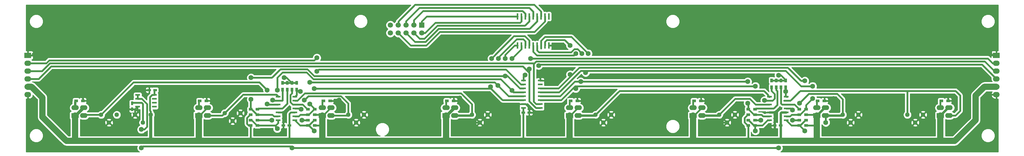
<source format=gbr>
G04 #@! TF.GenerationSoftware,KiCad,Pcbnew,no-vcs-found-96b3286~58~ubuntu16.04.1*
G04 #@! TF.CreationDate,2017-03-03T14:08:36+02:00*
G04 #@! TF.ProjectId,line-sensor,6C696E652D73656E736F722E6B696361,rev?*
G04 #@! TF.FileFunction,Copper,L1,Top,Signal*
G04 #@! TF.FilePolarity,Positive*
%FSLAX46Y46*%
G04 Gerber Fmt 4.6, Leading zero omitted, Abs format (unit mm)*
G04 Created by KiCad (PCBNEW no-vcs-found-96b3286~58~ubuntu16.04.1) date Fri Mar  3 14:08:36 2017*
%MOMM*%
%LPD*%
G01*
G04 APERTURE LIST*
%ADD10C,0.100000*%
%ADD11O,2.200000X1.700000*%
%ADD12R,2.200000X1.700000*%
%ADD13R,1.700000X1.700000*%
%ADD14C,1.700000*%
%ADD15R,1.500000X0.600000*%
%ADD16C,1.440000*%
%ADD17R,2.400000X1.600000*%
%ADD18O,2.400000X1.600000*%
%ADD19R,0.750000X1.200000*%
%ADD20R,1.200000X0.750000*%
%ADD21R,1.200000X0.900000*%
%ADD22R,0.900000X1.200000*%
%ADD23R,1.550000X0.600000*%
%ADD24R,0.600000X2.000000*%
%ADD25C,1.600000*%
%ADD26C,0.600000*%
%ADD27C,1.000000*%
%ADD28C,0.800000*%
%ADD29C,2.000000*%
%ADD30C,0.254000*%
G04 APERTURE END LIST*
D10*
D11*
X33270000Y-100700000D03*
X33270000Y-98160000D03*
X33270000Y-95620000D03*
X33270000Y-93080000D03*
X33270000Y-90540000D03*
D12*
X33270000Y-88000000D03*
X346730000Y-88000000D03*
D11*
X346730000Y-90540000D03*
X346730000Y-93080000D03*
X346730000Y-95620000D03*
X346730000Y-98160000D03*
X346730000Y-100700000D03*
D13*
X160760000Y-78200000D03*
D14*
X160760000Y-80740000D03*
X158220000Y-78200000D03*
X158220000Y-80740000D03*
X155680000Y-78200000D03*
X155680000Y-80740000D03*
X153140000Y-78200000D03*
X153140000Y-80740000D03*
X150600000Y-78200000D03*
X150600000Y-80740000D03*
D15*
X193700000Y-105045000D03*
X193700000Y-103775000D03*
X193700000Y-102505000D03*
X193700000Y-101235000D03*
X193700000Y-99965000D03*
X193700000Y-98695000D03*
X193700000Y-97425000D03*
X193700000Y-96155000D03*
X199100000Y-96155000D03*
X199100000Y-97425000D03*
X199100000Y-98695000D03*
X199100000Y-99965000D03*
X199100000Y-101235000D03*
X199100000Y-102505000D03*
X199100000Y-103775000D03*
X199100000Y-105045000D03*
D16*
X323000000Y-107250000D03*
X320460000Y-109790000D03*
X317920000Y-107250000D03*
D15*
X278700000Y-109060000D03*
X278700000Y-107790000D03*
X278700000Y-106520000D03*
X278700000Y-105250000D03*
X278700000Y-103980000D03*
X278700000Y-102710000D03*
X278700000Y-101440000D03*
X273300000Y-101440000D03*
X273300000Y-102710000D03*
X273300000Y-103980000D03*
X273300000Y-105250000D03*
X273300000Y-106520000D03*
X273300000Y-107790000D03*
X273300000Y-109060000D03*
D16*
X102080000Y-106710000D03*
X99540000Y-109250000D03*
X97000000Y-106710000D03*
X62080000Y-107250000D03*
X59540000Y-109790000D03*
X57000000Y-107250000D03*
X142080000Y-107250000D03*
X139540000Y-109790000D03*
X137000000Y-107250000D03*
X182080000Y-107250000D03*
X179540000Y-109790000D03*
X177000000Y-107250000D03*
X222080000Y-107250000D03*
X219540000Y-109790000D03*
X217000000Y-107250000D03*
X262080000Y-107250000D03*
X259540000Y-109790000D03*
X257000000Y-107250000D03*
X302080000Y-107250000D03*
X299540000Y-109790000D03*
X297000000Y-107250000D03*
X73080000Y-107250000D03*
X70540000Y-109790000D03*
X68000000Y-107250000D03*
D17*
X128600000Y-107520000D03*
D18*
X131400000Y-107520000D03*
X128600000Y-104980000D03*
X131400000Y-104980000D03*
D17*
X328600000Y-107520000D03*
D18*
X331400000Y-107520000D03*
X328600000Y-104980000D03*
X331400000Y-104980000D03*
D17*
X288600000Y-107520000D03*
D18*
X291400000Y-107520000D03*
X288600000Y-104980000D03*
X291400000Y-104980000D03*
D17*
X248600000Y-107520000D03*
D18*
X251400000Y-107520000D03*
X248600000Y-104980000D03*
X251400000Y-104980000D03*
D17*
X208600000Y-107520000D03*
D18*
X211400000Y-107520000D03*
X208600000Y-104980000D03*
X211400000Y-104980000D03*
D17*
X168600000Y-107520000D03*
D18*
X171400000Y-107520000D03*
X168600000Y-104980000D03*
X171400000Y-104980000D03*
D17*
X88600000Y-107520000D03*
D18*
X91400000Y-107520000D03*
X88600000Y-104980000D03*
X91400000Y-104980000D03*
D17*
X48600000Y-107520000D03*
D18*
X51400000Y-107520000D03*
X48600000Y-104980000D03*
X51400000Y-104980000D03*
D19*
X67000000Y-103550000D03*
X67000000Y-105450000D03*
D20*
X72550000Y-99250000D03*
X74450000Y-99250000D03*
X116000000Y-110750000D03*
X117900000Y-110750000D03*
X276900000Y-110750000D03*
X275000000Y-110750000D03*
X195550000Y-106600000D03*
X193650000Y-106600000D03*
D21*
X51100000Y-102750000D03*
X48900000Y-102750000D03*
X88900000Y-102750000D03*
X91100000Y-102750000D03*
X131100000Y-102750000D03*
X128900000Y-102750000D03*
X168900000Y-102750000D03*
X171100000Y-102750000D03*
X208900000Y-102750000D03*
X211100000Y-102750000D03*
X251100000Y-102750000D03*
X248900000Y-102750000D03*
X291100000Y-102750000D03*
X288900000Y-102750000D03*
X331100000Y-102750000D03*
X328900000Y-102750000D03*
D22*
X117250000Y-99100000D03*
X117250000Y-96900000D03*
X115750000Y-96900000D03*
X115750000Y-99100000D03*
X118750000Y-99100000D03*
X118750000Y-96900000D03*
X120250000Y-96900000D03*
X120250000Y-99100000D03*
X274000000Y-98350000D03*
X274000000Y-96150000D03*
X275500000Y-98350000D03*
X275500000Y-96150000D03*
X277000000Y-96150000D03*
X277000000Y-98350000D03*
X278500000Y-98350000D03*
X278500000Y-96150000D03*
D21*
X107600000Y-107250000D03*
X105400000Y-107250000D03*
X105400000Y-110750000D03*
X107600000Y-110750000D03*
X123900000Y-107250000D03*
X126100000Y-107250000D03*
X126100000Y-110750000D03*
X123900000Y-110750000D03*
X266400000Y-107250000D03*
X268600000Y-107250000D03*
X268600000Y-110750000D03*
X266400000Y-110750000D03*
X285100000Y-107250000D03*
X282900000Y-107250000D03*
X282900000Y-110750000D03*
X285100000Y-110750000D03*
D23*
X74200000Y-100845000D03*
X74200000Y-102115000D03*
X74200000Y-103385000D03*
X74200000Y-104655000D03*
X68800000Y-104655000D03*
X68800000Y-103385000D03*
X68800000Y-102115000D03*
X68800000Y-100845000D03*
D15*
X114300000Y-109060000D03*
X114300000Y-107790000D03*
X114300000Y-106520000D03*
X114300000Y-105250000D03*
X114300000Y-103980000D03*
X114300000Y-102710000D03*
X114300000Y-101440000D03*
X119700000Y-101440000D03*
X119700000Y-102710000D03*
X119700000Y-103980000D03*
X119700000Y-105250000D03*
X119700000Y-106520000D03*
X119700000Y-107790000D03*
X119700000Y-109060000D03*
D24*
X191720000Y-75400000D03*
X192990000Y-75400000D03*
X194260000Y-75400000D03*
X195530000Y-75400000D03*
X196800000Y-75400000D03*
X198070000Y-75400000D03*
X199340000Y-75400000D03*
X200610000Y-75400000D03*
X201880000Y-75400000D03*
X201880000Y-84800000D03*
X200610000Y-84800000D03*
X199340000Y-84800000D03*
X198070000Y-84800000D03*
X196800000Y-84800000D03*
X195530000Y-84800000D03*
X194260000Y-84800000D03*
X192990000Y-84800000D03*
X191720000Y-84800000D03*
D21*
X107600000Y-105500000D03*
X105400000Y-105500000D03*
X105400000Y-109000000D03*
X107600000Y-109000000D03*
X123900000Y-105500000D03*
X126100000Y-105500000D03*
X126100000Y-109000000D03*
X123900000Y-109000000D03*
X268600000Y-109000000D03*
X266400000Y-109000000D03*
X266400000Y-105500000D03*
X268600000Y-105500000D03*
X282900000Y-105500000D03*
X285100000Y-105500000D03*
X285100000Y-109000000D03*
X282900000Y-109000000D03*
D25*
X254000000Y-95000000D03*
X330000000Y-96000000D03*
X33400000Y-102600000D03*
X35400000Y-87800000D03*
X33400000Y-86000000D03*
X344600000Y-87000000D03*
X346600000Y-85400000D03*
X344400000Y-100800000D03*
X346600000Y-103200000D03*
X173000000Y-101799994D03*
X70800000Y-99000000D03*
X116000000Y-112200000D03*
X51000000Y-101200000D03*
X203800000Y-84800000D03*
X197400000Y-107000000D03*
X199000000Y-94400000D03*
X134000000Y-102500000D03*
X274750000Y-112500000D03*
X294000000Y-102000000D03*
X331000000Y-101250000D03*
X293500000Y-111000000D03*
X253500000Y-111250000D03*
X254000000Y-102250000D03*
X185750000Y-112250000D03*
X173250000Y-112500000D03*
X214250000Y-102500000D03*
X65000000Y-105500000D03*
X112500000Y-102500000D03*
X112250000Y-109000000D03*
X121500000Y-99750000D03*
X122000000Y-109000000D03*
X271707628Y-102579990D03*
X270500000Y-109000000D03*
X280750000Y-109000000D03*
X278500000Y-99749996D03*
X187800000Y-94750000D03*
X187800000Y-89000000D03*
X105500000Y-95250000D03*
X105500000Y-102250000D03*
X190000000Y-99400000D03*
X190000000Y-89000000D03*
X114000000Y-99250000D03*
X114000000Y-111750000D03*
X185400000Y-97800000D03*
X185600000Y-89000000D03*
X124500000Y-96750000D03*
X124500000Y-103750000D03*
X183000000Y-98200000D03*
X183400000Y-89000000D03*
X126000000Y-98749998D03*
X126000000Y-112500000D03*
X212200000Y-96500000D03*
X212600000Y-87400000D03*
X266250000Y-103500000D03*
X266250000Y-96500000D03*
X210600000Y-98800000D03*
X210600000Y-87400000D03*
X268750000Y-112500000D03*
X268750000Y-98000000D03*
X213800000Y-93600000D03*
X214600000Y-87400000D03*
X287250000Y-102000000D03*
X287250000Y-98000000D03*
X208800000Y-84800000D03*
X208800000Y-94200000D03*
X284750000Y-112500002D03*
X284749996Y-96250000D03*
X122750000Y-102500000D03*
X121750000Y-105500000D03*
X283000000Y-103500000D03*
X280750000Y-105750000D03*
X291500000Y-109750000D03*
X126800000Y-88800000D03*
X126800000Y-93200000D03*
X198600000Y-91300010D03*
X195600000Y-92400000D03*
X196000000Y-89000000D03*
X194199998Y-94400000D03*
X116250000Y-95249998D03*
X276250000Y-118000000D03*
X276250006Y-94500000D03*
X118750000Y-118000002D03*
X70000000Y-118000000D03*
X70000000Y-112000000D03*
X110750000Y-99250000D03*
X110750000Y-103750000D03*
D26*
X68800000Y-103385000D02*
X67165000Y-103385000D01*
X67165000Y-103385000D02*
X67000000Y-103550000D01*
X68800000Y-103385000D02*
X70175000Y-103385000D01*
X70175000Y-103385000D02*
X70540000Y-103750000D01*
X70540000Y-103750000D02*
X70540000Y-108771767D01*
X70540000Y-108771767D02*
X70540000Y-109790000D01*
D27*
X70500000Y-109830000D02*
X70540000Y-109790000D01*
D26*
X33270000Y-88000000D02*
X35200000Y-88000000D01*
X35200000Y-88000000D02*
X35400000Y-87800000D01*
X346730000Y-88000000D02*
X345600000Y-88000000D01*
X345600000Y-88000000D02*
X344600000Y-87000000D01*
X346730000Y-100700000D02*
X344500000Y-100700000D01*
X344500000Y-100700000D02*
X344400000Y-100800000D01*
X172300000Y-102750000D02*
X173000000Y-102050000D01*
X171100000Y-102750000D02*
X172300000Y-102750000D01*
X173000000Y-102050000D02*
X173000000Y-101799994D01*
X72550000Y-99250000D02*
X71050000Y-99250000D01*
X71050000Y-99250000D02*
X70800000Y-99000000D01*
X116000000Y-110750000D02*
X116000000Y-112200000D01*
X51100000Y-102750000D02*
X51100000Y-101300000D01*
X51100000Y-101300000D02*
X51000000Y-101200000D01*
X201880000Y-84800000D02*
X203800000Y-84800000D01*
X195550000Y-106600000D02*
X197000000Y-106600000D01*
X197000000Y-106600000D02*
X197400000Y-107000000D01*
X193700000Y-103775000D02*
X194380002Y-103775000D01*
X194380002Y-103775000D02*
X195550000Y-104944998D01*
X195550000Y-104944998D02*
X195550000Y-105625000D01*
X195550000Y-105625000D02*
X195550000Y-106600000D01*
X199100000Y-96155000D02*
X199100000Y-94500000D01*
X199100000Y-94500000D02*
X199000000Y-94400000D01*
X131100000Y-102750000D02*
X133750000Y-102750000D01*
X133750000Y-102750000D02*
X134000000Y-102500000D01*
X114300000Y-106520000D02*
X115650000Y-106520000D01*
X115650000Y-106520000D02*
X116000000Y-106870000D01*
X116000000Y-106870000D02*
X116000000Y-109775000D01*
X116000000Y-109775000D02*
X116000000Y-110750000D01*
D28*
X273300000Y-106520000D02*
X274850000Y-106520000D01*
X274850000Y-106520000D02*
X275000000Y-106670000D01*
X275000000Y-106670000D02*
X275000000Y-109575000D01*
X275000000Y-109575000D02*
X275000000Y-110750000D01*
X275000000Y-110750000D02*
X275000000Y-112250000D01*
X275000000Y-112250000D02*
X274750000Y-112500000D01*
D26*
X293250000Y-102750000D02*
X294000000Y-102000000D01*
X291100000Y-102750000D02*
X293250000Y-102750000D01*
X331100000Y-102750000D02*
X331100000Y-101350000D01*
X331100000Y-101350000D02*
X331000000Y-101250000D01*
X259540000Y-109790000D02*
X254960000Y-109790000D01*
X254960000Y-109790000D02*
X253500000Y-111250000D01*
X253500000Y-102750000D02*
X254000000Y-102250000D01*
X251100000Y-102750000D02*
X253500000Y-102750000D01*
X179540000Y-109790000D02*
X175960000Y-109790000D01*
X175960000Y-109790000D02*
X173250000Y-112500000D01*
X211100000Y-102750000D02*
X214000000Y-102750000D01*
X214000000Y-102750000D02*
X214250000Y-102500000D01*
X68000000Y-107250000D02*
X68000000Y-105455000D01*
X68000000Y-105455000D02*
X68005000Y-105450000D01*
X67000000Y-105450000D02*
X68005000Y-105450000D01*
X68005000Y-105450000D02*
X68800000Y-104655000D01*
X67000000Y-105450000D02*
X65050000Y-105450000D01*
X65050000Y-105450000D02*
X65000000Y-105500000D01*
D29*
X49000000Y-115750000D02*
X45750000Y-115750000D01*
X45750000Y-115750000D02*
X38000000Y-108000000D01*
X38000000Y-108000000D02*
X38000000Y-101687919D01*
X38000000Y-101687919D02*
X34472081Y-98160000D01*
X34472081Y-98160000D02*
X33270000Y-98160000D01*
X73000000Y-115750000D02*
X49000000Y-115750000D01*
X49000000Y-115750000D02*
X48600000Y-115350000D01*
X48600000Y-115350000D02*
X48600000Y-107520000D01*
D26*
X193650000Y-106600000D02*
X193650000Y-115400000D01*
X193650000Y-115400000D02*
X194000000Y-115750000D01*
X193650000Y-106600000D02*
X193650000Y-105095000D01*
X193650000Y-105095000D02*
X193700000Y-105045000D01*
D29*
X288500000Y-115750000D02*
X328500000Y-115750000D01*
X328500000Y-115750000D02*
X333250000Y-115750000D01*
X328600000Y-107520000D02*
X328600000Y-115650000D01*
X328600000Y-115650000D02*
X328500000Y-115750000D01*
X333250000Y-115750000D02*
X340000000Y-109000000D01*
X340000000Y-109000000D02*
X340000000Y-101000000D01*
X342840000Y-98160000D02*
X346730000Y-98160000D01*
X340000000Y-101000000D02*
X342840000Y-98160000D01*
D26*
X105400000Y-110750000D02*
X105400000Y-115650046D01*
X105400000Y-115650046D02*
X105500000Y-115750046D01*
X105400000Y-107250000D02*
X105250000Y-107250000D01*
X105250000Y-107250000D02*
X104200000Y-108300000D01*
X104200000Y-110200000D02*
X104750000Y-110750000D01*
X104200000Y-108300000D02*
X104200000Y-110200000D01*
X104750000Y-110750000D02*
X105400000Y-110750000D01*
D29*
X128600000Y-107520000D02*
X128600000Y-110750000D01*
X128600000Y-110750000D02*
X128600000Y-115650000D01*
D26*
X126100000Y-110750000D02*
X128600000Y-110750000D01*
X126100000Y-107250000D02*
X128330000Y-107250000D01*
X128330000Y-107250000D02*
X128600000Y-107520000D01*
D29*
X125999953Y-115749999D02*
X117750000Y-115749999D01*
D26*
X117900000Y-115599999D02*
X117750000Y-115749999D01*
D29*
X117750000Y-115749999D02*
X116500047Y-115749999D01*
D26*
X117900000Y-110750000D02*
X117900000Y-115599999D01*
X117900000Y-110750000D02*
X117900000Y-106970000D01*
X117900000Y-106970000D02*
X118350000Y-106520000D01*
X118350000Y-106520000D02*
X119700000Y-106520000D01*
D28*
X277000000Y-115750000D02*
X276900000Y-115650000D01*
X276900000Y-115650000D02*
X276900000Y-110750000D01*
X278700000Y-106520000D02*
X277150000Y-106520000D01*
X276900000Y-106770000D02*
X276900000Y-109575000D01*
X277150000Y-106520000D02*
X276900000Y-106770000D01*
X276900000Y-109575000D02*
X276900000Y-110750000D01*
D26*
X285100000Y-107250000D02*
X288330000Y-107250000D01*
X288330000Y-107250000D02*
X288600000Y-107520000D01*
D29*
X288600000Y-107520000D02*
X288600000Y-110750000D01*
X288600000Y-110750000D02*
X288600000Y-115650000D01*
D26*
X285100000Y-110750000D02*
X288600000Y-110750000D01*
X266400000Y-110750000D02*
X266250000Y-110750000D01*
X266250000Y-110750000D02*
X265200000Y-109700000D01*
X265200000Y-109700000D02*
X265200000Y-108300000D01*
X265200000Y-108300000D02*
X266250000Y-107250000D01*
X266250000Y-107250000D02*
X266400000Y-107250000D01*
X266400000Y-113750000D02*
X266400000Y-110750000D01*
D29*
X277000000Y-115750000D02*
X266500000Y-115750000D01*
X126000000Y-115750046D02*
X125999953Y-115749999D01*
X116500047Y-115749999D02*
X116500000Y-115750046D01*
X208500000Y-115750000D02*
X194000000Y-115750000D01*
X194000000Y-115750000D02*
X168500000Y-115750000D01*
D26*
X73080000Y-107250000D02*
X73080000Y-106231767D01*
X72750000Y-105901767D02*
X72750000Y-101589998D01*
X73080000Y-106231767D02*
X72750000Y-105901767D01*
X72750000Y-101589998D02*
X73494998Y-100845000D01*
X73494998Y-100845000D02*
X74200000Y-100845000D01*
X74200000Y-100845000D02*
X74200000Y-99500000D01*
X74200000Y-99500000D02*
X74450000Y-99250000D01*
X208600000Y-107520000D02*
X208860000Y-107520000D01*
X208860000Y-107520000D02*
X211400000Y-104980000D01*
D29*
X116500000Y-115750046D02*
X105500000Y-115750046D01*
X105500000Y-115750046D02*
X88500046Y-115750046D01*
D26*
X128600000Y-107520000D02*
X128860000Y-107520000D01*
X128860000Y-107520000D02*
X131400000Y-104980000D01*
X88600000Y-107520000D02*
X88860000Y-107520000D01*
X88860000Y-107520000D02*
X91400000Y-104980000D01*
D29*
X128499954Y-115750046D02*
X126000000Y-115750046D01*
X88500046Y-115750046D02*
X88500000Y-115750000D01*
X128500000Y-115750000D02*
X128499954Y-115750046D01*
D27*
X168600000Y-107520000D02*
X168860000Y-107520000D01*
X168860000Y-107520000D02*
X171400000Y-104980000D01*
X48600000Y-107520000D02*
X48860000Y-107520000D01*
X48860000Y-107520000D02*
X51400000Y-104980000D01*
D29*
X88500000Y-115750000D02*
X73000000Y-115750000D01*
D27*
X73080000Y-107250000D02*
X73080000Y-115670000D01*
X73080000Y-115670000D02*
X73000000Y-115750000D01*
D29*
X266500000Y-115750000D02*
X249000000Y-115750000D01*
D26*
X266400000Y-113750000D02*
X266400000Y-115650000D01*
X266400000Y-115650000D02*
X266500000Y-115750000D01*
D29*
X288500000Y-115750000D02*
X285500000Y-115750000D01*
X285500000Y-115750000D02*
X277000000Y-115750000D01*
D26*
X248600000Y-107520000D02*
X248860000Y-107520000D01*
X248860000Y-107520000D02*
X251400000Y-104980000D01*
D29*
X288600000Y-115650000D02*
X288500000Y-115750000D01*
X249000000Y-115750000D02*
X208500000Y-115750000D01*
X248600000Y-107520000D02*
X248600000Y-115350000D01*
X248600000Y-115350000D02*
X249000000Y-115750000D01*
X208600000Y-107520000D02*
X208600000Y-115650000D01*
X208600000Y-115650000D02*
X208500000Y-115750000D01*
X168500000Y-115750000D02*
X128500000Y-115750000D01*
X168600000Y-107520000D02*
X168600000Y-115650000D01*
X168600000Y-115650000D02*
X168500000Y-115750000D01*
X128600000Y-115650000D02*
X128500000Y-115750000D01*
X88600000Y-107520000D02*
X88600000Y-115650000D01*
X88600000Y-115650000D02*
X88500000Y-115750000D01*
D28*
X331400000Y-104980000D02*
X331140000Y-104980000D01*
X331140000Y-104980000D02*
X328600000Y-107520000D01*
X291400000Y-104980000D02*
X291140000Y-104980000D01*
X291140000Y-104980000D02*
X288600000Y-107520000D01*
D26*
X88600000Y-104980000D02*
X88600000Y-103050000D01*
X88600000Y-103050000D02*
X88900000Y-102750000D01*
X128600000Y-104980000D02*
X128600000Y-103050000D01*
X128600000Y-103050000D02*
X128900000Y-102750000D01*
X168600000Y-104980000D02*
X168600000Y-103050000D01*
X168600000Y-103050000D02*
X168900000Y-102750000D01*
X208600000Y-104980000D02*
X208600000Y-103050000D01*
X208600000Y-103050000D02*
X208900000Y-102750000D01*
X248600000Y-104980000D02*
X248600000Y-103050000D01*
X248600000Y-103050000D02*
X248900000Y-102750000D01*
X288600000Y-104980000D02*
X288600000Y-103050000D01*
X288600000Y-103050000D02*
X288900000Y-102750000D01*
X328600000Y-104980000D02*
X328600000Y-103050000D01*
X328600000Y-103050000D02*
X328900000Y-102750000D01*
X112710000Y-102710000D02*
X112500000Y-102500000D01*
X114300000Y-102710000D02*
X112710000Y-102710000D01*
X107600000Y-109000000D02*
X112250000Y-109000000D01*
X115750000Y-99100000D02*
X115750000Y-102610000D01*
X115750000Y-102610000D02*
X115650000Y-102710000D01*
X115650000Y-102710000D02*
X114300000Y-102710000D01*
X122230000Y-103980000D02*
X123750000Y-105500000D01*
X123750000Y-105500000D02*
X123900000Y-105500000D01*
X119700000Y-103980000D02*
X122230000Y-103980000D01*
X118750000Y-99100000D02*
X118750000Y-100300000D01*
X118750000Y-100300000D02*
X118250000Y-100800000D01*
X118250000Y-100800000D02*
X118250000Y-103210002D01*
X118250000Y-103210002D02*
X119019998Y-103980000D01*
X119019998Y-103980000D02*
X119700000Y-103980000D01*
X121500000Y-99750000D02*
X120900000Y-99750000D01*
X120900000Y-99750000D02*
X120250000Y-99100000D01*
X123900000Y-109000000D02*
X122000000Y-109000000D01*
X120250000Y-99100000D02*
X120250000Y-100890000D01*
X120250000Y-100890000D02*
X119700000Y-101440000D01*
X273300000Y-102710000D02*
X271837638Y-102710000D01*
X271837638Y-102710000D02*
X271707628Y-102579990D01*
X274000000Y-98350000D02*
X274000000Y-99550000D01*
X274000000Y-99550000D02*
X275000000Y-100550000D01*
X275000000Y-100550000D02*
X275000000Y-102000000D01*
X275000000Y-102000000D02*
X274290000Y-102710000D01*
X274290000Y-102710000D02*
X273300000Y-102710000D01*
X268600000Y-109000000D02*
X270500000Y-109000000D01*
X275500000Y-98350000D02*
X275500000Y-99250000D01*
X275500000Y-99250000D02*
X275800010Y-99550010D01*
X275800010Y-99550010D02*
X275800010Y-104099990D01*
X275800010Y-104099990D02*
X274650000Y-105250000D01*
X274650000Y-105250000D02*
X273300000Y-105250000D01*
X273300000Y-105250000D02*
X268850000Y-105250000D01*
X268850000Y-105250000D02*
X268600000Y-105500000D01*
X278700000Y-103980000D02*
X281380000Y-103980000D01*
X281380000Y-103980000D02*
X282900000Y-105500000D01*
X277000000Y-98350000D02*
X277000000Y-103630000D01*
X277350000Y-103980000D02*
X278700000Y-103980000D01*
X277000000Y-103630000D02*
X277350000Y-103980000D01*
X278500000Y-99749996D02*
X278500000Y-98350000D01*
X282900000Y-109000000D02*
X280750000Y-109000000D01*
X278500000Y-98350000D02*
X278500000Y-101240000D01*
X278500000Y-101240000D02*
X278700000Y-101440000D01*
X278500000Y-98350000D02*
X278357107Y-98492893D01*
X278700000Y-101440000D02*
X279150000Y-101440000D01*
X187800000Y-94750000D02*
X188550000Y-94750000D01*
X191720000Y-84800000D02*
X190820000Y-84800000D01*
X190820000Y-84800000D02*
X187800000Y-87820000D01*
X187800000Y-87820000D02*
X187800000Y-89000000D01*
X105500000Y-95250000D02*
X112250000Y-95250000D01*
X112250000Y-95250000D02*
X115000000Y-92500000D01*
X115000000Y-92500000D02*
X123750000Y-92500000D01*
X123750000Y-92500000D02*
X126000000Y-94750000D01*
X126000000Y-94750000D02*
X188550000Y-94750000D01*
X188550000Y-94750000D02*
X192495000Y-98695000D01*
X192495000Y-98695000D02*
X193700000Y-98695000D01*
X105400000Y-105500000D02*
X105400000Y-102350000D01*
X105400000Y-102350000D02*
X105500000Y-102250000D01*
X105400000Y-105500000D02*
X105700000Y-105500000D01*
X105700000Y-105500000D02*
X107450000Y-107250000D01*
X107450000Y-107250000D02*
X107600000Y-107250000D01*
X114300000Y-107790000D02*
X112950000Y-107790000D01*
X112950000Y-107790000D02*
X112410000Y-107250000D01*
X112410000Y-107250000D02*
X107600000Y-107250000D01*
X190000000Y-99400000D02*
X190565000Y-99965000D01*
X114000000Y-99250000D02*
X114000000Y-95250000D01*
X114000000Y-95250000D02*
X115750000Y-93500000D01*
X115750000Y-93500000D02*
X123500000Y-93500000D01*
X123500000Y-93500000D02*
X125750000Y-95750000D01*
X125750000Y-95750000D02*
X186350000Y-95750000D01*
X186350000Y-95750000D02*
X190565000Y-99965000D01*
X190565000Y-99965000D02*
X193700000Y-99965000D01*
X190000000Y-99400000D02*
X190000000Y-99565000D01*
X190000000Y-99565000D02*
X190400000Y-99965000D01*
X192990000Y-84800000D02*
X192990000Y-86010000D01*
X192990000Y-86010000D02*
X190000000Y-89000000D01*
X113510000Y-110750000D02*
X113510000Y-111260000D01*
X113510000Y-111260000D02*
X114000000Y-111750000D01*
X105400000Y-109000000D02*
X105700000Y-109000000D01*
X105700000Y-109000000D02*
X107450000Y-110750000D01*
X107450000Y-110750000D02*
X107600000Y-110750000D01*
X107600000Y-110750000D02*
X113510000Y-110750000D01*
X113510000Y-110750000D02*
X114300000Y-109960000D01*
X114300000Y-109960000D02*
X114300000Y-109060000D01*
X194260000Y-84800000D02*
X194260000Y-83460000D01*
X194260000Y-83460000D02*
X193600000Y-82800000D01*
X193600000Y-82800000D02*
X191519998Y-82800000D01*
X191519998Y-82800000D02*
X185600000Y-88719998D01*
X185600000Y-88719998D02*
X185600000Y-89000000D01*
X184350000Y-96750000D02*
X184600000Y-97000000D01*
X184600000Y-97000000D02*
X188835000Y-101235000D01*
X185400000Y-97800000D02*
X184600000Y-97000000D01*
X124500000Y-96750000D02*
X184350000Y-96750000D01*
X188835000Y-101235000D02*
X193700000Y-101235000D01*
X126100000Y-105500000D02*
X126100000Y-105350000D01*
X126100000Y-105350000D02*
X124500000Y-103750000D01*
X123900000Y-107250000D02*
X121500000Y-107250000D01*
X121500000Y-107250000D02*
X120960000Y-107790000D01*
X120960000Y-107790000D02*
X119700000Y-107790000D01*
X123900000Y-107250000D02*
X124200000Y-107250000D01*
X124200000Y-107250000D02*
X125950000Y-105500000D01*
X125950000Y-105500000D02*
X126100000Y-105500000D01*
X195530000Y-84800000D02*
X195530000Y-83200000D01*
X184199999Y-88200001D02*
X183400000Y-89000000D01*
X195530000Y-83200000D02*
X194130000Y-81800000D01*
X194130000Y-81800000D02*
X190600000Y-81800000D01*
X190600000Y-81800000D02*
X184199999Y-88200001D01*
X183000000Y-98200000D02*
X183000000Y-98600000D01*
X183000000Y-98600000D02*
X183149998Y-98749998D01*
X126000000Y-98749998D02*
X183149998Y-98749998D01*
X183149998Y-98749998D02*
X186905000Y-102505000D01*
X186905000Y-102505000D02*
X193700000Y-102505000D01*
X123900000Y-110750000D02*
X124250000Y-110750000D01*
X124250000Y-110750000D02*
X126000000Y-112500000D01*
X119700000Y-109060000D02*
X121390000Y-110750000D01*
X121390000Y-110750000D02*
X123900000Y-110750000D01*
X123900000Y-110750000D02*
X124200000Y-110750000D01*
X124200000Y-110750000D02*
X125950000Y-109000000D01*
X125950000Y-109000000D02*
X126100000Y-109000000D01*
X198070000Y-84800000D02*
X198070000Y-86400000D01*
X198670000Y-87000000D02*
X209124002Y-87000000D01*
X211800001Y-86600001D02*
X212600000Y-87400000D01*
X211200000Y-86000000D02*
X211800001Y-86600001D01*
X198070000Y-86400000D02*
X198670000Y-87000000D01*
X209124002Y-87000000D02*
X210124002Y-86000000D01*
X210124002Y-86000000D02*
X211200000Y-86000000D01*
X266250000Y-96500000D02*
X212200000Y-96500000D01*
X212200000Y-96500000D02*
X210300000Y-96500000D01*
X210300000Y-96500000D02*
X205565000Y-101235000D01*
X205565000Y-101235000D02*
X199100000Y-101235000D01*
X266400000Y-103650000D02*
X266250000Y-103500000D01*
X266400000Y-105500000D02*
X266400000Y-103650000D01*
X271214004Y-107790000D02*
X270674004Y-107250000D01*
X270674004Y-107250000D02*
X269800000Y-107250000D01*
X273300000Y-107790000D02*
X271214004Y-107790000D01*
X269800000Y-107250000D02*
X268600000Y-107250000D01*
X268600000Y-107250000D02*
X268300000Y-107250000D01*
X268300000Y-107250000D02*
X266550000Y-105500000D01*
X266550000Y-105500000D02*
X266400000Y-105500000D01*
X196800000Y-84800000D02*
X196800000Y-86800000D01*
X210000000Y-88000000D02*
X210600000Y-87400000D01*
X196800000Y-86800000D02*
X198000000Y-88000000D01*
X198000000Y-88000000D02*
X210000000Y-88000000D01*
X210600000Y-98800000D02*
X210600000Y-98200000D01*
X210600000Y-98200000D02*
X210400000Y-98000000D01*
X268750000Y-98000000D02*
X210400000Y-98000000D01*
X205895000Y-102505000D02*
X199100000Y-102505000D01*
X210400000Y-98000000D02*
X205895000Y-102505000D01*
X268600000Y-112350000D02*
X268750000Y-112500000D01*
X268600000Y-110750000D02*
X268600000Y-112350000D01*
X268600000Y-110750000D02*
X268300000Y-110750000D01*
X266550000Y-109000000D02*
X266400000Y-109000000D01*
X268300000Y-110750000D02*
X266550000Y-109000000D01*
X273300000Y-109060000D02*
X272690000Y-109060000D01*
X272690000Y-109060000D02*
X271000000Y-110750000D01*
X271000000Y-110750000D02*
X268600000Y-110750000D01*
X199340000Y-84800000D02*
X199340000Y-83260000D01*
X200600000Y-82000000D02*
X209200000Y-82000000D01*
X199340000Y-83260000D02*
X200600000Y-82000000D01*
X209200000Y-82000000D02*
X214600000Y-87400000D01*
X278500000Y-93000000D02*
X214600000Y-93000000D01*
X214600000Y-93000000D02*
X212200000Y-93000000D01*
X213800000Y-93600000D02*
X214000000Y-93600000D01*
X214000000Y-93600000D02*
X214600000Y-93000000D01*
X199340000Y-84800000D02*
X199340000Y-85730002D01*
X287250000Y-98000000D02*
X283500000Y-98000000D01*
X205235000Y-99965000D02*
X199100000Y-99965000D01*
X283500000Y-98000000D02*
X278500000Y-93000000D01*
X212200000Y-93000000D02*
X205235000Y-99965000D01*
X285100000Y-104150000D02*
X287250000Y-102000000D01*
X285100000Y-105500000D02*
X285100000Y-104150000D01*
X278700000Y-107790000D02*
X279960000Y-107790000D01*
X279960000Y-107790000D02*
X280500000Y-107250000D01*
X280500000Y-107250000D02*
X282900000Y-107250000D01*
X282900000Y-107250000D02*
X283200000Y-107250000D01*
X283200000Y-107250000D02*
X284950000Y-105500000D01*
X284950000Y-105500000D02*
X285100000Y-105500000D01*
X200610000Y-84800000D02*
X200610000Y-83590000D01*
X200610000Y-83590000D02*
X201200000Y-83000000D01*
X201200000Y-83000000D02*
X207000000Y-83000000D01*
X207000000Y-83000000D02*
X208000001Y-84000001D01*
X208000001Y-84000001D02*
X208800000Y-84800000D01*
X211750000Y-92000000D02*
X208750000Y-95000000D01*
X208800000Y-94200000D02*
X208800000Y-94950000D01*
X208750000Y-95000000D02*
X205055000Y-98695000D01*
X208800000Y-94950000D02*
X208750000Y-95000000D01*
X284749996Y-96250000D02*
X283500000Y-96250000D01*
X283500000Y-96250000D02*
X279250000Y-92000000D01*
X279250000Y-92000000D02*
X211750000Y-92000000D01*
X205055000Y-98695000D02*
X199100000Y-98695000D01*
X283050000Y-110750000D02*
X284750000Y-112450000D01*
X284750000Y-112450000D02*
X284750000Y-112500002D01*
D28*
X282900000Y-110750000D02*
X283050000Y-110750000D01*
D26*
X278700000Y-109060000D02*
X280390000Y-110750000D01*
X280390000Y-110750000D02*
X282900000Y-110750000D01*
X282900000Y-110750000D02*
X283200000Y-110750000D01*
X283200000Y-110750000D02*
X284950000Y-109000000D01*
X284950000Y-109000000D02*
X285100000Y-109000000D01*
X113750000Y-100750000D02*
X102960000Y-100750000D01*
X102960000Y-100750000D02*
X97000000Y-106710000D01*
X114300000Y-101300000D02*
X113750000Y-100750000D01*
X114300000Y-101440000D02*
X114300000Y-101300000D01*
X91400000Y-107520000D02*
X96190000Y-107520000D01*
X96190000Y-107520000D02*
X97000000Y-106710000D01*
X123549999Y-101700001D02*
X122750000Y-102500000D01*
X124050002Y-101199998D02*
X123549999Y-101700001D01*
X134624002Y-101199998D02*
X124050002Y-101199998D01*
X137000000Y-103575996D02*
X134624002Y-101199998D01*
X137000000Y-107250000D02*
X137000000Y-103575996D01*
X119700000Y-105250000D02*
X121500000Y-105250000D01*
X121500000Y-105250000D02*
X121750000Y-105500000D01*
X131400000Y-107520000D02*
X136730000Y-107520000D01*
X136730000Y-107520000D02*
X137000000Y-107250000D01*
X177000000Y-106231767D02*
X177000000Y-107250000D01*
X177000000Y-103875996D02*
X177000000Y-106231767D01*
X173424002Y-100299998D02*
X177000000Y-103875996D01*
X122950002Y-100299998D02*
X173424002Y-100299998D01*
X120540000Y-102710000D02*
X122950002Y-100299998D01*
X119700000Y-102710000D02*
X120540000Y-102710000D01*
D28*
X174000000Y-107520000D02*
X174500000Y-107520000D01*
X174500000Y-107520000D02*
X176730000Y-107520000D01*
X171400000Y-107520000D02*
X174000000Y-107520000D01*
X176730000Y-107520000D02*
X177000000Y-107250000D01*
D26*
X271500000Y-99500000D02*
X224750000Y-99500000D01*
X273190000Y-101440000D02*
X272750000Y-101000000D01*
X272750000Y-101000000D02*
X272750000Y-100750000D01*
X272750000Y-100750000D02*
X271500000Y-99500000D01*
X224750000Y-99500000D02*
X217000000Y-107250000D01*
D28*
X273300000Y-101440000D02*
X273190000Y-101440000D01*
D26*
X211500000Y-107620000D02*
X211400000Y-107520000D01*
D28*
X211400000Y-107520000D02*
X216730000Y-107520000D01*
X216730000Y-107520000D02*
X217000000Y-107250000D01*
D26*
X257719999Y-106530001D02*
X257000000Y-107250000D01*
X273300000Y-103980000D02*
X268802004Y-103980000D01*
X268802004Y-103980000D02*
X266922002Y-102099998D01*
X266922002Y-102099998D02*
X262150002Y-102099998D01*
X262150002Y-102099998D02*
X257719999Y-106530001D01*
D28*
X251400000Y-107520000D02*
X256730000Y-107520000D01*
X256730000Y-107520000D02*
X257000000Y-107250000D01*
D26*
X295250000Y-100500000D02*
X297000000Y-102250000D01*
X297000000Y-102250000D02*
X297000000Y-107250000D01*
X286000000Y-100500000D02*
X295250000Y-100500000D01*
X283000000Y-103500000D02*
X286000000Y-100500000D01*
X278700000Y-105250000D02*
X280250000Y-105250000D01*
X280250000Y-105250000D02*
X280750000Y-105750000D01*
X291500000Y-109750000D02*
X291500000Y-107620000D01*
X291500000Y-107620000D02*
X291400000Y-107520000D01*
X291000000Y-107920000D02*
X291400000Y-107520000D01*
D28*
X291400000Y-107520000D02*
X296730000Y-107520000D01*
X296730000Y-107520000D02*
X297000000Y-107250000D01*
D26*
X315500000Y-99500000D02*
X318000000Y-99500000D01*
X318000000Y-99500000D02*
X333500000Y-99500000D01*
X317920000Y-107250000D02*
X317920000Y-99580000D01*
X317920000Y-99580000D02*
X318000000Y-99500000D01*
X333500000Y-99500000D02*
X335000000Y-101000000D01*
X335000000Y-101000000D02*
X335000000Y-106000000D01*
X335000000Y-106000000D02*
X333480000Y-107520000D01*
X333480000Y-107520000D02*
X331400000Y-107520000D01*
X278700000Y-102710000D02*
X280050000Y-102710000D01*
X280050000Y-102710000D02*
X283260000Y-99500000D01*
X283260000Y-99500000D02*
X315500000Y-99500000D01*
X278019998Y-102710000D02*
X278700000Y-102710000D01*
X331500000Y-107620000D02*
X331400000Y-107520000D01*
X191720000Y-75400000D02*
X162400000Y-75400000D01*
X162400000Y-75400000D02*
X160760000Y-77040000D01*
X160760000Y-77040000D02*
X160760000Y-78200000D01*
X192990000Y-75400000D02*
X192990000Y-77000000D01*
X192990000Y-77000000D02*
X192590033Y-77399967D01*
X192590033Y-77399967D02*
X165200033Y-77399967D01*
X165200033Y-77399967D02*
X161860000Y-80740000D01*
X161860000Y-80740000D02*
X160760000Y-80740000D01*
X194260000Y-75400000D02*
X194260000Y-74469998D01*
X194260000Y-74469998D02*
X193390002Y-73600000D01*
X193390002Y-73600000D02*
X161200000Y-73600000D01*
X161200000Y-73600000D02*
X158200000Y-76600000D01*
X158200000Y-76600000D02*
X158200000Y-78180000D01*
X158200000Y-78180000D02*
X158220000Y-78200000D01*
X195530000Y-77000000D02*
X194130000Y-78400000D01*
X165800000Y-78400000D02*
X161600000Y-82600000D01*
X160080000Y-82600000D02*
X158220000Y-80740000D01*
X195530000Y-75400000D02*
X195530000Y-77000000D01*
X194130000Y-78400000D02*
X165800000Y-78400000D01*
X161600000Y-82600000D02*
X160080000Y-82600000D01*
X196800000Y-75400000D02*
X196800000Y-73800000D01*
X195600000Y-72600000D02*
X160000000Y-72600000D01*
X160000000Y-72600000D02*
X155680000Y-76920000D01*
X196800000Y-73800000D02*
X195600000Y-72600000D01*
X155680000Y-76920000D02*
X155680000Y-78200000D01*
X198070000Y-75400000D02*
X198070000Y-77000000D01*
X198070000Y-77000000D02*
X195670000Y-79400000D01*
X195670000Y-79400000D02*
X166200000Y-79400000D01*
X166200000Y-79400000D02*
X162000000Y-83600000D01*
X162000000Y-83600000D02*
X158540000Y-83600000D01*
X158540000Y-83600000D02*
X156529999Y-81589999D01*
X156529999Y-81589999D02*
X155680000Y-80740000D01*
X199340000Y-75400000D02*
X199340000Y-73800000D01*
X153200000Y-77000000D02*
X153200000Y-78140000D01*
X199340000Y-73800000D02*
X197140000Y-71600000D01*
X197140000Y-71600000D02*
X158600000Y-71600000D01*
X158600000Y-71600000D02*
X153200000Y-77000000D01*
X153200000Y-78140000D02*
X153140000Y-78200000D01*
X199340000Y-75400000D02*
X199340000Y-74469998D01*
X200610000Y-75400000D02*
X200610000Y-77000000D01*
X200610000Y-77000000D02*
X197210000Y-80400000D01*
X157200000Y-84800000D02*
X153989999Y-81589999D01*
X197210000Y-80400000D02*
X166600000Y-80400000D01*
X153989999Y-81589999D02*
X153140000Y-80740000D01*
X166600000Y-80400000D02*
X162200000Y-84800000D01*
X162200000Y-84800000D02*
X157200000Y-84800000D01*
X200610000Y-75400000D02*
X200610000Y-76330002D01*
X193700000Y-97425000D02*
X192825000Y-97425000D01*
X192825000Y-97425000D02*
X188000000Y-92600000D01*
X188000000Y-92600000D02*
X127400000Y-92600000D01*
X127400000Y-92600000D02*
X126800000Y-93200000D01*
X126800000Y-88800000D02*
X126000000Y-89600000D01*
X126000000Y-89600000D02*
X40200000Y-89600000D01*
X40200000Y-89600000D02*
X39260000Y-90540000D01*
X39260000Y-90540000D02*
X33270000Y-90540000D01*
X197000000Y-90800011D02*
X197000000Y-90800000D01*
X197000000Y-90800000D02*
X197800000Y-90000000D01*
X197800000Y-90000000D02*
X343000000Y-90000000D01*
X343000000Y-90000000D02*
X346080000Y-93080000D01*
X346080000Y-93080000D02*
X346730000Y-93080000D01*
X37920000Y-93080000D02*
X34472081Y-93080000D01*
X40400000Y-90600000D02*
X37920000Y-93080000D01*
X197000000Y-90800011D02*
X196799989Y-90600000D01*
X34472081Y-93080000D02*
X33270000Y-93080000D01*
X196799989Y-90600000D02*
X40400000Y-90600000D01*
X197000000Y-90800011D02*
X197000000Y-103025000D01*
X197000000Y-103025000D02*
X197750000Y-103775000D01*
X197750000Y-103775000D02*
X199100000Y-103775000D01*
X33350000Y-93000000D02*
X33270000Y-93080000D01*
X346730000Y-95620000D02*
X342110000Y-91000000D01*
X342110000Y-91000000D02*
X199000000Y-91000000D01*
X198699990Y-91300010D02*
X198600000Y-91300010D01*
X199000000Y-91000000D02*
X198699990Y-91300010D01*
X33270000Y-95620000D02*
X36780000Y-95620000D01*
X36780000Y-95620000D02*
X40800000Y-91600000D01*
X195600000Y-93675996D02*
X195600000Y-93800000D01*
X40800000Y-91600000D02*
X193524004Y-91600000D01*
X193524004Y-91600000D02*
X195600000Y-93675996D01*
X195600000Y-93800000D02*
X195600000Y-102895000D01*
X195600000Y-102895000D02*
X197750000Y-105045000D01*
X197750000Y-105045000D02*
X199100000Y-105045000D01*
X195600000Y-92400000D02*
X195600000Y-93800000D01*
X33390000Y-95500000D02*
X33270000Y-95620000D01*
X346730000Y-90540000D02*
X345540000Y-90540000D01*
X345540000Y-90540000D02*
X344000000Y-89000000D01*
X344000000Y-89000000D02*
X197131370Y-89000000D01*
X197131370Y-89000000D02*
X196000000Y-89000000D01*
X193700000Y-96155000D02*
X193700000Y-94899998D01*
X193700000Y-94899998D02*
X194199998Y-94400000D01*
X116999998Y-95249998D02*
X116250000Y-95249998D01*
X118500000Y-96750000D02*
X116999998Y-95249998D01*
X120250000Y-96900000D02*
X120250000Y-96750000D01*
X276249998Y-118000002D02*
X276250000Y-118000000D01*
X118750000Y-118000002D02*
X276249998Y-118000002D01*
X277000000Y-94500000D02*
X276250006Y-94500000D01*
X278500000Y-96000000D02*
X277000000Y-94500000D01*
X278500000Y-96150000D02*
X278500000Y-96000000D01*
X70000000Y-118000000D02*
X70500000Y-117500000D01*
X70500000Y-117500000D02*
X118249998Y-117500000D01*
X118249998Y-117500000D02*
X118750000Y-118000002D01*
X275100000Y-96150000D02*
X274000000Y-96150000D01*
X277000000Y-96150000D02*
X275100000Y-96150000D01*
X278500000Y-96150000D02*
X277000000Y-96150000D01*
X71859999Y-111140001D02*
X71000000Y-112000000D01*
X71000000Y-112000000D02*
X70000000Y-112000000D01*
X68800000Y-102115000D02*
X70175000Y-102115000D01*
X70175000Y-102115000D02*
X71859999Y-103799999D01*
X71859999Y-103799999D02*
X71859999Y-111140001D01*
X68800000Y-102115000D02*
X68800000Y-100845000D01*
X118750000Y-96900000D02*
X120250000Y-96900000D01*
X117250000Y-96900000D02*
X118750000Y-96900000D01*
X115750000Y-96900000D02*
X117250000Y-96900000D01*
X114300000Y-105250000D02*
X107850000Y-105250000D01*
X107850000Y-105250000D02*
X107600000Y-105500000D01*
X117250000Y-99100000D02*
X117250000Y-103650000D01*
X117250000Y-103650000D02*
X115650000Y-105250000D01*
X115650000Y-105250000D02*
X114300000Y-105250000D01*
X114980002Y-105230000D02*
X114300000Y-105230000D01*
D28*
X48600000Y-104980000D02*
X48600000Y-103050000D01*
X48600000Y-103050000D02*
X48900000Y-102750000D01*
D26*
X110750000Y-99250000D02*
X108250000Y-96750000D01*
X108250000Y-96750000D02*
X67500000Y-96750000D01*
X67500000Y-96750000D02*
X57000000Y-107250000D01*
X114300000Y-103980000D02*
X110980000Y-103980000D01*
X110980000Y-103980000D02*
X110750000Y-103750000D01*
X51400000Y-107520000D02*
X51800000Y-107520000D01*
X57000000Y-107250000D02*
X51670000Y-107250000D01*
X51670000Y-107250000D02*
X51400000Y-107520000D01*
D30*
G36*
X33397000Y-100573000D02*
X33417000Y-100573000D01*
X33417000Y-100827000D01*
X33397000Y-100827000D01*
X33397000Y-102031491D01*
X33631639Y-102191135D01*
X34193774Y-102034907D01*
X34653333Y-101675451D01*
X34940352Y-101167491D01*
X34961476Y-101056890D01*
X34855033Y-100855192D01*
X36365000Y-102365159D01*
X36365000Y-107999995D01*
X36364999Y-108000000D01*
X36489457Y-108625688D01*
X36843880Y-109156120D01*
X44593880Y-116906120D01*
X45124312Y-117260543D01*
X45750000Y-117385001D01*
X45750005Y-117385000D01*
X68701576Y-117385000D01*
X68565250Y-117713309D01*
X68564752Y-118284187D01*
X68782757Y-118811800D01*
X69186077Y-119215824D01*
X69364713Y-119290000D01*
X32710000Y-119290000D01*
X32710000Y-114442619D01*
X33764613Y-114442619D01*
X34104155Y-115264372D01*
X34732321Y-115893636D01*
X35553481Y-116234611D01*
X36442619Y-116235387D01*
X37264372Y-115895845D01*
X37893636Y-115267679D01*
X38234611Y-114446519D01*
X38235387Y-113557381D01*
X37895845Y-112735628D01*
X37267679Y-112106364D01*
X36446519Y-111765389D01*
X35557381Y-111764613D01*
X34735628Y-112104155D01*
X34106364Y-112732321D01*
X33765389Y-113553481D01*
X33764613Y-114442619D01*
X32710000Y-114442619D01*
X32710000Y-102136007D01*
X32908361Y-102191135D01*
X33143000Y-102031491D01*
X33143000Y-100827000D01*
X33123000Y-100827000D01*
X33123000Y-100573000D01*
X33143000Y-100573000D01*
X33143000Y-100553000D01*
X33397000Y-100553000D01*
X33397000Y-100573000D01*
X33397000Y-100573000D01*
G37*
X33397000Y-100573000D02*
X33417000Y-100573000D01*
X33417000Y-100827000D01*
X33397000Y-100827000D01*
X33397000Y-102031491D01*
X33631639Y-102191135D01*
X34193774Y-102034907D01*
X34653333Y-101675451D01*
X34940352Y-101167491D01*
X34961476Y-101056890D01*
X34855033Y-100855192D01*
X36365000Y-102365159D01*
X36365000Y-107999995D01*
X36364999Y-108000000D01*
X36489457Y-108625688D01*
X36843880Y-109156120D01*
X44593880Y-116906120D01*
X45124312Y-117260543D01*
X45750000Y-117385001D01*
X45750005Y-117385000D01*
X68701576Y-117385000D01*
X68565250Y-117713309D01*
X68564752Y-118284187D01*
X68782757Y-118811800D01*
X69186077Y-119215824D01*
X69364713Y-119290000D01*
X32710000Y-119290000D01*
X32710000Y-114442619D01*
X33764613Y-114442619D01*
X34104155Y-115264372D01*
X34732321Y-115893636D01*
X35553481Y-116234611D01*
X36442619Y-116235387D01*
X37264372Y-115895845D01*
X37893636Y-115267679D01*
X38234611Y-114446519D01*
X38235387Y-113557381D01*
X37895845Y-112735628D01*
X37267679Y-112106364D01*
X36446519Y-111765389D01*
X35557381Y-111764613D01*
X34735628Y-112104155D01*
X34106364Y-112732321D01*
X33765389Y-113553481D01*
X33764613Y-114442619D01*
X32710000Y-114442619D01*
X32710000Y-102136007D01*
X32908361Y-102191135D01*
X33143000Y-102031491D01*
X33143000Y-100827000D01*
X33123000Y-100827000D01*
X33123000Y-100573000D01*
X33143000Y-100573000D01*
X33143000Y-100553000D01*
X33397000Y-100553000D01*
X33397000Y-100573000D01*
G36*
X345059648Y-100232509D02*
X345038524Y-100343110D01*
X345159845Y-100573000D01*
X346603000Y-100573000D01*
X346603000Y-100553000D01*
X346857000Y-100553000D01*
X346857000Y-100573000D01*
X346877000Y-100573000D01*
X346877000Y-100827000D01*
X346857000Y-100827000D01*
X346857000Y-102031491D01*
X347091639Y-102191135D01*
X347290000Y-102136007D01*
X347290000Y-119290000D01*
X276885714Y-119290000D01*
X277061800Y-119217243D01*
X277465824Y-118813923D01*
X277684750Y-118286691D01*
X277685248Y-117715813D01*
X277548559Y-117385000D01*
X288499995Y-117385000D01*
X288500000Y-117385001D01*
X288500005Y-117385000D01*
X328499995Y-117385000D01*
X328500000Y-117385001D01*
X328500005Y-117385000D01*
X333249995Y-117385000D01*
X333250000Y-117385001D01*
X333875688Y-117260543D01*
X334406120Y-116906120D01*
X336869620Y-114442619D01*
X341764613Y-114442619D01*
X342104155Y-115264372D01*
X342732321Y-115893636D01*
X343553481Y-116234611D01*
X344442619Y-116235387D01*
X345264372Y-115895845D01*
X345893636Y-115267679D01*
X346234611Y-114446519D01*
X346235387Y-113557381D01*
X345895845Y-112735628D01*
X345267679Y-112106364D01*
X344446519Y-111765389D01*
X343557381Y-111764613D01*
X342735628Y-112104155D01*
X342106364Y-112732321D01*
X341765389Y-113553481D01*
X341764613Y-114442619D01*
X336869620Y-114442619D01*
X341156117Y-110156122D01*
X341156120Y-110156120D01*
X341510543Y-109625687D01*
X341517176Y-109592342D01*
X341635001Y-109000000D01*
X341635000Y-108999995D01*
X341635000Y-101677240D01*
X342255349Y-101056890D01*
X345038524Y-101056890D01*
X345059648Y-101167491D01*
X345346667Y-101675451D01*
X345806226Y-102034907D01*
X346368361Y-102191135D01*
X346603000Y-102031491D01*
X346603000Y-100827000D01*
X345159845Y-100827000D01*
X345038524Y-101056890D01*
X342255349Y-101056890D01*
X343517239Y-99795000D01*
X345306859Y-99795000D01*
X345059648Y-100232509D01*
X345059648Y-100232509D01*
G37*
X345059648Y-100232509D02*
X345038524Y-100343110D01*
X345159845Y-100573000D01*
X346603000Y-100573000D01*
X346603000Y-100553000D01*
X346857000Y-100553000D01*
X346857000Y-100573000D01*
X346877000Y-100573000D01*
X346877000Y-100827000D01*
X346857000Y-100827000D01*
X346857000Y-102031491D01*
X347091639Y-102191135D01*
X347290000Y-102136007D01*
X347290000Y-119290000D01*
X276885714Y-119290000D01*
X277061800Y-119217243D01*
X277465824Y-118813923D01*
X277684750Y-118286691D01*
X277685248Y-117715813D01*
X277548559Y-117385000D01*
X288499995Y-117385000D01*
X288500000Y-117385001D01*
X288500005Y-117385000D01*
X328499995Y-117385000D01*
X328500000Y-117385001D01*
X328500005Y-117385000D01*
X333249995Y-117385000D01*
X333250000Y-117385001D01*
X333875688Y-117260543D01*
X334406120Y-116906120D01*
X336869620Y-114442619D01*
X341764613Y-114442619D01*
X342104155Y-115264372D01*
X342732321Y-115893636D01*
X343553481Y-116234611D01*
X344442619Y-116235387D01*
X345264372Y-115895845D01*
X345893636Y-115267679D01*
X346234611Y-114446519D01*
X346235387Y-113557381D01*
X345895845Y-112735628D01*
X345267679Y-112106364D01*
X344446519Y-111765389D01*
X343557381Y-111764613D01*
X342735628Y-112104155D01*
X342106364Y-112732321D01*
X341765389Y-113553481D01*
X341764613Y-114442619D01*
X336869620Y-114442619D01*
X341156117Y-110156122D01*
X341156120Y-110156120D01*
X341510543Y-109625687D01*
X341517176Y-109592342D01*
X341635001Y-109000000D01*
X341635000Y-108999995D01*
X341635000Y-101677240D01*
X342255349Y-101056890D01*
X345038524Y-101056890D01*
X345059648Y-101167491D01*
X345346667Y-101675451D01*
X345806226Y-102034907D01*
X346368361Y-102191135D01*
X346603000Y-102031491D01*
X346603000Y-100827000D01*
X345159845Y-100827000D01*
X345038524Y-101056890D01*
X342255349Y-101056890D01*
X343517239Y-99795000D01*
X345306859Y-99795000D01*
X345059648Y-100232509D01*
G36*
X104065250Y-101963309D02*
X104064752Y-102534187D01*
X104282757Y-103061800D01*
X104465000Y-103244361D01*
X104465000Y-104510132D01*
X104342191Y-104592191D01*
X104201843Y-104802235D01*
X104152560Y-105050000D01*
X104152560Y-105950000D01*
X104201843Y-106197765D01*
X104320269Y-106375000D01*
X104201843Y-106552235D01*
X104152560Y-106800000D01*
X104152560Y-107025150D01*
X103538855Y-107638855D01*
X103336173Y-107942191D01*
X103265000Y-108300000D01*
X103265000Y-110200000D01*
X103336173Y-110557809D01*
X103538855Y-110861145D01*
X104088855Y-111411145D01*
X104248771Y-111517997D01*
X104342191Y-111657809D01*
X104465000Y-111739868D01*
X104465000Y-114115046D01*
X90235000Y-114115046D01*
X90235000Y-110199774D01*
X98769831Y-110199774D01*
X98834131Y-110437611D01*
X99342342Y-110617333D01*
X99880644Y-110588892D01*
X100245869Y-110437611D01*
X100310169Y-110199774D01*
X99540000Y-109429605D01*
X98769831Y-110199774D01*
X90235000Y-110199774D01*
X90235000Y-109052342D01*
X98172667Y-109052342D01*
X98201108Y-109590644D01*
X98352389Y-109955869D01*
X98590226Y-110020169D01*
X99360395Y-109250000D01*
X99719605Y-109250000D01*
X100489774Y-110020169D01*
X100727611Y-109955869D01*
X100907333Y-109447658D01*
X100878892Y-108909356D01*
X100727611Y-108544131D01*
X100489774Y-108479831D01*
X99719605Y-109250000D01*
X99360395Y-109250000D01*
X98590226Y-108479831D01*
X98352389Y-108544131D01*
X98172667Y-109052342D01*
X90235000Y-109052342D01*
X90235000Y-108793050D01*
X90257809Y-108777809D01*
X90274904Y-108752225D01*
X90414899Y-108845767D01*
X90964050Y-108955000D01*
X91835950Y-108955000D01*
X92385101Y-108845767D01*
X92850648Y-108534698D01*
X92903901Y-108455000D01*
X96190000Y-108455000D01*
X96547809Y-108383827D01*
X96672927Y-108300226D01*
X98769831Y-108300226D01*
X99540000Y-109070395D01*
X100310169Y-108300226D01*
X100245869Y-108062389D01*
X99737658Y-107882667D01*
X99199356Y-107911108D01*
X98834131Y-108062389D01*
X98769831Y-108300226D01*
X96672927Y-108300226D01*
X96851145Y-108181145D01*
X96967318Y-108064972D01*
X97268344Y-108065235D01*
X97766543Y-107859383D01*
X97966500Y-107659774D01*
X101309831Y-107659774D01*
X101374131Y-107897611D01*
X101882342Y-108077333D01*
X102420644Y-108048892D01*
X102785869Y-107897611D01*
X102850169Y-107659774D01*
X102080000Y-106889605D01*
X101309831Y-107659774D01*
X97966500Y-107659774D01*
X98148043Y-107478548D01*
X98354764Y-106980709D01*
X98355029Y-106677261D01*
X98519948Y-106512342D01*
X100712667Y-106512342D01*
X100741108Y-107050644D01*
X100892389Y-107415869D01*
X101130226Y-107480169D01*
X101900395Y-106710000D01*
X102259605Y-106710000D01*
X103029774Y-107480169D01*
X103267611Y-107415869D01*
X103447333Y-106907658D01*
X103418892Y-106369356D01*
X103267611Y-106004131D01*
X103029774Y-105939831D01*
X102259605Y-106710000D01*
X101900395Y-106710000D01*
X101130226Y-105939831D01*
X100892389Y-106004131D01*
X100712667Y-106512342D01*
X98519948Y-106512342D01*
X99272064Y-105760226D01*
X101309831Y-105760226D01*
X102080000Y-106530395D01*
X102850169Y-105760226D01*
X102785869Y-105522389D01*
X102277658Y-105342667D01*
X101739356Y-105371108D01*
X101374131Y-105522389D01*
X101309831Y-105760226D01*
X99272064Y-105760226D01*
X103347290Y-101685000D01*
X104180814Y-101685000D01*
X104065250Y-101963309D01*
X104065250Y-101963309D01*
G37*
X104065250Y-101963309D02*
X104064752Y-102534187D01*
X104282757Y-103061800D01*
X104465000Y-103244361D01*
X104465000Y-104510132D01*
X104342191Y-104592191D01*
X104201843Y-104802235D01*
X104152560Y-105050000D01*
X104152560Y-105950000D01*
X104201843Y-106197765D01*
X104320269Y-106375000D01*
X104201843Y-106552235D01*
X104152560Y-106800000D01*
X104152560Y-107025150D01*
X103538855Y-107638855D01*
X103336173Y-107942191D01*
X103265000Y-108300000D01*
X103265000Y-110200000D01*
X103336173Y-110557809D01*
X103538855Y-110861145D01*
X104088855Y-111411145D01*
X104248771Y-111517997D01*
X104342191Y-111657809D01*
X104465000Y-111739868D01*
X104465000Y-114115046D01*
X90235000Y-114115046D01*
X90235000Y-110199774D01*
X98769831Y-110199774D01*
X98834131Y-110437611D01*
X99342342Y-110617333D01*
X99880644Y-110588892D01*
X100245869Y-110437611D01*
X100310169Y-110199774D01*
X99540000Y-109429605D01*
X98769831Y-110199774D01*
X90235000Y-110199774D01*
X90235000Y-109052342D01*
X98172667Y-109052342D01*
X98201108Y-109590644D01*
X98352389Y-109955869D01*
X98590226Y-110020169D01*
X99360395Y-109250000D01*
X99719605Y-109250000D01*
X100489774Y-110020169D01*
X100727611Y-109955869D01*
X100907333Y-109447658D01*
X100878892Y-108909356D01*
X100727611Y-108544131D01*
X100489774Y-108479831D01*
X99719605Y-109250000D01*
X99360395Y-109250000D01*
X98590226Y-108479831D01*
X98352389Y-108544131D01*
X98172667Y-109052342D01*
X90235000Y-109052342D01*
X90235000Y-108793050D01*
X90257809Y-108777809D01*
X90274904Y-108752225D01*
X90414899Y-108845767D01*
X90964050Y-108955000D01*
X91835950Y-108955000D01*
X92385101Y-108845767D01*
X92850648Y-108534698D01*
X92903901Y-108455000D01*
X96190000Y-108455000D01*
X96547809Y-108383827D01*
X96672927Y-108300226D01*
X98769831Y-108300226D01*
X99540000Y-109070395D01*
X100310169Y-108300226D01*
X100245869Y-108062389D01*
X99737658Y-107882667D01*
X99199356Y-107911108D01*
X98834131Y-108062389D01*
X98769831Y-108300226D01*
X96672927Y-108300226D01*
X96851145Y-108181145D01*
X96967318Y-108064972D01*
X97268344Y-108065235D01*
X97766543Y-107859383D01*
X97966500Y-107659774D01*
X101309831Y-107659774D01*
X101374131Y-107897611D01*
X101882342Y-108077333D01*
X102420644Y-108048892D01*
X102785869Y-107897611D01*
X102850169Y-107659774D01*
X102080000Y-106889605D01*
X101309831Y-107659774D01*
X97966500Y-107659774D01*
X98148043Y-107478548D01*
X98354764Y-106980709D01*
X98355029Y-106677261D01*
X98519948Y-106512342D01*
X100712667Y-106512342D01*
X100741108Y-107050644D01*
X100892389Y-107415869D01*
X101130226Y-107480169D01*
X101900395Y-106710000D01*
X102259605Y-106710000D01*
X103029774Y-107480169D01*
X103267611Y-107415869D01*
X103447333Y-106907658D01*
X103418892Y-106369356D01*
X103267611Y-106004131D01*
X103029774Y-105939831D01*
X102259605Y-106710000D01*
X101900395Y-106710000D01*
X101130226Y-105939831D01*
X100892389Y-106004131D01*
X100712667Y-106512342D01*
X98519948Y-106512342D01*
X99272064Y-105760226D01*
X101309831Y-105760226D01*
X102080000Y-106530395D01*
X102850169Y-105760226D01*
X102785869Y-105522389D01*
X102277658Y-105342667D01*
X101739356Y-105371108D01*
X101374131Y-105522389D01*
X101309831Y-105760226D01*
X99272064Y-105760226D01*
X103347290Y-101685000D01*
X104180814Y-101685000D01*
X104065250Y-101963309D01*
G36*
X118358853Y-104641145D02*
X118382227Y-104656763D01*
X118351843Y-104702235D01*
X118302560Y-104950000D01*
X118302560Y-105550000D01*
X118311062Y-105592745D01*
X117992191Y-105656173D01*
X117688855Y-105858855D01*
X117238855Y-106308855D01*
X117036173Y-106612191D01*
X116965000Y-106970000D01*
X116965000Y-109835132D01*
X116960898Y-109837873D01*
X116959698Y-109836673D01*
X116726309Y-109740000D01*
X116285750Y-109740000D01*
X116127000Y-109898750D01*
X116127000Y-110623000D01*
X116147000Y-110623000D01*
X116147000Y-110877000D01*
X116127000Y-110877000D01*
X116127000Y-111601250D01*
X116285750Y-111760000D01*
X116726309Y-111760000D01*
X116959698Y-111663327D01*
X116960898Y-111662127D01*
X116965000Y-111664868D01*
X116965000Y-114114999D01*
X116500047Y-114114999D01*
X116499811Y-114115046D01*
X106335000Y-114115046D01*
X106335000Y-111739868D01*
X106457809Y-111657809D01*
X106500000Y-111594666D01*
X106542191Y-111657809D01*
X106752235Y-111798157D01*
X107000000Y-111847440D01*
X108200000Y-111847440D01*
X108447765Y-111798157D01*
X108617115Y-111685000D01*
X112565057Y-111685000D01*
X112564752Y-112034187D01*
X112782757Y-112561800D01*
X113186077Y-112965824D01*
X113713309Y-113184750D01*
X114284187Y-113185248D01*
X114811800Y-112967243D01*
X115215824Y-112563923D01*
X115434750Y-112036691D01*
X115434991Y-111760000D01*
X115714250Y-111760000D01*
X115873000Y-111601250D01*
X115873000Y-110877000D01*
X115853000Y-110877000D01*
X115853000Y-110623000D01*
X115873000Y-110623000D01*
X115873000Y-109898750D01*
X115714250Y-109740000D01*
X115559800Y-109740000D01*
X115648157Y-109607765D01*
X115697440Y-109360000D01*
X115697440Y-108760000D01*
X115648157Y-108512235D01*
X115589868Y-108425000D01*
X115648157Y-108337765D01*
X115697440Y-108090000D01*
X115697440Y-107490000D01*
X115648157Y-107242235D01*
X115595232Y-107163028D01*
X115685000Y-106946310D01*
X115685000Y-106805750D01*
X115526250Y-106647000D01*
X114427000Y-106647000D01*
X114427000Y-106667000D01*
X114173000Y-106667000D01*
X114173000Y-106647000D01*
X114153000Y-106647000D01*
X114153000Y-106393000D01*
X114173000Y-106393000D01*
X114173000Y-106373000D01*
X114427000Y-106373000D01*
X114427000Y-106393000D01*
X115526250Y-106393000D01*
X115685000Y-106234250D01*
X115685000Y-106178038D01*
X116007809Y-106113827D01*
X116311145Y-105911145D01*
X117911145Y-104311145D01*
X117958292Y-104240584D01*
X118358853Y-104641145D01*
X118358853Y-104641145D01*
G37*
X118358853Y-104641145D02*
X118382227Y-104656763D01*
X118351843Y-104702235D01*
X118302560Y-104950000D01*
X118302560Y-105550000D01*
X118311062Y-105592745D01*
X117992191Y-105656173D01*
X117688855Y-105858855D01*
X117238855Y-106308855D01*
X117036173Y-106612191D01*
X116965000Y-106970000D01*
X116965000Y-109835132D01*
X116960898Y-109837873D01*
X116959698Y-109836673D01*
X116726309Y-109740000D01*
X116285750Y-109740000D01*
X116127000Y-109898750D01*
X116127000Y-110623000D01*
X116147000Y-110623000D01*
X116147000Y-110877000D01*
X116127000Y-110877000D01*
X116127000Y-111601250D01*
X116285750Y-111760000D01*
X116726309Y-111760000D01*
X116959698Y-111663327D01*
X116960898Y-111662127D01*
X116965000Y-111664868D01*
X116965000Y-114114999D01*
X116500047Y-114114999D01*
X116499811Y-114115046D01*
X106335000Y-114115046D01*
X106335000Y-111739868D01*
X106457809Y-111657809D01*
X106500000Y-111594666D01*
X106542191Y-111657809D01*
X106752235Y-111798157D01*
X107000000Y-111847440D01*
X108200000Y-111847440D01*
X108447765Y-111798157D01*
X108617115Y-111685000D01*
X112565057Y-111685000D01*
X112564752Y-112034187D01*
X112782757Y-112561800D01*
X113186077Y-112965824D01*
X113713309Y-113184750D01*
X114284187Y-113185248D01*
X114811800Y-112967243D01*
X115215824Y-112563923D01*
X115434750Y-112036691D01*
X115434991Y-111760000D01*
X115714250Y-111760000D01*
X115873000Y-111601250D01*
X115873000Y-110877000D01*
X115853000Y-110877000D01*
X115853000Y-110623000D01*
X115873000Y-110623000D01*
X115873000Y-109898750D01*
X115714250Y-109740000D01*
X115559800Y-109740000D01*
X115648157Y-109607765D01*
X115697440Y-109360000D01*
X115697440Y-108760000D01*
X115648157Y-108512235D01*
X115589868Y-108425000D01*
X115648157Y-108337765D01*
X115697440Y-108090000D01*
X115697440Y-107490000D01*
X115648157Y-107242235D01*
X115595232Y-107163028D01*
X115685000Y-106946310D01*
X115685000Y-106805750D01*
X115526250Y-106647000D01*
X114427000Y-106647000D01*
X114427000Y-106667000D01*
X114173000Y-106667000D01*
X114173000Y-106647000D01*
X114153000Y-106647000D01*
X114153000Y-106393000D01*
X114173000Y-106393000D01*
X114173000Y-106373000D01*
X114427000Y-106373000D01*
X114427000Y-106393000D01*
X115526250Y-106393000D01*
X115685000Y-106234250D01*
X115685000Y-106178038D01*
X116007809Y-106113827D01*
X116311145Y-105911145D01*
X117911145Y-104311145D01*
X117958292Y-104240584D01*
X118358853Y-104641145D01*
G36*
X109315098Y-99137388D02*
X109314752Y-99534187D01*
X109430781Y-99815000D01*
X102960000Y-99815000D01*
X102602191Y-99886173D01*
X102298855Y-100088855D01*
X97032682Y-105355028D01*
X96731656Y-105354765D01*
X96233457Y-105560617D01*
X95851957Y-105941452D01*
X95645236Y-106439291D01*
X95645109Y-106585000D01*
X92903901Y-106585000D01*
X92850648Y-106505302D01*
X92468562Y-106250000D01*
X92850648Y-105994698D01*
X93161717Y-105529151D01*
X93270950Y-104980000D01*
X93161717Y-104430849D01*
X92850648Y-103965302D01*
X92385101Y-103654233D01*
X92183828Y-103614197D01*
X92238327Y-103559699D01*
X92335000Y-103326310D01*
X92335000Y-103035750D01*
X92176250Y-102877000D01*
X91227000Y-102877000D01*
X91227000Y-102897000D01*
X90973000Y-102897000D01*
X90973000Y-102877000D01*
X90953000Y-102877000D01*
X90953000Y-102623000D01*
X90973000Y-102623000D01*
X90973000Y-101823750D01*
X91227000Y-101823750D01*
X91227000Y-102623000D01*
X92176250Y-102623000D01*
X92335000Y-102464250D01*
X92335000Y-102173690D01*
X92238327Y-101940301D01*
X92059698Y-101761673D01*
X91826309Y-101665000D01*
X91385750Y-101665000D01*
X91227000Y-101823750D01*
X90973000Y-101823750D01*
X90814250Y-101665000D01*
X90373691Y-101665000D01*
X90140302Y-101761673D01*
X89998654Y-101903320D01*
X89957809Y-101842191D01*
X89747765Y-101701843D01*
X89500000Y-101652560D01*
X88300000Y-101652560D01*
X88052235Y-101701843D01*
X87842191Y-101842191D01*
X87701843Y-102052235D01*
X87652560Y-102300000D01*
X87652560Y-103200000D01*
X87665000Y-103262541D01*
X87665000Y-103644267D01*
X87614899Y-103654233D01*
X87149352Y-103965302D01*
X86838283Y-104430849D01*
X86729050Y-104980000D01*
X86838283Y-105529151D01*
X87149352Y-105994698D01*
X87296648Y-106093118D01*
X87152235Y-106121843D01*
X86942191Y-106262191D01*
X86801843Y-106472235D01*
X86752560Y-106720000D01*
X86752560Y-108320000D01*
X86801843Y-108567765D01*
X86942191Y-108777809D01*
X86965000Y-108793050D01*
X86965000Y-114115000D01*
X74215000Y-114115000D01*
X74215000Y-108031568D01*
X74228043Y-108018548D01*
X74434764Y-107520709D01*
X74435235Y-106981656D01*
X74229383Y-106483457D01*
X74015000Y-106268700D01*
X74015000Y-106231767D01*
X73943827Y-105873958D01*
X73762405Y-105602440D01*
X74975000Y-105602440D01*
X75222765Y-105553157D01*
X75432809Y-105412809D01*
X75573157Y-105202765D01*
X75622440Y-104955000D01*
X75622440Y-104355000D01*
X75573157Y-104107235D01*
X75514868Y-104020000D01*
X75573157Y-103932765D01*
X75622440Y-103685000D01*
X75622440Y-103085000D01*
X75573157Y-102837235D01*
X75514868Y-102750000D01*
X75573157Y-102662765D01*
X75622440Y-102415000D01*
X75622440Y-101815000D01*
X75573157Y-101567235D01*
X75514868Y-101480000D01*
X75573157Y-101392765D01*
X75622440Y-101145000D01*
X75622440Y-100545000D01*
X75573157Y-100297235D01*
X75453934Y-100118807D01*
X75507809Y-100082809D01*
X75648157Y-99872765D01*
X75697440Y-99625000D01*
X75697440Y-98875000D01*
X75648157Y-98627235D01*
X75507809Y-98417191D01*
X75297765Y-98276843D01*
X75050000Y-98227560D01*
X73850000Y-98227560D01*
X73602235Y-98276843D01*
X73510898Y-98337873D01*
X73509698Y-98336673D01*
X73276309Y-98240000D01*
X72835750Y-98240000D01*
X72677000Y-98398750D01*
X72677000Y-99123000D01*
X72697000Y-99123000D01*
X72697000Y-99377000D01*
X72677000Y-99377000D01*
X72677000Y-100101250D01*
X72796729Y-100220979D01*
X72088855Y-100928853D01*
X71886173Y-101232189D01*
X71815000Y-101589998D01*
X71815000Y-102432710D01*
X70836145Y-101453855D01*
X70532809Y-101251173D01*
X70213938Y-101187745D01*
X70222440Y-101145000D01*
X70222440Y-100545000D01*
X70173157Y-100297235D01*
X70032809Y-100087191D01*
X69822765Y-99946843D01*
X69575000Y-99897560D01*
X68025000Y-99897560D01*
X67777235Y-99946843D01*
X67567191Y-100087191D01*
X67426843Y-100297235D01*
X67377560Y-100545000D01*
X67377560Y-101145000D01*
X67426843Y-101392765D01*
X67485132Y-101480000D01*
X67426843Y-101567235D01*
X67377560Y-101815000D01*
X67377560Y-102303069D01*
X67375000Y-102302560D01*
X66625000Y-102302560D01*
X66377235Y-102351843D01*
X66167191Y-102492191D01*
X66026843Y-102702235D01*
X65977560Y-102950000D01*
X65977560Y-104150000D01*
X66026843Y-104397765D01*
X66087873Y-104489102D01*
X66086673Y-104490302D01*
X65990000Y-104723691D01*
X65990000Y-105164250D01*
X66148750Y-105323000D01*
X66873000Y-105323000D01*
X66873000Y-105303000D01*
X67127000Y-105303000D01*
X67127000Y-105323000D01*
X67147000Y-105323000D01*
X67147000Y-105577000D01*
X67127000Y-105577000D01*
X67127000Y-105597000D01*
X66873000Y-105597000D01*
X66873000Y-105577000D01*
X66148750Y-105577000D01*
X65990000Y-105735750D01*
X65990000Y-106176309D01*
X66086673Y-106409698D01*
X66265301Y-106588327D01*
X66498690Y-106685000D01*
X66714250Y-106685000D01*
X66789011Y-106610239D01*
X66632667Y-107052342D01*
X66661108Y-107590644D01*
X66812389Y-107955869D01*
X67050226Y-108020169D01*
X67820395Y-107250000D01*
X68179605Y-107250000D01*
X68949774Y-108020169D01*
X69187611Y-107955869D01*
X69367333Y-107447658D01*
X69338892Y-106909356D01*
X69187611Y-106544131D01*
X68949774Y-106479831D01*
X68179605Y-107250000D01*
X67820395Y-107250000D01*
X67127002Y-106556607D01*
X67127002Y-106526252D01*
X67285750Y-106685000D01*
X67501310Y-106685000D01*
X67581422Y-106651817D01*
X68000000Y-107070395D01*
X68770169Y-106300226D01*
X68705869Y-106062389D01*
X68197658Y-105882667D01*
X68010000Y-105892582D01*
X68010000Y-105735750D01*
X67851252Y-105577002D01*
X67867311Y-105577002D01*
X67898691Y-105590000D01*
X68514250Y-105590000D01*
X68673000Y-105431250D01*
X68673000Y-104782000D01*
X68653000Y-104782000D01*
X68653000Y-104528000D01*
X68673000Y-104528000D01*
X68673000Y-104508000D01*
X68927000Y-104508000D01*
X68927000Y-104528000D01*
X68947000Y-104528000D01*
X68947000Y-104782000D01*
X68927000Y-104782000D01*
X68927000Y-105431250D01*
X69085750Y-105590000D01*
X69605000Y-105590000D01*
X69605000Y-108808780D01*
X69391957Y-109021452D01*
X69185236Y-109519291D01*
X69184765Y-110058344D01*
X69390617Y-110556543D01*
X69491383Y-110657485D01*
X69188200Y-110782757D01*
X68784176Y-111186077D01*
X68565250Y-111713309D01*
X68564752Y-112284187D01*
X68782757Y-112811800D01*
X69186077Y-113215824D01*
X69713309Y-113434750D01*
X70284187Y-113435248D01*
X70811800Y-113217243D01*
X71118060Y-112911516D01*
X71357809Y-112863827D01*
X71661145Y-112661145D01*
X71945000Y-112377290D01*
X71945000Y-114115000D01*
X50235000Y-114115000D01*
X50235000Y-110739774D01*
X58769831Y-110739774D01*
X58834131Y-110977611D01*
X59342342Y-111157333D01*
X59880644Y-111128892D01*
X60245869Y-110977611D01*
X60310169Y-110739774D01*
X59540000Y-109969605D01*
X58769831Y-110739774D01*
X50235000Y-110739774D01*
X50235000Y-109592342D01*
X58172667Y-109592342D01*
X58201108Y-110130644D01*
X58352389Y-110495869D01*
X58590226Y-110560169D01*
X59360395Y-109790000D01*
X59719605Y-109790000D01*
X60489774Y-110560169D01*
X60727611Y-110495869D01*
X60907333Y-109987658D01*
X60878892Y-109449356D01*
X60727611Y-109084131D01*
X60489774Y-109019831D01*
X59719605Y-109790000D01*
X59360395Y-109790000D01*
X58590226Y-109019831D01*
X58352389Y-109084131D01*
X58172667Y-109592342D01*
X50235000Y-109592342D01*
X50235000Y-108793050D01*
X50257809Y-108777809D01*
X50274904Y-108752225D01*
X50414899Y-108845767D01*
X50964050Y-108955000D01*
X51835950Y-108955000D01*
X52385101Y-108845767D01*
X52393393Y-108840226D01*
X58769831Y-108840226D01*
X59540000Y-109610395D01*
X60310169Y-108840226D01*
X60245869Y-108602389D01*
X59737658Y-108422667D01*
X59199356Y-108451108D01*
X58834131Y-108602389D01*
X58769831Y-108840226D01*
X52393393Y-108840226D01*
X52850648Y-108534698D01*
X53084309Y-108185000D01*
X56018780Y-108185000D01*
X56231452Y-108398043D01*
X56729291Y-108604764D01*
X57268344Y-108605235D01*
X57766543Y-108399383D01*
X58148043Y-108018548D01*
X58354764Y-107520709D01*
X58354766Y-107518344D01*
X60724765Y-107518344D01*
X60930617Y-108016543D01*
X61311452Y-108398043D01*
X61809291Y-108604764D01*
X62348344Y-108605235D01*
X62846543Y-108399383D01*
X63046500Y-108199774D01*
X67229831Y-108199774D01*
X67294131Y-108437611D01*
X67802342Y-108617333D01*
X68340644Y-108588892D01*
X68705869Y-108437611D01*
X68770169Y-108199774D01*
X68000000Y-107429605D01*
X67229831Y-108199774D01*
X63046500Y-108199774D01*
X63228043Y-108018548D01*
X63434764Y-107520709D01*
X63435235Y-106981656D01*
X63229383Y-106483457D01*
X62848548Y-106101957D01*
X62350709Y-105895236D01*
X61811656Y-105894765D01*
X61313457Y-106100617D01*
X60931957Y-106481452D01*
X60725236Y-106979291D01*
X60724765Y-107518344D01*
X58354766Y-107518344D01*
X58355029Y-107217261D01*
X66036540Y-99535750D01*
X71315000Y-99535750D01*
X71315000Y-99751310D01*
X71411673Y-99984699D01*
X71590302Y-100163327D01*
X71823691Y-100260000D01*
X72264250Y-100260000D01*
X72423000Y-100101250D01*
X72423000Y-99377000D01*
X71473750Y-99377000D01*
X71315000Y-99535750D01*
X66036540Y-99535750D01*
X66823600Y-98748690D01*
X71315000Y-98748690D01*
X71315000Y-98964250D01*
X71473750Y-99123000D01*
X72423000Y-99123000D01*
X72423000Y-98398750D01*
X72264250Y-98240000D01*
X71823691Y-98240000D01*
X71590302Y-98336673D01*
X71411673Y-98515301D01*
X71315000Y-98748690D01*
X66823600Y-98748690D01*
X67887290Y-97685000D01*
X107862710Y-97685000D01*
X109315098Y-99137388D01*
X109315098Y-99137388D01*
G37*
X109315098Y-99137388D02*
X109314752Y-99534187D01*
X109430781Y-99815000D01*
X102960000Y-99815000D01*
X102602191Y-99886173D01*
X102298855Y-100088855D01*
X97032682Y-105355028D01*
X96731656Y-105354765D01*
X96233457Y-105560617D01*
X95851957Y-105941452D01*
X95645236Y-106439291D01*
X95645109Y-106585000D01*
X92903901Y-106585000D01*
X92850648Y-106505302D01*
X92468562Y-106250000D01*
X92850648Y-105994698D01*
X93161717Y-105529151D01*
X93270950Y-104980000D01*
X93161717Y-104430849D01*
X92850648Y-103965302D01*
X92385101Y-103654233D01*
X92183828Y-103614197D01*
X92238327Y-103559699D01*
X92335000Y-103326310D01*
X92335000Y-103035750D01*
X92176250Y-102877000D01*
X91227000Y-102877000D01*
X91227000Y-102897000D01*
X90973000Y-102897000D01*
X90973000Y-102877000D01*
X90953000Y-102877000D01*
X90953000Y-102623000D01*
X90973000Y-102623000D01*
X90973000Y-101823750D01*
X91227000Y-101823750D01*
X91227000Y-102623000D01*
X92176250Y-102623000D01*
X92335000Y-102464250D01*
X92335000Y-102173690D01*
X92238327Y-101940301D01*
X92059698Y-101761673D01*
X91826309Y-101665000D01*
X91385750Y-101665000D01*
X91227000Y-101823750D01*
X90973000Y-101823750D01*
X90814250Y-101665000D01*
X90373691Y-101665000D01*
X90140302Y-101761673D01*
X89998654Y-101903320D01*
X89957809Y-101842191D01*
X89747765Y-101701843D01*
X89500000Y-101652560D01*
X88300000Y-101652560D01*
X88052235Y-101701843D01*
X87842191Y-101842191D01*
X87701843Y-102052235D01*
X87652560Y-102300000D01*
X87652560Y-103200000D01*
X87665000Y-103262541D01*
X87665000Y-103644267D01*
X87614899Y-103654233D01*
X87149352Y-103965302D01*
X86838283Y-104430849D01*
X86729050Y-104980000D01*
X86838283Y-105529151D01*
X87149352Y-105994698D01*
X87296648Y-106093118D01*
X87152235Y-106121843D01*
X86942191Y-106262191D01*
X86801843Y-106472235D01*
X86752560Y-106720000D01*
X86752560Y-108320000D01*
X86801843Y-108567765D01*
X86942191Y-108777809D01*
X86965000Y-108793050D01*
X86965000Y-114115000D01*
X74215000Y-114115000D01*
X74215000Y-108031568D01*
X74228043Y-108018548D01*
X74434764Y-107520709D01*
X74435235Y-106981656D01*
X74229383Y-106483457D01*
X74015000Y-106268700D01*
X74015000Y-106231767D01*
X73943827Y-105873958D01*
X73762405Y-105602440D01*
X74975000Y-105602440D01*
X75222765Y-105553157D01*
X75432809Y-105412809D01*
X75573157Y-105202765D01*
X75622440Y-104955000D01*
X75622440Y-104355000D01*
X75573157Y-104107235D01*
X75514868Y-104020000D01*
X75573157Y-103932765D01*
X75622440Y-103685000D01*
X75622440Y-103085000D01*
X75573157Y-102837235D01*
X75514868Y-102750000D01*
X75573157Y-102662765D01*
X75622440Y-102415000D01*
X75622440Y-101815000D01*
X75573157Y-101567235D01*
X75514868Y-101480000D01*
X75573157Y-101392765D01*
X75622440Y-101145000D01*
X75622440Y-100545000D01*
X75573157Y-100297235D01*
X75453934Y-100118807D01*
X75507809Y-100082809D01*
X75648157Y-99872765D01*
X75697440Y-99625000D01*
X75697440Y-98875000D01*
X75648157Y-98627235D01*
X75507809Y-98417191D01*
X75297765Y-98276843D01*
X75050000Y-98227560D01*
X73850000Y-98227560D01*
X73602235Y-98276843D01*
X73510898Y-98337873D01*
X73509698Y-98336673D01*
X73276309Y-98240000D01*
X72835750Y-98240000D01*
X72677000Y-98398750D01*
X72677000Y-99123000D01*
X72697000Y-99123000D01*
X72697000Y-99377000D01*
X72677000Y-99377000D01*
X72677000Y-100101250D01*
X72796729Y-100220979D01*
X72088855Y-100928853D01*
X71886173Y-101232189D01*
X71815000Y-101589998D01*
X71815000Y-102432710D01*
X70836145Y-101453855D01*
X70532809Y-101251173D01*
X70213938Y-101187745D01*
X70222440Y-101145000D01*
X70222440Y-100545000D01*
X70173157Y-100297235D01*
X70032809Y-100087191D01*
X69822765Y-99946843D01*
X69575000Y-99897560D01*
X68025000Y-99897560D01*
X67777235Y-99946843D01*
X67567191Y-100087191D01*
X67426843Y-100297235D01*
X67377560Y-100545000D01*
X67377560Y-101145000D01*
X67426843Y-101392765D01*
X67485132Y-101480000D01*
X67426843Y-101567235D01*
X67377560Y-101815000D01*
X67377560Y-102303069D01*
X67375000Y-102302560D01*
X66625000Y-102302560D01*
X66377235Y-102351843D01*
X66167191Y-102492191D01*
X66026843Y-102702235D01*
X65977560Y-102950000D01*
X65977560Y-104150000D01*
X66026843Y-104397765D01*
X66087873Y-104489102D01*
X66086673Y-104490302D01*
X65990000Y-104723691D01*
X65990000Y-105164250D01*
X66148750Y-105323000D01*
X66873000Y-105323000D01*
X66873000Y-105303000D01*
X67127000Y-105303000D01*
X67127000Y-105323000D01*
X67147000Y-105323000D01*
X67147000Y-105577000D01*
X67127000Y-105577000D01*
X67127000Y-105597000D01*
X66873000Y-105597000D01*
X66873000Y-105577000D01*
X66148750Y-105577000D01*
X65990000Y-105735750D01*
X65990000Y-106176309D01*
X66086673Y-106409698D01*
X66265301Y-106588327D01*
X66498690Y-106685000D01*
X66714250Y-106685000D01*
X66789011Y-106610239D01*
X66632667Y-107052342D01*
X66661108Y-107590644D01*
X66812389Y-107955869D01*
X67050226Y-108020169D01*
X67820395Y-107250000D01*
X68179605Y-107250000D01*
X68949774Y-108020169D01*
X69187611Y-107955869D01*
X69367333Y-107447658D01*
X69338892Y-106909356D01*
X69187611Y-106544131D01*
X68949774Y-106479831D01*
X68179605Y-107250000D01*
X67820395Y-107250000D01*
X67127002Y-106556607D01*
X67127002Y-106526252D01*
X67285750Y-106685000D01*
X67501310Y-106685000D01*
X67581422Y-106651817D01*
X68000000Y-107070395D01*
X68770169Y-106300226D01*
X68705869Y-106062389D01*
X68197658Y-105882667D01*
X68010000Y-105892582D01*
X68010000Y-105735750D01*
X67851252Y-105577002D01*
X67867311Y-105577002D01*
X67898691Y-105590000D01*
X68514250Y-105590000D01*
X68673000Y-105431250D01*
X68673000Y-104782000D01*
X68653000Y-104782000D01*
X68653000Y-104528000D01*
X68673000Y-104528000D01*
X68673000Y-104508000D01*
X68927000Y-104508000D01*
X68927000Y-104528000D01*
X68947000Y-104528000D01*
X68947000Y-104782000D01*
X68927000Y-104782000D01*
X68927000Y-105431250D01*
X69085750Y-105590000D01*
X69605000Y-105590000D01*
X69605000Y-108808780D01*
X69391957Y-109021452D01*
X69185236Y-109519291D01*
X69184765Y-110058344D01*
X69390617Y-110556543D01*
X69491383Y-110657485D01*
X69188200Y-110782757D01*
X68784176Y-111186077D01*
X68565250Y-111713309D01*
X68564752Y-112284187D01*
X68782757Y-112811800D01*
X69186077Y-113215824D01*
X69713309Y-113434750D01*
X70284187Y-113435248D01*
X70811800Y-113217243D01*
X71118060Y-112911516D01*
X71357809Y-112863827D01*
X71661145Y-112661145D01*
X71945000Y-112377290D01*
X71945000Y-114115000D01*
X50235000Y-114115000D01*
X50235000Y-110739774D01*
X58769831Y-110739774D01*
X58834131Y-110977611D01*
X59342342Y-111157333D01*
X59880644Y-111128892D01*
X60245869Y-110977611D01*
X60310169Y-110739774D01*
X59540000Y-109969605D01*
X58769831Y-110739774D01*
X50235000Y-110739774D01*
X50235000Y-109592342D01*
X58172667Y-109592342D01*
X58201108Y-110130644D01*
X58352389Y-110495869D01*
X58590226Y-110560169D01*
X59360395Y-109790000D01*
X59719605Y-109790000D01*
X60489774Y-110560169D01*
X60727611Y-110495869D01*
X60907333Y-109987658D01*
X60878892Y-109449356D01*
X60727611Y-109084131D01*
X60489774Y-109019831D01*
X59719605Y-109790000D01*
X59360395Y-109790000D01*
X58590226Y-109019831D01*
X58352389Y-109084131D01*
X58172667Y-109592342D01*
X50235000Y-109592342D01*
X50235000Y-108793050D01*
X50257809Y-108777809D01*
X50274904Y-108752225D01*
X50414899Y-108845767D01*
X50964050Y-108955000D01*
X51835950Y-108955000D01*
X52385101Y-108845767D01*
X52393393Y-108840226D01*
X58769831Y-108840226D01*
X59540000Y-109610395D01*
X60310169Y-108840226D01*
X60245869Y-108602389D01*
X59737658Y-108422667D01*
X59199356Y-108451108D01*
X58834131Y-108602389D01*
X58769831Y-108840226D01*
X52393393Y-108840226D01*
X52850648Y-108534698D01*
X53084309Y-108185000D01*
X56018780Y-108185000D01*
X56231452Y-108398043D01*
X56729291Y-108604764D01*
X57268344Y-108605235D01*
X57766543Y-108399383D01*
X58148043Y-108018548D01*
X58354764Y-107520709D01*
X58354766Y-107518344D01*
X60724765Y-107518344D01*
X60930617Y-108016543D01*
X61311452Y-108398043D01*
X61809291Y-108604764D01*
X62348344Y-108605235D01*
X62846543Y-108399383D01*
X63046500Y-108199774D01*
X67229831Y-108199774D01*
X67294131Y-108437611D01*
X67802342Y-108617333D01*
X68340644Y-108588892D01*
X68705869Y-108437611D01*
X68770169Y-108199774D01*
X68000000Y-107429605D01*
X67229831Y-108199774D01*
X63046500Y-108199774D01*
X63228043Y-108018548D01*
X63434764Y-107520709D01*
X63435235Y-106981656D01*
X63229383Y-106483457D01*
X62848548Y-106101957D01*
X62350709Y-105895236D01*
X61811656Y-105894765D01*
X61313457Y-106100617D01*
X60931957Y-106481452D01*
X60725236Y-106979291D01*
X60724765Y-107518344D01*
X58354766Y-107518344D01*
X58355029Y-107217261D01*
X66036540Y-99535750D01*
X71315000Y-99535750D01*
X71315000Y-99751310D01*
X71411673Y-99984699D01*
X71590302Y-100163327D01*
X71823691Y-100260000D01*
X72264250Y-100260000D01*
X72423000Y-100101250D01*
X72423000Y-99377000D01*
X71473750Y-99377000D01*
X71315000Y-99535750D01*
X66036540Y-99535750D01*
X66823600Y-98748690D01*
X71315000Y-98748690D01*
X71315000Y-98964250D01*
X71473750Y-99123000D01*
X72423000Y-99123000D01*
X72423000Y-98398750D01*
X72264250Y-98240000D01*
X71823691Y-98240000D01*
X71590302Y-98336673D01*
X71411673Y-98515301D01*
X71315000Y-98748690D01*
X66823600Y-98748690D01*
X67887290Y-97685000D01*
X107862710Y-97685000D01*
X109315098Y-99137388D01*
G36*
X264815250Y-103213309D02*
X264814752Y-103784187D01*
X265032757Y-104311800D01*
X265330350Y-104609912D01*
X265201843Y-104802235D01*
X265152560Y-105050000D01*
X265152560Y-105950000D01*
X265201843Y-106197765D01*
X265320269Y-106375000D01*
X265201843Y-106552235D01*
X265152560Y-106800000D01*
X265152560Y-107025150D01*
X264538855Y-107638855D01*
X264336173Y-107942191D01*
X264265000Y-108300000D01*
X264265000Y-109700000D01*
X264336173Y-110057809D01*
X264538855Y-110361145D01*
X265152560Y-110974850D01*
X265152560Y-111200000D01*
X265201843Y-111447765D01*
X265342191Y-111657809D01*
X265465000Y-111739868D01*
X265465000Y-114115000D01*
X250235000Y-114115000D01*
X250235000Y-110739774D01*
X258769831Y-110739774D01*
X258834131Y-110977611D01*
X259342342Y-111157333D01*
X259880644Y-111128892D01*
X260245869Y-110977611D01*
X260310169Y-110739774D01*
X259540000Y-109969605D01*
X258769831Y-110739774D01*
X250235000Y-110739774D01*
X250235000Y-109592342D01*
X258172667Y-109592342D01*
X258201108Y-110130644D01*
X258352389Y-110495869D01*
X258590226Y-110560169D01*
X259360395Y-109790000D01*
X259719605Y-109790000D01*
X260489774Y-110560169D01*
X260727611Y-110495869D01*
X260907333Y-109987658D01*
X260878892Y-109449356D01*
X260727611Y-109084131D01*
X260489774Y-109019831D01*
X259719605Y-109790000D01*
X259360395Y-109790000D01*
X258590226Y-109019831D01*
X258352389Y-109084131D01*
X258172667Y-109592342D01*
X250235000Y-109592342D01*
X250235000Y-108793050D01*
X250257809Y-108777809D01*
X250274904Y-108752225D01*
X250414899Y-108845767D01*
X250964050Y-108955000D01*
X251835950Y-108955000D01*
X252385101Y-108845767D01*
X252393393Y-108840226D01*
X258769831Y-108840226D01*
X259540000Y-109610395D01*
X260310169Y-108840226D01*
X260245869Y-108602389D01*
X259737658Y-108422667D01*
X259199356Y-108451108D01*
X258834131Y-108602389D01*
X258769831Y-108840226D01*
X252393393Y-108840226D01*
X252820264Y-108555000D01*
X256609446Y-108555000D01*
X256729291Y-108604764D01*
X257268344Y-108605235D01*
X257766543Y-108399383D01*
X257966500Y-108199774D01*
X261309831Y-108199774D01*
X261374131Y-108437611D01*
X261882342Y-108617333D01*
X262420644Y-108588892D01*
X262785869Y-108437611D01*
X262850169Y-108199774D01*
X262080000Y-107429605D01*
X261309831Y-108199774D01*
X257966500Y-108199774D01*
X258148043Y-108018548D01*
X258354764Y-107520709D01*
X258355029Y-107217261D01*
X258519948Y-107052342D01*
X260712667Y-107052342D01*
X260741108Y-107590644D01*
X260892389Y-107955869D01*
X261130226Y-108020169D01*
X261900395Y-107250000D01*
X262259605Y-107250000D01*
X263029774Y-108020169D01*
X263267611Y-107955869D01*
X263447333Y-107447658D01*
X263418892Y-106909356D01*
X263267611Y-106544131D01*
X263029774Y-106479831D01*
X262259605Y-107250000D01*
X261900395Y-107250000D01*
X261130226Y-106479831D01*
X260892389Y-106544131D01*
X260712667Y-107052342D01*
X258519948Y-107052342D01*
X259272064Y-106300226D01*
X261309831Y-106300226D01*
X262080000Y-107070395D01*
X262850169Y-106300226D01*
X262785869Y-106062389D01*
X262277658Y-105882667D01*
X261739356Y-105911108D01*
X261374131Y-106062389D01*
X261309831Y-106300226D01*
X259272064Y-106300226D01*
X262537292Y-103034998D01*
X264889291Y-103034998D01*
X264815250Y-103213309D01*
X264815250Y-103213309D01*
G37*
X264815250Y-103213309D02*
X264814752Y-103784187D01*
X265032757Y-104311800D01*
X265330350Y-104609912D01*
X265201843Y-104802235D01*
X265152560Y-105050000D01*
X265152560Y-105950000D01*
X265201843Y-106197765D01*
X265320269Y-106375000D01*
X265201843Y-106552235D01*
X265152560Y-106800000D01*
X265152560Y-107025150D01*
X264538855Y-107638855D01*
X264336173Y-107942191D01*
X264265000Y-108300000D01*
X264265000Y-109700000D01*
X264336173Y-110057809D01*
X264538855Y-110361145D01*
X265152560Y-110974850D01*
X265152560Y-111200000D01*
X265201843Y-111447765D01*
X265342191Y-111657809D01*
X265465000Y-111739868D01*
X265465000Y-114115000D01*
X250235000Y-114115000D01*
X250235000Y-110739774D01*
X258769831Y-110739774D01*
X258834131Y-110977611D01*
X259342342Y-111157333D01*
X259880644Y-111128892D01*
X260245869Y-110977611D01*
X260310169Y-110739774D01*
X259540000Y-109969605D01*
X258769831Y-110739774D01*
X250235000Y-110739774D01*
X250235000Y-109592342D01*
X258172667Y-109592342D01*
X258201108Y-110130644D01*
X258352389Y-110495869D01*
X258590226Y-110560169D01*
X259360395Y-109790000D01*
X259719605Y-109790000D01*
X260489774Y-110560169D01*
X260727611Y-110495869D01*
X260907333Y-109987658D01*
X260878892Y-109449356D01*
X260727611Y-109084131D01*
X260489774Y-109019831D01*
X259719605Y-109790000D01*
X259360395Y-109790000D01*
X258590226Y-109019831D01*
X258352389Y-109084131D01*
X258172667Y-109592342D01*
X250235000Y-109592342D01*
X250235000Y-108793050D01*
X250257809Y-108777809D01*
X250274904Y-108752225D01*
X250414899Y-108845767D01*
X250964050Y-108955000D01*
X251835950Y-108955000D01*
X252385101Y-108845767D01*
X252393393Y-108840226D01*
X258769831Y-108840226D01*
X259540000Y-109610395D01*
X260310169Y-108840226D01*
X260245869Y-108602389D01*
X259737658Y-108422667D01*
X259199356Y-108451108D01*
X258834131Y-108602389D01*
X258769831Y-108840226D01*
X252393393Y-108840226D01*
X252820264Y-108555000D01*
X256609446Y-108555000D01*
X256729291Y-108604764D01*
X257268344Y-108605235D01*
X257766543Y-108399383D01*
X257966500Y-108199774D01*
X261309831Y-108199774D01*
X261374131Y-108437611D01*
X261882342Y-108617333D01*
X262420644Y-108588892D01*
X262785869Y-108437611D01*
X262850169Y-108199774D01*
X262080000Y-107429605D01*
X261309831Y-108199774D01*
X257966500Y-108199774D01*
X258148043Y-108018548D01*
X258354764Y-107520709D01*
X258355029Y-107217261D01*
X258519948Y-107052342D01*
X260712667Y-107052342D01*
X260741108Y-107590644D01*
X260892389Y-107955869D01*
X261130226Y-108020169D01*
X261900395Y-107250000D01*
X262259605Y-107250000D01*
X263029774Y-108020169D01*
X263267611Y-107955869D01*
X263447333Y-107447658D01*
X263418892Y-106909356D01*
X263267611Y-106544131D01*
X263029774Y-106479831D01*
X262259605Y-107250000D01*
X261900395Y-107250000D01*
X261130226Y-106479831D01*
X260892389Y-106544131D01*
X260712667Y-107052342D01*
X258519948Y-107052342D01*
X259272064Y-106300226D01*
X261309831Y-106300226D01*
X262080000Y-107070395D01*
X262850169Y-106300226D01*
X262785869Y-106062389D01*
X262277658Y-105882667D01*
X261739356Y-105911108D01*
X261374131Y-106062389D01*
X261309831Y-106300226D01*
X259272064Y-106300226D01*
X262537292Y-103034998D01*
X264889291Y-103034998D01*
X264815250Y-103213309D01*
G36*
X176065000Y-104263286D02*
X176065000Y-106268780D01*
X175851957Y-106481452D01*
X175850484Y-106485000D01*
X172820264Y-106485000D01*
X172468562Y-106250000D01*
X172850648Y-105994698D01*
X173161717Y-105529151D01*
X173270950Y-104980000D01*
X173161717Y-104430849D01*
X172850648Y-103965302D01*
X172385101Y-103654233D01*
X172183828Y-103614197D01*
X172238327Y-103559699D01*
X172335000Y-103326310D01*
X172335000Y-103035750D01*
X172176250Y-102877000D01*
X171227000Y-102877000D01*
X171227000Y-102897000D01*
X170973000Y-102897000D01*
X170973000Y-102877000D01*
X170953000Y-102877000D01*
X170953000Y-102623000D01*
X170973000Y-102623000D01*
X170973000Y-101823750D01*
X171227000Y-101823750D01*
X171227000Y-102623000D01*
X172176250Y-102623000D01*
X172335000Y-102464250D01*
X172335000Y-102173690D01*
X172238327Y-101940301D01*
X172059698Y-101761673D01*
X171826309Y-101665000D01*
X171385750Y-101665000D01*
X171227000Y-101823750D01*
X170973000Y-101823750D01*
X170814250Y-101665000D01*
X170373691Y-101665000D01*
X170140302Y-101761673D01*
X169998654Y-101903320D01*
X169957809Y-101842191D01*
X169747765Y-101701843D01*
X169500000Y-101652560D01*
X168300000Y-101652560D01*
X168052235Y-101701843D01*
X167842191Y-101842191D01*
X167701843Y-102052235D01*
X167652560Y-102300000D01*
X167652560Y-103200000D01*
X167665000Y-103262541D01*
X167665000Y-103644267D01*
X167614899Y-103654233D01*
X167149352Y-103965302D01*
X166838283Y-104430849D01*
X166729050Y-104980000D01*
X166838283Y-105529151D01*
X167149352Y-105994698D01*
X167296648Y-106093118D01*
X167152235Y-106121843D01*
X166942191Y-106262191D01*
X166801843Y-106472235D01*
X166752560Y-106720000D01*
X166752560Y-108320000D01*
X166801843Y-108567765D01*
X166942191Y-108777809D01*
X166965000Y-108793050D01*
X166965000Y-114115000D01*
X148733977Y-114115000D01*
X149264372Y-113895845D01*
X149893636Y-113267679D01*
X150234611Y-112446519D01*
X150235387Y-111557381D01*
X149895845Y-110735628D01*
X149267679Y-110106364D01*
X148446519Y-109765389D01*
X147557381Y-109764613D01*
X146735628Y-110104155D01*
X146106364Y-110732321D01*
X145765389Y-111553481D01*
X145764613Y-112442619D01*
X146104155Y-113264372D01*
X146732321Y-113893636D01*
X147265425Y-114115000D01*
X130235000Y-114115000D01*
X130235000Y-110739774D01*
X138769831Y-110739774D01*
X138834131Y-110977611D01*
X139342342Y-111157333D01*
X139880644Y-111128892D01*
X140245869Y-110977611D01*
X140310169Y-110739774D01*
X139540000Y-109969605D01*
X138769831Y-110739774D01*
X130235000Y-110739774D01*
X130235000Y-109592342D01*
X138172667Y-109592342D01*
X138201108Y-110130644D01*
X138352389Y-110495869D01*
X138590226Y-110560169D01*
X139360395Y-109790000D01*
X139719605Y-109790000D01*
X140489774Y-110560169D01*
X140727611Y-110495869D01*
X140907333Y-109987658D01*
X140878892Y-109449356D01*
X140727611Y-109084131D01*
X140489774Y-109019831D01*
X139719605Y-109790000D01*
X139360395Y-109790000D01*
X138590226Y-109019831D01*
X138352389Y-109084131D01*
X138172667Y-109592342D01*
X130235000Y-109592342D01*
X130235000Y-108793050D01*
X130257809Y-108777809D01*
X130274904Y-108752225D01*
X130414899Y-108845767D01*
X130964050Y-108955000D01*
X131835950Y-108955000D01*
X132385101Y-108845767D01*
X132393393Y-108840226D01*
X138769831Y-108840226D01*
X139540000Y-109610395D01*
X140310169Y-108840226D01*
X140245869Y-108602389D01*
X139737658Y-108422667D01*
X139199356Y-108451108D01*
X138834131Y-108602389D01*
X138769831Y-108840226D01*
X132393393Y-108840226D01*
X132850648Y-108534698D01*
X132903901Y-108455000D01*
X136368620Y-108455000D01*
X136729291Y-108604764D01*
X137268344Y-108605235D01*
X137766543Y-108399383D01*
X137966500Y-108199774D01*
X141309831Y-108199774D01*
X141374131Y-108437611D01*
X141882342Y-108617333D01*
X142420644Y-108588892D01*
X142785869Y-108437611D01*
X142850169Y-108199774D01*
X142080000Y-107429605D01*
X141309831Y-108199774D01*
X137966500Y-108199774D01*
X138148043Y-108018548D01*
X138354764Y-107520709D01*
X138355173Y-107052342D01*
X140712667Y-107052342D01*
X140741108Y-107590644D01*
X140892389Y-107955869D01*
X141130226Y-108020169D01*
X141900395Y-107250000D01*
X142259605Y-107250000D01*
X143029774Y-108020169D01*
X143267611Y-107955869D01*
X143447333Y-107447658D01*
X143418892Y-106909356D01*
X143267611Y-106544131D01*
X143029774Y-106479831D01*
X142259605Y-107250000D01*
X141900395Y-107250000D01*
X141130226Y-106479831D01*
X140892389Y-106544131D01*
X140712667Y-107052342D01*
X138355173Y-107052342D01*
X138355235Y-106981656D01*
X138149383Y-106483457D01*
X137966472Y-106300226D01*
X141309831Y-106300226D01*
X142080000Y-107070395D01*
X142850169Y-106300226D01*
X142785869Y-106062389D01*
X142277658Y-105882667D01*
X141739356Y-105911108D01*
X141374131Y-106062389D01*
X141309831Y-106300226D01*
X137966472Y-106300226D01*
X137935000Y-106268700D01*
X137935000Y-103576001D01*
X137935001Y-103575996D01*
X137863827Y-103218188D01*
X137863827Y-103218187D01*
X137661145Y-102914851D01*
X135981292Y-101234998D01*
X173036712Y-101234998D01*
X176065000Y-104263286D01*
X176065000Y-104263286D01*
G37*
X176065000Y-104263286D02*
X176065000Y-106268780D01*
X175851957Y-106481452D01*
X175850484Y-106485000D01*
X172820264Y-106485000D01*
X172468562Y-106250000D01*
X172850648Y-105994698D01*
X173161717Y-105529151D01*
X173270950Y-104980000D01*
X173161717Y-104430849D01*
X172850648Y-103965302D01*
X172385101Y-103654233D01*
X172183828Y-103614197D01*
X172238327Y-103559699D01*
X172335000Y-103326310D01*
X172335000Y-103035750D01*
X172176250Y-102877000D01*
X171227000Y-102877000D01*
X171227000Y-102897000D01*
X170973000Y-102897000D01*
X170973000Y-102877000D01*
X170953000Y-102877000D01*
X170953000Y-102623000D01*
X170973000Y-102623000D01*
X170973000Y-101823750D01*
X171227000Y-101823750D01*
X171227000Y-102623000D01*
X172176250Y-102623000D01*
X172335000Y-102464250D01*
X172335000Y-102173690D01*
X172238327Y-101940301D01*
X172059698Y-101761673D01*
X171826309Y-101665000D01*
X171385750Y-101665000D01*
X171227000Y-101823750D01*
X170973000Y-101823750D01*
X170814250Y-101665000D01*
X170373691Y-101665000D01*
X170140302Y-101761673D01*
X169998654Y-101903320D01*
X169957809Y-101842191D01*
X169747765Y-101701843D01*
X169500000Y-101652560D01*
X168300000Y-101652560D01*
X168052235Y-101701843D01*
X167842191Y-101842191D01*
X167701843Y-102052235D01*
X167652560Y-102300000D01*
X167652560Y-103200000D01*
X167665000Y-103262541D01*
X167665000Y-103644267D01*
X167614899Y-103654233D01*
X167149352Y-103965302D01*
X166838283Y-104430849D01*
X166729050Y-104980000D01*
X166838283Y-105529151D01*
X167149352Y-105994698D01*
X167296648Y-106093118D01*
X167152235Y-106121843D01*
X166942191Y-106262191D01*
X166801843Y-106472235D01*
X166752560Y-106720000D01*
X166752560Y-108320000D01*
X166801843Y-108567765D01*
X166942191Y-108777809D01*
X166965000Y-108793050D01*
X166965000Y-114115000D01*
X148733977Y-114115000D01*
X149264372Y-113895845D01*
X149893636Y-113267679D01*
X150234611Y-112446519D01*
X150235387Y-111557381D01*
X149895845Y-110735628D01*
X149267679Y-110106364D01*
X148446519Y-109765389D01*
X147557381Y-109764613D01*
X146735628Y-110104155D01*
X146106364Y-110732321D01*
X145765389Y-111553481D01*
X145764613Y-112442619D01*
X146104155Y-113264372D01*
X146732321Y-113893636D01*
X147265425Y-114115000D01*
X130235000Y-114115000D01*
X130235000Y-110739774D01*
X138769831Y-110739774D01*
X138834131Y-110977611D01*
X139342342Y-111157333D01*
X139880644Y-111128892D01*
X140245869Y-110977611D01*
X140310169Y-110739774D01*
X139540000Y-109969605D01*
X138769831Y-110739774D01*
X130235000Y-110739774D01*
X130235000Y-109592342D01*
X138172667Y-109592342D01*
X138201108Y-110130644D01*
X138352389Y-110495869D01*
X138590226Y-110560169D01*
X139360395Y-109790000D01*
X139719605Y-109790000D01*
X140489774Y-110560169D01*
X140727611Y-110495869D01*
X140907333Y-109987658D01*
X140878892Y-109449356D01*
X140727611Y-109084131D01*
X140489774Y-109019831D01*
X139719605Y-109790000D01*
X139360395Y-109790000D01*
X138590226Y-109019831D01*
X138352389Y-109084131D01*
X138172667Y-109592342D01*
X130235000Y-109592342D01*
X130235000Y-108793050D01*
X130257809Y-108777809D01*
X130274904Y-108752225D01*
X130414899Y-108845767D01*
X130964050Y-108955000D01*
X131835950Y-108955000D01*
X132385101Y-108845767D01*
X132393393Y-108840226D01*
X138769831Y-108840226D01*
X139540000Y-109610395D01*
X140310169Y-108840226D01*
X140245869Y-108602389D01*
X139737658Y-108422667D01*
X139199356Y-108451108D01*
X138834131Y-108602389D01*
X138769831Y-108840226D01*
X132393393Y-108840226D01*
X132850648Y-108534698D01*
X132903901Y-108455000D01*
X136368620Y-108455000D01*
X136729291Y-108604764D01*
X137268344Y-108605235D01*
X137766543Y-108399383D01*
X137966500Y-108199774D01*
X141309831Y-108199774D01*
X141374131Y-108437611D01*
X141882342Y-108617333D01*
X142420644Y-108588892D01*
X142785869Y-108437611D01*
X142850169Y-108199774D01*
X142080000Y-107429605D01*
X141309831Y-108199774D01*
X137966500Y-108199774D01*
X138148043Y-108018548D01*
X138354764Y-107520709D01*
X138355173Y-107052342D01*
X140712667Y-107052342D01*
X140741108Y-107590644D01*
X140892389Y-107955869D01*
X141130226Y-108020169D01*
X141900395Y-107250000D01*
X142259605Y-107250000D01*
X143029774Y-108020169D01*
X143267611Y-107955869D01*
X143447333Y-107447658D01*
X143418892Y-106909356D01*
X143267611Y-106544131D01*
X143029774Y-106479831D01*
X142259605Y-107250000D01*
X141900395Y-107250000D01*
X141130226Y-106479831D01*
X140892389Y-106544131D01*
X140712667Y-107052342D01*
X138355173Y-107052342D01*
X138355235Y-106981656D01*
X138149383Y-106483457D01*
X137966472Y-106300226D01*
X141309831Y-106300226D01*
X142080000Y-107070395D01*
X142850169Y-106300226D01*
X142785869Y-106062389D01*
X142277658Y-105882667D01*
X141739356Y-105911108D01*
X141374131Y-106062389D01*
X141309831Y-106300226D01*
X137966472Y-106300226D01*
X137935000Y-106268700D01*
X137935000Y-103576001D01*
X137935001Y-103575996D01*
X137863827Y-103218188D01*
X137863827Y-103218187D01*
X137661145Y-102914851D01*
X135981292Y-101234998D01*
X173036712Y-101234998D01*
X176065000Y-104263286D01*
G36*
X345035122Y-95247412D02*
X344961009Y-95620000D01*
X345074048Y-96188285D01*
X345299033Y-96525000D01*
X342840005Y-96525000D01*
X342840000Y-96524999D01*
X342214313Y-96649457D01*
X341683880Y-97003880D01*
X341683878Y-97003883D01*
X338843880Y-99843880D01*
X338489457Y-100374312D01*
X338364999Y-101000000D01*
X338365000Y-101000005D01*
X338365000Y-108322761D01*
X332572760Y-114115000D01*
X330235000Y-114115000D01*
X330235000Y-108793050D01*
X330257809Y-108777809D01*
X330274904Y-108752225D01*
X330414899Y-108845767D01*
X330964050Y-108955000D01*
X331835950Y-108955000D01*
X332385101Y-108845767D01*
X332850648Y-108534698D01*
X332903901Y-108455000D01*
X333480000Y-108455000D01*
X333837809Y-108383827D01*
X334141145Y-108181145D01*
X335661145Y-106661145D01*
X335726106Y-106563923D01*
X335863827Y-106357809D01*
X335935000Y-106000000D01*
X335935000Y-101000000D01*
X335863827Y-100642191D01*
X335661145Y-100338855D01*
X334161145Y-98838855D01*
X333857809Y-98636173D01*
X333500000Y-98565000D01*
X288569186Y-98565000D01*
X288684750Y-98286691D01*
X288685248Y-97715813D01*
X288467243Y-97188200D01*
X288063923Y-96784176D01*
X287536691Y-96565250D01*
X286965813Y-96564752D01*
X286438200Y-96782757D01*
X286155464Y-97065000D01*
X285964741Y-97065000D01*
X285965820Y-97063923D01*
X286184746Y-96536691D01*
X286185244Y-95965813D01*
X285967239Y-95438200D01*
X285563919Y-95034176D01*
X285036687Y-94815250D01*
X284465809Y-94814752D01*
X283938196Y-95032757D01*
X283771476Y-95199186D01*
X280507290Y-91935000D01*
X341722710Y-91935000D01*
X345035122Y-95247412D01*
X345035122Y-95247412D01*
G37*
X345035122Y-95247412D02*
X344961009Y-95620000D01*
X345074048Y-96188285D01*
X345299033Y-96525000D01*
X342840005Y-96525000D01*
X342840000Y-96524999D01*
X342214313Y-96649457D01*
X341683880Y-97003880D01*
X341683878Y-97003883D01*
X338843880Y-99843880D01*
X338489457Y-100374312D01*
X338364999Y-101000000D01*
X338365000Y-101000005D01*
X338365000Y-108322761D01*
X332572760Y-114115000D01*
X330235000Y-114115000D01*
X330235000Y-108793050D01*
X330257809Y-108777809D01*
X330274904Y-108752225D01*
X330414899Y-108845767D01*
X330964050Y-108955000D01*
X331835950Y-108955000D01*
X332385101Y-108845767D01*
X332850648Y-108534698D01*
X332903901Y-108455000D01*
X333480000Y-108455000D01*
X333837809Y-108383827D01*
X334141145Y-108181145D01*
X335661145Y-106661145D01*
X335726106Y-106563923D01*
X335863827Y-106357809D01*
X335935000Y-106000000D01*
X335935000Y-101000000D01*
X335863827Y-100642191D01*
X335661145Y-100338855D01*
X334161145Y-98838855D01*
X333857809Y-98636173D01*
X333500000Y-98565000D01*
X288569186Y-98565000D01*
X288684750Y-98286691D01*
X288685248Y-97715813D01*
X288467243Y-97188200D01*
X288063923Y-96784176D01*
X287536691Y-96565250D01*
X286965813Y-96564752D01*
X286438200Y-96782757D01*
X286155464Y-97065000D01*
X285964741Y-97065000D01*
X285965820Y-97063923D01*
X286184746Y-96536691D01*
X286185244Y-95965813D01*
X285967239Y-95438200D01*
X285563919Y-95034176D01*
X285036687Y-94815250D01*
X284465809Y-94814752D01*
X283938196Y-95032757D01*
X283771476Y-95199186D01*
X280507290Y-91935000D01*
X341722710Y-91935000D01*
X345035122Y-95247412D01*
G36*
X276688855Y-104641145D02*
X276992191Y-104843827D01*
X277311062Y-104907255D01*
X277302560Y-104950000D01*
X277302560Y-105485000D01*
X277150000Y-105485000D01*
X276753922Y-105563785D01*
X276659549Y-105626843D01*
X276418144Y-105788144D01*
X276418142Y-105788147D01*
X276168144Y-106038144D01*
X275943785Y-106373923D01*
X275864999Y-106770000D01*
X275865000Y-106770005D01*
X275865000Y-109797448D01*
X275726309Y-109740000D01*
X275285750Y-109740000D01*
X275127000Y-109898750D01*
X275127000Y-110623000D01*
X275147000Y-110623000D01*
X275147000Y-110877000D01*
X275127000Y-110877000D01*
X275127000Y-111601250D01*
X275285750Y-111760000D01*
X275726309Y-111760000D01*
X275865000Y-111702552D01*
X275865000Y-114115000D01*
X267335000Y-114115000D01*
X267335000Y-112833191D01*
X267532757Y-113311800D01*
X267936077Y-113715824D01*
X268463309Y-113934750D01*
X269034187Y-113935248D01*
X269561800Y-113717243D01*
X269965824Y-113313923D01*
X270184750Y-112786691D01*
X270185248Y-112215813D01*
X269967243Y-111688200D01*
X269964049Y-111685000D01*
X271000000Y-111685000D01*
X271357809Y-111613827D01*
X271661145Y-111411145D01*
X272036540Y-111035750D01*
X273765000Y-111035750D01*
X273765000Y-111251310D01*
X273861673Y-111484699D01*
X274040302Y-111663327D01*
X274273691Y-111760000D01*
X274714250Y-111760000D01*
X274873000Y-111601250D01*
X274873000Y-110877000D01*
X273923750Y-110877000D01*
X273765000Y-111035750D01*
X272036540Y-111035750D01*
X273064850Y-110007440D01*
X273869534Y-110007440D01*
X273861673Y-110015301D01*
X273765000Y-110248690D01*
X273765000Y-110464250D01*
X273923750Y-110623000D01*
X274873000Y-110623000D01*
X274873000Y-109898750D01*
X274714250Y-109740000D01*
X274559800Y-109740000D01*
X274648157Y-109607765D01*
X274697440Y-109360000D01*
X274697440Y-108760000D01*
X274648157Y-108512235D01*
X274589868Y-108425000D01*
X274648157Y-108337765D01*
X274697440Y-108090000D01*
X274697440Y-107490000D01*
X274648157Y-107242235D01*
X274595232Y-107163028D01*
X274685000Y-106946310D01*
X274685000Y-106805750D01*
X274526250Y-106647000D01*
X273427000Y-106647000D01*
X273427000Y-106667000D01*
X273173000Y-106667000D01*
X273173000Y-106647000D01*
X272073750Y-106647000D01*
X271915000Y-106805750D01*
X271915000Y-106855000D01*
X271601294Y-106855000D01*
X271335149Y-106588855D01*
X271031813Y-106386173D01*
X270674004Y-106315000D01*
X269719822Y-106315000D01*
X269798157Y-106197765D01*
X269800696Y-106185000D01*
X271915000Y-106185000D01*
X271915000Y-106234250D01*
X272073750Y-106393000D01*
X273173000Y-106393000D01*
X273173000Y-106373000D01*
X273427000Y-106373000D01*
X273427000Y-106393000D01*
X274526250Y-106393000D01*
X274685000Y-106234250D01*
X274685000Y-106178038D01*
X275007809Y-106113827D01*
X275311145Y-105911145D01*
X276461155Y-104761135D01*
X276600420Y-104552710D01*
X276688855Y-104641145D01*
X276688855Y-104641145D01*
G37*
X276688855Y-104641145D02*
X276992191Y-104843827D01*
X277311062Y-104907255D01*
X277302560Y-104950000D01*
X277302560Y-105485000D01*
X277150000Y-105485000D01*
X276753922Y-105563785D01*
X276659549Y-105626843D01*
X276418144Y-105788144D01*
X276418142Y-105788147D01*
X276168144Y-106038144D01*
X275943785Y-106373923D01*
X275864999Y-106770000D01*
X275865000Y-106770005D01*
X275865000Y-109797448D01*
X275726309Y-109740000D01*
X275285750Y-109740000D01*
X275127000Y-109898750D01*
X275127000Y-110623000D01*
X275147000Y-110623000D01*
X275147000Y-110877000D01*
X275127000Y-110877000D01*
X275127000Y-111601250D01*
X275285750Y-111760000D01*
X275726309Y-111760000D01*
X275865000Y-111702552D01*
X275865000Y-114115000D01*
X267335000Y-114115000D01*
X267335000Y-112833191D01*
X267532757Y-113311800D01*
X267936077Y-113715824D01*
X268463309Y-113934750D01*
X269034187Y-113935248D01*
X269561800Y-113717243D01*
X269965824Y-113313923D01*
X270184750Y-112786691D01*
X270185248Y-112215813D01*
X269967243Y-111688200D01*
X269964049Y-111685000D01*
X271000000Y-111685000D01*
X271357809Y-111613827D01*
X271661145Y-111411145D01*
X272036540Y-111035750D01*
X273765000Y-111035750D01*
X273765000Y-111251310D01*
X273861673Y-111484699D01*
X274040302Y-111663327D01*
X274273691Y-111760000D01*
X274714250Y-111760000D01*
X274873000Y-111601250D01*
X274873000Y-110877000D01*
X273923750Y-110877000D01*
X273765000Y-111035750D01*
X272036540Y-111035750D01*
X273064850Y-110007440D01*
X273869534Y-110007440D01*
X273861673Y-110015301D01*
X273765000Y-110248690D01*
X273765000Y-110464250D01*
X273923750Y-110623000D01*
X274873000Y-110623000D01*
X274873000Y-109898750D01*
X274714250Y-109740000D01*
X274559800Y-109740000D01*
X274648157Y-109607765D01*
X274697440Y-109360000D01*
X274697440Y-108760000D01*
X274648157Y-108512235D01*
X274589868Y-108425000D01*
X274648157Y-108337765D01*
X274697440Y-108090000D01*
X274697440Y-107490000D01*
X274648157Y-107242235D01*
X274595232Y-107163028D01*
X274685000Y-106946310D01*
X274685000Y-106805750D01*
X274526250Y-106647000D01*
X273427000Y-106647000D01*
X273427000Y-106667000D01*
X273173000Y-106667000D01*
X273173000Y-106647000D01*
X272073750Y-106647000D01*
X271915000Y-106805750D01*
X271915000Y-106855000D01*
X271601294Y-106855000D01*
X271335149Y-106588855D01*
X271031813Y-106386173D01*
X270674004Y-106315000D01*
X269719822Y-106315000D01*
X269798157Y-106197765D01*
X269800696Y-106185000D01*
X271915000Y-106185000D01*
X271915000Y-106234250D01*
X272073750Y-106393000D01*
X273173000Y-106393000D01*
X273173000Y-106373000D01*
X273427000Y-106373000D01*
X273427000Y-106393000D01*
X274526250Y-106393000D01*
X274685000Y-106234250D01*
X274685000Y-106178038D01*
X275007809Y-106113827D01*
X275311145Y-105911145D01*
X276461155Y-104761135D01*
X276600420Y-104552710D01*
X276688855Y-104641145D01*
G36*
X271822800Y-101145090D02*
X271423441Y-101144742D01*
X270895828Y-101362747D01*
X270491804Y-101766067D01*
X270272878Y-102293299D01*
X270272380Y-102864177D01*
X270347094Y-103045000D01*
X269189294Y-103045000D01*
X267583147Y-101438853D01*
X267279811Y-101236171D01*
X266922002Y-101164998D01*
X262150002Y-101164998D01*
X261792193Y-101236171D01*
X261488857Y-101438853D01*
X257032682Y-105895028D01*
X256731656Y-105894765D01*
X256233457Y-106100617D01*
X255851957Y-106481452D01*
X255850484Y-106485000D01*
X252820264Y-106485000D01*
X252468562Y-106250000D01*
X252850648Y-105994698D01*
X253161717Y-105529151D01*
X253270950Y-104980000D01*
X253161717Y-104430849D01*
X252850648Y-103965302D01*
X252385101Y-103654233D01*
X252183828Y-103614197D01*
X252238327Y-103559699D01*
X252335000Y-103326310D01*
X252335000Y-103035750D01*
X252176250Y-102877000D01*
X251227000Y-102877000D01*
X251227000Y-102897000D01*
X250973000Y-102897000D01*
X250973000Y-102877000D01*
X250953000Y-102877000D01*
X250953000Y-102623000D01*
X250973000Y-102623000D01*
X250973000Y-101823750D01*
X251227000Y-101823750D01*
X251227000Y-102623000D01*
X252176250Y-102623000D01*
X252335000Y-102464250D01*
X252335000Y-102173690D01*
X252238327Y-101940301D01*
X252059698Y-101761673D01*
X251826309Y-101665000D01*
X251385750Y-101665000D01*
X251227000Y-101823750D01*
X250973000Y-101823750D01*
X250814250Y-101665000D01*
X250373691Y-101665000D01*
X250140302Y-101761673D01*
X249998654Y-101903320D01*
X249957809Y-101842191D01*
X249747765Y-101701843D01*
X249500000Y-101652560D01*
X248300000Y-101652560D01*
X248052235Y-101701843D01*
X247842191Y-101842191D01*
X247701843Y-102052235D01*
X247652560Y-102300000D01*
X247652560Y-103200000D01*
X247665000Y-103262541D01*
X247665000Y-103644267D01*
X247614899Y-103654233D01*
X247149352Y-103965302D01*
X246838283Y-104430849D01*
X246729050Y-104980000D01*
X246838283Y-105529151D01*
X247149352Y-105994698D01*
X247296648Y-106093118D01*
X247152235Y-106121843D01*
X246942191Y-106262191D01*
X246801843Y-106472235D01*
X246752560Y-106720000D01*
X246752560Y-108320000D01*
X246801843Y-108567765D01*
X246942191Y-108777809D01*
X246965000Y-108793050D01*
X246965000Y-114115000D01*
X210235000Y-114115000D01*
X210235000Y-111442619D01*
X239764613Y-111442619D01*
X240104155Y-112264372D01*
X240732321Y-112893636D01*
X241553481Y-113234611D01*
X242442619Y-113235387D01*
X243264372Y-112895845D01*
X243893636Y-112267679D01*
X244234611Y-111446519D01*
X244235387Y-110557381D01*
X243895845Y-109735628D01*
X243267679Y-109106364D01*
X242446519Y-108765389D01*
X241557381Y-108764613D01*
X240735628Y-109104155D01*
X240106364Y-109732321D01*
X239765389Y-110553481D01*
X239764613Y-111442619D01*
X210235000Y-111442619D01*
X210235000Y-110739774D01*
X218769831Y-110739774D01*
X218834131Y-110977611D01*
X219342342Y-111157333D01*
X219880644Y-111128892D01*
X220245869Y-110977611D01*
X220310169Y-110739774D01*
X219540000Y-109969605D01*
X218769831Y-110739774D01*
X210235000Y-110739774D01*
X210235000Y-109592342D01*
X218172667Y-109592342D01*
X218201108Y-110130644D01*
X218352389Y-110495869D01*
X218590226Y-110560169D01*
X219360395Y-109790000D01*
X219719605Y-109790000D01*
X220489774Y-110560169D01*
X220727611Y-110495869D01*
X220907333Y-109987658D01*
X220878892Y-109449356D01*
X220727611Y-109084131D01*
X220489774Y-109019831D01*
X219719605Y-109790000D01*
X219360395Y-109790000D01*
X218590226Y-109019831D01*
X218352389Y-109084131D01*
X218172667Y-109592342D01*
X210235000Y-109592342D01*
X210235000Y-108793050D01*
X210257809Y-108777809D01*
X210274904Y-108752225D01*
X210414899Y-108845767D01*
X210964050Y-108955000D01*
X211835950Y-108955000D01*
X212385101Y-108845767D01*
X212393393Y-108840226D01*
X218769831Y-108840226D01*
X219540000Y-109610395D01*
X220310169Y-108840226D01*
X220245869Y-108602389D01*
X219737658Y-108422667D01*
X219199356Y-108451108D01*
X218834131Y-108602389D01*
X218769831Y-108840226D01*
X212393393Y-108840226D01*
X212820264Y-108555000D01*
X216609446Y-108555000D01*
X216729291Y-108604764D01*
X217268344Y-108605235D01*
X217766543Y-108399383D01*
X217966500Y-108199774D01*
X221309831Y-108199774D01*
X221374131Y-108437611D01*
X221882342Y-108617333D01*
X222420644Y-108588892D01*
X222785869Y-108437611D01*
X222850169Y-108199774D01*
X222080000Y-107429605D01*
X221309831Y-108199774D01*
X217966500Y-108199774D01*
X218148043Y-108018548D01*
X218354764Y-107520709D01*
X218355029Y-107217261D01*
X218519948Y-107052342D01*
X220712667Y-107052342D01*
X220741108Y-107590644D01*
X220892389Y-107955869D01*
X221130226Y-108020169D01*
X221900395Y-107250000D01*
X222259605Y-107250000D01*
X223029774Y-108020169D01*
X223267611Y-107955869D01*
X223447333Y-107447658D01*
X223418892Y-106909356D01*
X223267611Y-106544131D01*
X223029774Y-106479831D01*
X222259605Y-107250000D01*
X221900395Y-107250000D01*
X221130226Y-106479831D01*
X220892389Y-106544131D01*
X220712667Y-107052342D01*
X218519948Y-107052342D01*
X219272064Y-106300226D01*
X221309831Y-106300226D01*
X222080000Y-107070395D01*
X222850169Y-106300226D01*
X222785869Y-106062389D01*
X222277658Y-105882667D01*
X221739356Y-105911108D01*
X221374131Y-106062389D01*
X221309831Y-106300226D01*
X219272064Y-106300226D01*
X225137290Y-100435000D01*
X271112710Y-100435000D01*
X271822800Y-101145090D01*
X271822800Y-101145090D01*
G37*
X271822800Y-101145090D02*
X271423441Y-101144742D01*
X270895828Y-101362747D01*
X270491804Y-101766067D01*
X270272878Y-102293299D01*
X270272380Y-102864177D01*
X270347094Y-103045000D01*
X269189294Y-103045000D01*
X267583147Y-101438853D01*
X267279811Y-101236171D01*
X266922002Y-101164998D01*
X262150002Y-101164998D01*
X261792193Y-101236171D01*
X261488857Y-101438853D01*
X257032682Y-105895028D01*
X256731656Y-105894765D01*
X256233457Y-106100617D01*
X255851957Y-106481452D01*
X255850484Y-106485000D01*
X252820264Y-106485000D01*
X252468562Y-106250000D01*
X252850648Y-105994698D01*
X253161717Y-105529151D01*
X253270950Y-104980000D01*
X253161717Y-104430849D01*
X252850648Y-103965302D01*
X252385101Y-103654233D01*
X252183828Y-103614197D01*
X252238327Y-103559699D01*
X252335000Y-103326310D01*
X252335000Y-103035750D01*
X252176250Y-102877000D01*
X251227000Y-102877000D01*
X251227000Y-102897000D01*
X250973000Y-102897000D01*
X250973000Y-102877000D01*
X250953000Y-102877000D01*
X250953000Y-102623000D01*
X250973000Y-102623000D01*
X250973000Y-101823750D01*
X251227000Y-101823750D01*
X251227000Y-102623000D01*
X252176250Y-102623000D01*
X252335000Y-102464250D01*
X252335000Y-102173690D01*
X252238327Y-101940301D01*
X252059698Y-101761673D01*
X251826309Y-101665000D01*
X251385750Y-101665000D01*
X251227000Y-101823750D01*
X250973000Y-101823750D01*
X250814250Y-101665000D01*
X250373691Y-101665000D01*
X250140302Y-101761673D01*
X249998654Y-101903320D01*
X249957809Y-101842191D01*
X249747765Y-101701843D01*
X249500000Y-101652560D01*
X248300000Y-101652560D01*
X248052235Y-101701843D01*
X247842191Y-101842191D01*
X247701843Y-102052235D01*
X247652560Y-102300000D01*
X247652560Y-103200000D01*
X247665000Y-103262541D01*
X247665000Y-103644267D01*
X247614899Y-103654233D01*
X247149352Y-103965302D01*
X246838283Y-104430849D01*
X246729050Y-104980000D01*
X246838283Y-105529151D01*
X247149352Y-105994698D01*
X247296648Y-106093118D01*
X247152235Y-106121843D01*
X246942191Y-106262191D01*
X246801843Y-106472235D01*
X246752560Y-106720000D01*
X246752560Y-108320000D01*
X246801843Y-108567765D01*
X246942191Y-108777809D01*
X246965000Y-108793050D01*
X246965000Y-114115000D01*
X210235000Y-114115000D01*
X210235000Y-111442619D01*
X239764613Y-111442619D01*
X240104155Y-112264372D01*
X240732321Y-112893636D01*
X241553481Y-113234611D01*
X242442619Y-113235387D01*
X243264372Y-112895845D01*
X243893636Y-112267679D01*
X244234611Y-111446519D01*
X244235387Y-110557381D01*
X243895845Y-109735628D01*
X243267679Y-109106364D01*
X242446519Y-108765389D01*
X241557381Y-108764613D01*
X240735628Y-109104155D01*
X240106364Y-109732321D01*
X239765389Y-110553481D01*
X239764613Y-111442619D01*
X210235000Y-111442619D01*
X210235000Y-110739774D01*
X218769831Y-110739774D01*
X218834131Y-110977611D01*
X219342342Y-111157333D01*
X219880644Y-111128892D01*
X220245869Y-110977611D01*
X220310169Y-110739774D01*
X219540000Y-109969605D01*
X218769831Y-110739774D01*
X210235000Y-110739774D01*
X210235000Y-109592342D01*
X218172667Y-109592342D01*
X218201108Y-110130644D01*
X218352389Y-110495869D01*
X218590226Y-110560169D01*
X219360395Y-109790000D01*
X219719605Y-109790000D01*
X220489774Y-110560169D01*
X220727611Y-110495869D01*
X220907333Y-109987658D01*
X220878892Y-109449356D01*
X220727611Y-109084131D01*
X220489774Y-109019831D01*
X219719605Y-109790000D01*
X219360395Y-109790000D01*
X218590226Y-109019831D01*
X218352389Y-109084131D01*
X218172667Y-109592342D01*
X210235000Y-109592342D01*
X210235000Y-108793050D01*
X210257809Y-108777809D01*
X210274904Y-108752225D01*
X210414899Y-108845767D01*
X210964050Y-108955000D01*
X211835950Y-108955000D01*
X212385101Y-108845767D01*
X212393393Y-108840226D01*
X218769831Y-108840226D01*
X219540000Y-109610395D01*
X220310169Y-108840226D01*
X220245869Y-108602389D01*
X219737658Y-108422667D01*
X219199356Y-108451108D01*
X218834131Y-108602389D01*
X218769831Y-108840226D01*
X212393393Y-108840226D01*
X212820264Y-108555000D01*
X216609446Y-108555000D01*
X216729291Y-108604764D01*
X217268344Y-108605235D01*
X217766543Y-108399383D01*
X217966500Y-108199774D01*
X221309831Y-108199774D01*
X221374131Y-108437611D01*
X221882342Y-108617333D01*
X222420644Y-108588892D01*
X222785869Y-108437611D01*
X222850169Y-108199774D01*
X222080000Y-107429605D01*
X221309831Y-108199774D01*
X217966500Y-108199774D01*
X218148043Y-108018548D01*
X218354764Y-107520709D01*
X218355029Y-107217261D01*
X218519948Y-107052342D01*
X220712667Y-107052342D01*
X220741108Y-107590644D01*
X220892389Y-107955869D01*
X221130226Y-108020169D01*
X221900395Y-107250000D01*
X222259605Y-107250000D01*
X223029774Y-108020169D01*
X223267611Y-107955869D01*
X223447333Y-107447658D01*
X223418892Y-106909356D01*
X223267611Y-106544131D01*
X223029774Y-106479831D01*
X222259605Y-107250000D01*
X221900395Y-107250000D01*
X221130226Y-106479831D01*
X220892389Y-106544131D01*
X220712667Y-107052342D01*
X218519948Y-107052342D01*
X219272064Y-106300226D01*
X221309831Y-106300226D01*
X222080000Y-107070395D01*
X222850169Y-106300226D01*
X222785869Y-106062389D01*
X222277658Y-105882667D01*
X221739356Y-105911108D01*
X221374131Y-106062389D01*
X221309831Y-106300226D01*
X219272064Y-106300226D01*
X225137290Y-100435000D01*
X271112710Y-100435000D01*
X271822800Y-101145090D01*
G36*
X111862710Y-94315000D02*
X106594258Y-94315000D01*
X106313923Y-94034176D01*
X105786691Y-93815250D01*
X105215813Y-93814752D01*
X104688200Y-94032757D01*
X104284176Y-94436077D01*
X104065250Y-94963309D01*
X104064752Y-95534187D01*
X104180781Y-95815000D01*
X67500000Y-95815000D01*
X67142191Y-95886173D01*
X66838855Y-96088855D01*
X57032682Y-105895028D01*
X56731656Y-105894765D01*
X56233457Y-106100617D01*
X56018700Y-106315000D01*
X52565841Y-106315000D01*
X52468562Y-106250000D01*
X52850648Y-105994698D01*
X53161717Y-105529151D01*
X53270950Y-104980000D01*
X53161717Y-104430849D01*
X52850648Y-103965302D01*
X52385101Y-103654233D01*
X52183828Y-103614197D01*
X52238327Y-103559699D01*
X52335000Y-103326310D01*
X52335000Y-103035750D01*
X52176250Y-102877000D01*
X51227000Y-102877000D01*
X51227000Y-102897000D01*
X50973000Y-102897000D01*
X50973000Y-102877000D01*
X50953000Y-102877000D01*
X50953000Y-102623000D01*
X50973000Y-102623000D01*
X50973000Y-101823750D01*
X51227000Y-101823750D01*
X51227000Y-102623000D01*
X52176250Y-102623000D01*
X52335000Y-102464250D01*
X52335000Y-102173690D01*
X52238327Y-101940301D01*
X52059698Y-101761673D01*
X51826309Y-101665000D01*
X51385750Y-101665000D01*
X51227000Y-101823750D01*
X50973000Y-101823750D01*
X50814250Y-101665000D01*
X50373691Y-101665000D01*
X50140302Y-101761673D01*
X49998654Y-101903320D01*
X49957809Y-101842191D01*
X49747765Y-101701843D01*
X49500000Y-101652560D01*
X48300000Y-101652560D01*
X48052235Y-101701843D01*
X47842191Y-101842191D01*
X47701843Y-102052235D01*
X47652560Y-102300000D01*
X47652560Y-102640790D01*
X47643785Y-102653923D01*
X47564999Y-103050000D01*
X47565000Y-103050005D01*
X47565000Y-103687574D01*
X47149352Y-103965302D01*
X46838283Y-104430849D01*
X46729050Y-104980000D01*
X46838283Y-105529151D01*
X47149352Y-105994698D01*
X47296648Y-106093118D01*
X47152235Y-106121843D01*
X46942191Y-106262191D01*
X46801843Y-106472235D01*
X46752560Y-106720000D01*
X46752560Y-108320000D01*
X46801843Y-108567765D01*
X46942191Y-108777809D01*
X46965000Y-108793050D01*
X46965000Y-114115000D01*
X46427240Y-114115000D01*
X39635000Y-107322760D01*
X39635000Y-101687924D01*
X39635001Y-101687919D01*
X39510543Y-101062231D01*
X39156120Y-100531799D01*
X35628201Y-97003880D01*
X35097769Y-96649457D01*
X34674115Y-96565186D01*
X34680921Y-96555000D01*
X36780000Y-96555000D01*
X37137809Y-96483827D01*
X37441145Y-96281145D01*
X41187290Y-92535000D01*
X113642710Y-92535000D01*
X111862710Y-94315000D01*
X111862710Y-94315000D01*
G37*
X111862710Y-94315000D02*
X106594258Y-94315000D01*
X106313923Y-94034176D01*
X105786691Y-93815250D01*
X105215813Y-93814752D01*
X104688200Y-94032757D01*
X104284176Y-94436077D01*
X104065250Y-94963309D01*
X104064752Y-95534187D01*
X104180781Y-95815000D01*
X67500000Y-95815000D01*
X67142191Y-95886173D01*
X66838855Y-96088855D01*
X57032682Y-105895028D01*
X56731656Y-105894765D01*
X56233457Y-106100617D01*
X56018700Y-106315000D01*
X52565841Y-106315000D01*
X52468562Y-106250000D01*
X52850648Y-105994698D01*
X53161717Y-105529151D01*
X53270950Y-104980000D01*
X53161717Y-104430849D01*
X52850648Y-103965302D01*
X52385101Y-103654233D01*
X52183828Y-103614197D01*
X52238327Y-103559699D01*
X52335000Y-103326310D01*
X52335000Y-103035750D01*
X52176250Y-102877000D01*
X51227000Y-102877000D01*
X51227000Y-102897000D01*
X50973000Y-102897000D01*
X50973000Y-102877000D01*
X50953000Y-102877000D01*
X50953000Y-102623000D01*
X50973000Y-102623000D01*
X50973000Y-101823750D01*
X51227000Y-101823750D01*
X51227000Y-102623000D01*
X52176250Y-102623000D01*
X52335000Y-102464250D01*
X52335000Y-102173690D01*
X52238327Y-101940301D01*
X52059698Y-101761673D01*
X51826309Y-101665000D01*
X51385750Y-101665000D01*
X51227000Y-101823750D01*
X50973000Y-101823750D01*
X50814250Y-101665000D01*
X50373691Y-101665000D01*
X50140302Y-101761673D01*
X49998654Y-101903320D01*
X49957809Y-101842191D01*
X49747765Y-101701843D01*
X49500000Y-101652560D01*
X48300000Y-101652560D01*
X48052235Y-101701843D01*
X47842191Y-101842191D01*
X47701843Y-102052235D01*
X47652560Y-102300000D01*
X47652560Y-102640790D01*
X47643785Y-102653923D01*
X47564999Y-103050000D01*
X47565000Y-103050005D01*
X47565000Y-103687574D01*
X47149352Y-103965302D01*
X46838283Y-104430849D01*
X46729050Y-104980000D01*
X46838283Y-105529151D01*
X47149352Y-105994698D01*
X47296648Y-106093118D01*
X47152235Y-106121843D01*
X46942191Y-106262191D01*
X46801843Y-106472235D01*
X46752560Y-106720000D01*
X46752560Y-108320000D01*
X46801843Y-108567765D01*
X46942191Y-108777809D01*
X46965000Y-108793050D01*
X46965000Y-114115000D01*
X46427240Y-114115000D01*
X39635000Y-107322760D01*
X39635000Y-101687924D01*
X39635001Y-101687919D01*
X39510543Y-101062231D01*
X39156120Y-100531799D01*
X35628201Y-97003880D01*
X35097769Y-96649457D01*
X34674115Y-96565186D01*
X34680921Y-96555000D01*
X36780000Y-96555000D01*
X37137809Y-96483827D01*
X37441145Y-96281145D01*
X41187290Y-92535000D01*
X113642710Y-92535000D01*
X111862710Y-94315000D01*
G36*
X186243855Y-103166145D02*
X186547191Y-103368827D01*
X186905000Y-103440000D01*
X192315000Y-103440000D01*
X192315000Y-103489250D01*
X192473750Y-103648000D01*
X193573000Y-103648000D01*
X193573000Y-103628000D01*
X193827000Y-103628000D01*
X193827000Y-103648000D01*
X194926250Y-103648000D01*
X194978480Y-103595770D01*
X197088855Y-105706145D01*
X197392191Y-105908827D01*
X197750000Y-105980000D01*
X198287459Y-105980000D01*
X198350000Y-105992440D01*
X199850000Y-105992440D01*
X200097765Y-105943157D01*
X200307809Y-105802809D01*
X200448157Y-105592765D01*
X200497440Y-105345000D01*
X200497440Y-104745000D01*
X200448157Y-104497235D01*
X200389868Y-104410000D01*
X200448157Y-104322765D01*
X200497440Y-104075000D01*
X200497440Y-103475000D01*
X200490478Y-103440000D01*
X205895000Y-103440000D01*
X206252809Y-103368827D01*
X206556145Y-103166145D01*
X207765855Y-101956435D01*
X207701843Y-102052235D01*
X207652560Y-102300000D01*
X207652560Y-103200000D01*
X207665000Y-103262541D01*
X207665000Y-103644267D01*
X207614899Y-103654233D01*
X207149352Y-103965302D01*
X206838283Y-104430849D01*
X206729050Y-104980000D01*
X206838283Y-105529151D01*
X207149352Y-105994698D01*
X207296648Y-106093118D01*
X207152235Y-106121843D01*
X206942191Y-106262191D01*
X206801843Y-106472235D01*
X206752560Y-106720000D01*
X206752560Y-108320000D01*
X206801843Y-108567765D01*
X206942191Y-108777809D01*
X206965000Y-108793050D01*
X206965000Y-114115000D01*
X194585000Y-114115000D01*
X194585000Y-107514868D01*
X194589102Y-107512127D01*
X194590302Y-107513327D01*
X194823691Y-107610000D01*
X195264250Y-107610000D01*
X195423000Y-107451250D01*
X195423000Y-106727000D01*
X195677000Y-106727000D01*
X195677000Y-107451250D01*
X195835750Y-107610000D01*
X196276309Y-107610000D01*
X196509698Y-107513327D01*
X196688327Y-107334699D01*
X196785000Y-107101310D01*
X196785000Y-106885750D01*
X196626250Y-106727000D01*
X195677000Y-106727000D01*
X195423000Y-106727000D01*
X195403000Y-106727000D01*
X195403000Y-106473000D01*
X195423000Y-106473000D01*
X195423000Y-105748750D01*
X195677000Y-105748750D01*
X195677000Y-106473000D01*
X196626250Y-106473000D01*
X196785000Y-106314250D01*
X196785000Y-106098690D01*
X196688327Y-105865301D01*
X196509698Y-105686673D01*
X196276309Y-105590000D01*
X195835750Y-105590000D01*
X195677000Y-105748750D01*
X195423000Y-105748750D01*
X195264250Y-105590000D01*
X195048707Y-105590000D01*
X195097440Y-105345000D01*
X195097440Y-104745000D01*
X195048157Y-104497235D01*
X194995232Y-104418028D01*
X195085000Y-104201310D01*
X195085000Y-104060750D01*
X194926250Y-103902000D01*
X193827000Y-103902000D01*
X193827000Y-103922000D01*
X193573000Y-103922000D01*
X193573000Y-103902000D01*
X192473750Y-103902000D01*
X192315000Y-104060750D01*
X192315000Y-104201310D01*
X192404768Y-104418028D01*
X192351843Y-104497235D01*
X192302560Y-104745000D01*
X192302560Y-105345000D01*
X192351843Y-105592765D01*
X192492191Y-105802809D01*
X192544871Y-105838009D01*
X192451843Y-105977235D01*
X192402560Y-106225000D01*
X192402560Y-106975000D01*
X192451843Y-107222765D01*
X192592191Y-107432809D01*
X192715000Y-107514868D01*
X192715000Y-114115000D01*
X170235000Y-114115000D01*
X170235000Y-110739774D01*
X178769831Y-110739774D01*
X178834131Y-110977611D01*
X179342342Y-111157333D01*
X179880644Y-111128892D01*
X180245869Y-110977611D01*
X180310169Y-110739774D01*
X179540000Y-109969605D01*
X178769831Y-110739774D01*
X170235000Y-110739774D01*
X170235000Y-109592342D01*
X178172667Y-109592342D01*
X178201108Y-110130644D01*
X178352389Y-110495869D01*
X178590226Y-110560169D01*
X179360395Y-109790000D01*
X179719605Y-109790000D01*
X180489774Y-110560169D01*
X180727611Y-110495869D01*
X180907333Y-109987658D01*
X180878892Y-109449356D01*
X180727611Y-109084131D01*
X180489774Y-109019831D01*
X179719605Y-109790000D01*
X179360395Y-109790000D01*
X178590226Y-109019831D01*
X178352389Y-109084131D01*
X178172667Y-109592342D01*
X170235000Y-109592342D01*
X170235000Y-108793050D01*
X170257809Y-108777809D01*
X170274904Y-108752225D01*
X170414899Y-108845767D01*
X170964050Y-108955000D01*
X171835950Y-108955000D01*
X172385101Y-108845767D01*
X172393393Y-108840226D01*
X178769831Y-108840226D01*
X179540000Y-109610395D01*
X180310169Y-108840226D01*
X180245869Y-108602389D01*
X179737658Y-108422667D01*
X179199356Y-108451108D01*
X178834131Y-108602389D01*
X178769831Y-108840226D01*
X172393393Y-108840226D01*
X172820264Y-108555000D01*
X176609446Y-108555000D01*
X176729291Y-108604764D01*
X177268344Y-108605235D01*
X177766543Y-108399383D01*
X177966500Y-108199774D01*
X181309831Y-108199774D01*
X181374131Y-108437611D01*
X181882342Y-108617333D01*
X182420644Y-108588892D01*
X182785869Y-108437611D01*
X182850169Y-108199774D01*
X182080000Y-107429605D01*
X181309831Y-108199774D01*
X177966500Y-108199774D01*
X178148043Y-108018548D01*
X178354764Y-107520709D01*
X178355173Y-107052342D01*
X180712667Y-107052342D01*
X180741108Y-107590644D01*
X180892389Y-107955869D01*
X181130226Y-108020169D01*
X181900395Y-107250000D01*
X182259605Y-107250000D01*
X183029774Y-108020169D01*
X183267611Y-107955869D01*
X183447333Y-107447658D01*
X183418892Y-106909356D01*
X183267611Y-106544131D01*
X183029774Y-106479831D01*
X182259605Y-107250000D01*
X181900395Y-107250000D01*
X181130226Y-106479831D01*
X180892389Y-106544131D01*
X180712667Y-107052342D01*
X178355173Y-107052342D01*
X178355235Y-106981656D01*
X178149383Y-106483457D01*
X177966472Y-106300226D01*
X181309831Y-106300226D01*
X182080000Y-107070395D01*
X182850169Y-106300226D01*
X182785869Y-106062389D01*
X182277658Y-105882667D01*
X181739356Y-105911108D01*
X181374131Y-106062389D01*
X181309831Y-106300226D01*
X177966472Y-106300226D01*
X177935000Y-106268700D01*
X177935000Y-103875996D01*
X177863827Y-103518187D01*
X177661145Y-103214851D01*
X174131292Y-99684998D01*
X182762708Y-99684998D01*
X186243855Y-103166145D01*
X186243855Y-103166145D01*
G37*
X186243855Y-103166145D02*
X186547191Y-103368827D01*
X186905000Y-103440000D01*
X192315000Y-103440000D01*
X192315000Y-103489250D01*
X192473750Y-103648000D01*
X193573000Y-103648000D01*
X193573000Y-103628000D01*
X193827000Y-103628000D01*
X193827000Y-103648000D01*
X194926250Y-103648000D01*
X194978480Y-103595770D01*
X197088855Y-105706145D01*
X197392191Y-105908827D01*
X197750000Y-105980000D01*
X198287459Y-105980000D01*
X198350000Y-105992440D01*
X199850000Y-105992440D01*
X200097765Y-105943157D01*
X200307809Y-105802809D01*
X200448157Y-105592765D01*
X200497440Y-105345000D01*
X200497440Y-104745000D01*
X200448157Y-104497235D01*
X200389868Y-104410000D01*
X200448157Y-104322765D01*
X200497440Y-104075000D01*
X200497440Y-103475000D01*
X200490478Y-103440000D01*
X205895000Y-103440000D01*
X206252809Y-103368827D01*
X206556145Y-103166145D01*
X207765855Y-101956435D01*
X207701843Y-102052235D01*
X207652560Y-102300000D01*
X207652560Y-103200000D01*
X207665000Y-103262541D01*
X207665000Y-103644267D01*
X207614899Y-103654233D01*
X207149352Y-103965302D01*
X206838283Y-104430849D01*
X206729050Y-104980000D01*
X206838283Y-105529151D01*
X207149352Y-105994698D01*
X207296648Y-106093118D01*
X207152235Y-106121843D01*
X206942191Y-106262191D01*
X206801843Y-106472235D01*
X206752560Y-106720000D01*
X206752560Y-108320000D01*
X206801843Y-108567765D01*
X206942191Y-108777809D01*
X206965000Y-108793050D01*
X206965000Y-114115000D01*
X194585000Y-114115000D01*
X194585000Y-107514868D01*
X194589102Y-107512127D01*
X194590302Y-107513327D01*
X194823691Y-107610000D01*
X195264250Y-107610000D01*
X195423000Y-107451250D01*
X195423000Y-106727000D01*
X195677000Y-106727000D01*
X195677000Y-107451250D01*
X195835750Y-107610000D01*
X196276309Y-107610000D01*
X196509698Y-107513327D01*
X196688327Y-107334699D01*
X196785000Y-107101310D01*
X196785000Y-106885750D01*
X196626250Y-106727000D01*
X195677000Y-106727000D01*
X195423000Y-106727000D01*
X195403000Y-106727000D01*
X195403000Y-106473000D01*
X195423000Y-106473000D01*
X195423000Y-105748750D01*
X195677000Y-105748750D01*
X195677000Y-106473000D01*
X196626250Y-106473000D01*
X196785000Y-106314250D01*
X196785000Y-106098690D01*
X196688327Y-105865301D01*
X196509698Y-105686673D01*
X196276309Y-105590000D01*
X195835750Y-105590000D01*
X195677000Y-105748750D01*
X195423000Y-105748750D01*
X195264250Y-105590000D01*
X195048707Y-105590000D01*
X195097440Y-105345000D01*
X195097440Y-104745000D01*
X195048157Y-104497235D01*
X194995232Y-104418028D01*
X195085000Y-104201310D01*
X195085000Y-104060750D01*
X194926250Y-103902000D01*
X193827000Y-103902000D01*
X193827000Y-103922000D01*
X193573000Y-103922000D01*
X193573000Y-103902000D01*
X192473750Y-103902000D01*
X192315000Y-104060750D01*
X192315000Y-104201310D01*
X192404768Y-104418028D01*
X192351843Y-104497235D01*
X192302560Y-104745000D01*
X192302560Y-105345000D01*
X192351843Y-105592765D01*
X192492191Y-105802809D01*
X192544871Y-105838009D01*
X192451843Y-105977235D01*
X192402560Y-106225000D01*
X192402560Y-106975000D01*
X192451843Y-107222765D01*
X192592191Y-107432809D01*
X192715000Y-107514868D01*
X192715000Y-114115000D01*
X170235000Y-114115000D01*
X170235000Y-110739774D01*
X178769831Y-110739774D01*
X178834131Y-110977611D01*
X179342342Y-111157333D01*
X179880644Y-111128892D01*
X180245869Y-110977611D01*
X180310169Y-110739774D01*
X179540000Y-109969605D01*
X178769831Y-110739774D01*
X170235000Y-110739774D01*
X170235000Y-109592342D01*
X178172667Y-109592342D01*
X178201108Y-110130644D01*
X178352389Y-110495869D01*
X178590226Y-110560169D01*
X179360395Y-109790000D01*
X179719605Y-109790000D01*
X180489774Y-110560169D01*
X180727611Y-110495869D01*
X180907333Y-109987658D01*
X180878892Y-109449356D01*
X180727611Y-109084131D01*
X180489774Y-109019831D01*
X179719605Y-109790000D01*
X179360395Y-109790000D01*
X178590226Y-109019831D01*
X178352389Y-109084131D01*
X178172667Y-109592342D01*
X170235000Y-109592342D01*
X170235000Y-108793050D01*
X170257809Y-108777809D01*
X170274904Y-108752225D01*
X170414899Y-108845767D01*
X170964050Y-108955000D01*
X171835950Y-108955000D01*
X172385101Y-108845767D01*
X172393393Y-108840226D01*
X178769831Y-108840226D01*
X179540000Y-109610395D01*
X180310169Y-108840226D01*
X180245869Y-108602389D01*
X179737658Y-108422667D01*
X179199356Y-108451108D01*
X178834131Y-108602389D01*
X178769831Y-108840226D01*
X172393393Y-108840226D01*
X172820264Y-108555000D01*
X176609446Y-108555000D01*
X176729291Y-108604764D01*
X177268344Y-108605235D01*
X177766543Y-108399383D01*
X177966500Y-108199774D01*
X181309831Y-108199774D01*
X181374131Y-108437611D01*
X181882342Y-108617333D01*
X182420644Y-108588892D01*
X182785869Y-108437611D01*
X182850169Y-108199774D01*
X182080000Y-107429605D01*
X181309831Y-108199774D01*
X177966500Y-108199774D01*
X178148043Y-108018548D01*
X178354764Y-107520709D01*
X178355173Y-107052342D01*
X180712667Y-107052342D01*
X180741108Y-107590644D01*
X180892389Y-107955869D01*
X181130226Y-108020169D01*
X181900395Y-107250000D01*
X182259605Y-107250000D01*
X183029774Y-108020169D01*
X183267611Y-107955869D01*
X183447333Y-107447658D01*
X183418892Y-106909356D01*
X183267611Y-106544131D01*
X183029774Y-106479831D01*
X182259605Y-107250000D01*
X181900395Y-107250000D01*
X181130226Y-106479831D01*
X180892389Y-106544131D01*
X180712667Y-107052342D01*
X178355173Y-107052342D01*
X178355235Y-106981656D01*
X178149383Y-106483457D01*
X177966472Y-106300226D01*
X181309831Y-106300226D01*
X182080000Y-107070395D01*
X182850169Y-106300226D01*
X182785869Y-106062389D01*
X182277658Y-105882667D01*
X181739356Y-105911108D01*
X181374131Y-106062389D01*
X181309831Y-106300226D01*
X177966472Y-106300226D01*
X177935000Y-106268700D01*
X177935000Y-103875996D01*
X177863827Y-103518187D01*
X177661145Y-103214851D01*
X174131292Y-99684998D01*
X182762708Y-99684998D01*
X186243855Y-103166145D01*
G36*
X316985000Y-106268780D02*
X316771957Y-106481452D01*
X316565236Y-106979291D01*
X316564765Y-107518344D01*
X316770617Y-108016543D01*
X317151452Y-108398043D01*
X317649291Y-108604764D01*
X318188344Y-108605235D01*
X318686543Y-108399383D01*
X318886500Y-108199774D01*
X322229831Y-108199774D01*
X322294131Y-108437611D01*
X322802342Y-108617333D01*
X323340644Y-108588892D01*
X323705869Y-108437611D01*
X323770169Y-108199774D01*
X323000000Y-107429605D01*
X322229831Y-108199774D01*
X318886500Y-108199774D01*
X319068043Y-108018548D01*
X319274764Y-107520709D01*
X319275173Y-107052342D01*
X321632667Y-107052342D01*
X321661108Y-107590644D01*
X321812389Y-107955869D01*
X322050226Y-108020169D01*
X322820395Y-107250000D01*
X323179605Y-107250000D01*
X323949774Y-108020169D01*
X324187611Y-107955869D01*
X324367333Y-107447658D01*
X324338892Y-106909356D01*
X324187611Y-106544131D01*
X323949774Y-106479831D01*
X323179605Y-107250000D01*
X322820395Y-107250000D01*
X322050226Y-106479831D01*
X321812389Y-106544131D01*
X321632667Y-107052342D01*
X319275173Y-107052342D01*
X319275235Y-106981656D01*
X319069383Y-106483457D01*
X318886472Y-106300226D01*
X322229831Y-106300226D01*
X323000000Y-107070395D01*
X323770169Y-106300226D01*
X323705869Y-106062389D01*
X323197658Y-105882667D01*
X322659356Y-105911108D01*
X322294131Y-106062389D01*
X322229831Y-106300226D01*
X318886472Y-106300226D01*
X318855000Y-106268700D01*
X318855000Y-100435000D01*
X333112710Y-100435000D01*
X334065000Y-101387290D01*
X334065000Y-105612710D01*
X333092710Y-106585000D01*
X332903901Y-106585000D01*
X332850648Y-106505302D01*
X332468562Y-106250000D01*
X332850648Y-105994698D01*
X333161717Y-105529151D01*
X333270950Y-104980000D01*
X333161717Y-104430849D01*
X332850648Y-103965302D01*
X332385101Y-103654233D01*
X332183828Y-103614197D01*
X332238327Y-103559699D01*
X332335000Y-103326310D01*
X332335000Y-103035750D01*
X332176250Y-102877000D01*
X331227000Y-102877000D01*
X331227000Y-102897000D01*
X330973000Y-102897000D01*
X330973000Y-102877000D01*
X330953000Y-102877000D01*
X330953000Y-102623000D01*
X330973000Y-102623000D01*
X330973000Y-101823750D01*
X331227000Y-101823750D01*
X331227000Y-102623000D01*
X332176250Y-102623000D01*
X332335000Y-102464250D01*
X332335000Y-102173690D01*
X332238327Y-101940301D01*
X332059698Y-101761673D01*
X331826309Y-101665000D01*
X331385750Y-101665000D01*
X331227000Y-101823750D01*
X330973000Y-101823750D01*
X330814250Y-101665000D01*
X330373691Y-101665000D01*
X330140302Y-101761673D01*
X329998654Y-101903320D01*
X329957809Y-101842191D01*
X329747765Y-101701843D01*
X329500000Y-101652560D01*
X328300000Y-101652560D01*
X328052235Y-101701843D01*
X327842191Y-101842191D01*
X327701843Y-102052235D01*
X327652560Y-102300000D01*
X327652560Y-103200000D01*
X327665000Y-103262541D01*
X327665000Y-103644267D01*
X327614899Y-103654233D01*
X327149352Y-103965302D01*
X326838283Y-104430849D01*
X326729050Y-104980000D01*
X326838283Y-105529151D01*
X327149352Y-105994698D01*
X327296648Y-106093118D01*
X327152235Y-106121843D01*
X326942191Y-106262191D01*
X326801843Y-106472235D01*
X326752560Y-106720000D01*
X326752560Y-108320000D01*
X326801843Y-108567765D01*
X326942191Y-108777809D01*
X326965000Y-108793050D01*
X326965000Y-114115000D01*
X290235000Y-114115000D01*
X290235000Y-110446219D01*
X290282757Y-110561800D01*
X290686077Y-110965824D01*
X291213309Y-111184750D01*
X291784187Y-111185248D01*
X292311800Y-110967243D01*
X292539666Y-110739774D01*
X298769831Y-110739774D01*
X298834131Y-110977611D01*
X299342342Y-111157333D01*
X299880644Y-111128892D01*
X300245869Y-110977611D01*
X300310169Y-110739774D01*
X319689831Y-110739774D01*
X319754131Y-110977611D01*
X320262342Y-111157333D01*
X320800644Y-111128892D01*
X321165869Y-110977611D01*
X321230169Y-110739774D01*
X320460000Y-109969605D01*
X319689831Y-110739774D01*
X300310169Y-110739774D01*
X299540000Y-109969605D01*
X298769831Y-110739774D01*
X292539666Y-110739774D01*
X292715824Y-110563923D01*
X292934750Y-110036691D01*
X292935137Y-109592342D01*
X298172667Y-109592342D01*
X298201108Y-110130644D01*
X298352389Y-110495869D01*
X298590226Y-110560169D01*
X299360395Y-109790000D01*
X299719605Y-109790000D01*
X300489774Y-110560169D01*
X300727611Y-110495869D01*
X300907333Y-109987658D01*
X300886447Y-109592342D01*
X319092667Y-109592342D01*
X319121108Y-110130644D01*
X319272389Y-110495869D01*
X319510226Y-110560169D01*
X320280395Y-109790000D01*
X320639605Y-109790000D01*
X321409774Y-110560169D01*
X321647611Y-110495869D01*
X321827333Y-109987658D01*
X321798892Y-109449356D01*
X321647611Y-109084131D01*
X321409774Y-109019831D01*
X320639605Y-109790000D01*
X320280395Y-109790000D01*
X319510226Y-109019831D01*
X319272389Y-109084131D01*
X319092667Y-109592342D01*
X300886447Y-109592342D01*
X300878892Y-109449356D01*
X300727611Y-109084131D01*
X300489774Y-109019831D01*
X299719605Y-109790000D01*
X299360395Y-109790000D01*
X298590226Y-109019831D01*
X298352389Y-109084131D01*
X298172667Y-109592342D01*
X292935137Y-109592342D01*
X292935248Y-109465813D01*
X292717243Y-108938200D01*
X292619440Y-108840226D01*
X298769831Y-108840226D01*
X299540000Y-109610395D01*
X300310169Y-108840226D01*
X319689831Y-108840226D01*
X320460000Y-109610395D01*
X321230169Y-108840226D01*
X321165869Y-108602389D01*
X320657658Y-108422667D01*
X320119356Y-108451108D01*
X319754131Y-108602389D01*
X319689831Y-108840226D01*
X300310169Y-108840226D01*
X300245869Y-108602389D01*
X299737658Y-108422667D01*
X299199356Y-108451108D01*
X298834131Y-108602389D01*
X298769831Y-108840226D01*
X292619440Y-108840226D01*
X292528993Y-108749621D01*
X292820264Y-108555000D01*
X296609446Y-108555000D01*
X296729291Y-108604764D01*
X297268344Y-108605235D01*
X297766543Y-108399383D01*
X297966500Y-108199774D01*
X301309831Y-108199774D01*
X301374131Y-108437611D01*
X301882342Y-108617333D01*
X302420644Y-108588892D01*
X302785869Y-108437611D01*
X302850169Y-108199774D01*
X302080000Y-107429605D01*
X301309831Y-108199774D01*
X297966500Y-108199774D01*
X298148043Y-108018548D01*
X298354764Y-107520709D01*
X298355173Y-107052342D01*
X300712667Y-107052342D01*
X300741108Y-107590644D01*
X300892389Y-107955869D01*
X301130226Y-108020169D01*
X301900395Y-107250000D01*
X302259605Y-107250000D01*
X303029774Y-108020169D01*
X303267611Y-107955869D01*
X303447333Y-107447658D01*
X303418892Y-106909356D01*
X303267611Y-106544131D01*
X303029774Y-106479831D01*
X302259605Y-107250000D01*
X301900395Y-107250000D01*
X301130226Y-106479831D01*
X300892389Y-106544131D01*
X300712667Y-107052342D01*
X298355173Y-107052342D01*
X298355235Y-106981656D01*
X298149383Y-106483457D01*
X297966472Y-106300226D01*
X301309831Y-106300226D01*
X302080000Y-107070395D01*
X302850169Y-106300226D01*
X302785869Y-106062389D01*
X302277658Y-105882667D01*
X301739356Y-105911108D01*
X301374131Y-106062389D01*
X301309831Y-106300226D01*
X297966472Y-106300226D01*
X297935000Y-106268700D01*
X297935000Y-102250000D01*
X297863827Y-101892191D01*
X297661145Y-101588855D01*
X296507290Y-100435000D01*
X316985000Y-100435000D01*
X316985000Y-106268780D01*
X316985000Y-106268780D01*
G37*
X316985000Y-106268780D02*
X316771957Y-106481452D01*
X316565236Y-106979291D01*
X316564765Y-107518344D01*
X316770617Y-108016543D01*
X317151452Y-108398043D01*
X317649291Y-108604764D01*
X318188344Y-108605235D01*
X318686543Y-108399383D01*
X318886500Y-108199774D01*
X322229831Y-108199774D01*
X322294131Y-108437611D01*
X322802342Y-108617333D01*
X323340644Y-108588892D01*
X323705869Y-108437611D01*
X323770169Y-108199774D01*
X323000000Y-107429605D01*
X322229831Y-108199774D01*
X318886500Y-108199774D01*
X319068043Y-108018548D01*
X319274764Y-107520709D01*
X319275173Y-107052342D01*
X321632667Y-107052342D01*
X321661108Y-107590644D01*
X321812389Y-107955869D01*
X322050226Y-108020169D01*
X322820395Y-107250000D01*
X323179605Y-107250000D01*
X323949774Y-108020169D01*
X324187611Y-107955869D01*
X324367333Y-107447658D01*
X324338892Y-106909356D01*
X324187611Y-106544131D01*
X323949774Y-106479831D01*
X323179605Y-107250000D01*
X322820395Y-107250000D01*
X322050226Y-106479831D01*
X321812389Y-106544131D01*
X321632667Y-107052342D01*
X319275173Y-107052342D01*
X319275235Y-106981656D01*
X319069383Y-106483457D01*
X318886472Y-106300226D01*
X322229831Y-106300226D01*
X323000000Y-107070395D01*
X323770169Y-106300226D01*
X323705869Y-106062389D01*
X323197658Y-105882667D01*
X322659356Y-105911108D01*
X322294131Y-106062389D01*
X322229831Y-106300226D01*
X318886472Y-106300226D01*
X318855000Y-106268700D01*
X318855000Y-100435000D01*
X333112710Y-100435000D01*
X334065000Y-101387290D01*
X334065000Y-105612710D01*
X333092710Y-106585000D01*
X332903901Y-106585000D01*
X332850648Y-106505302D01*
X332468562Y-106250000D01*
X332850648Y-105994698D01*
X333161717Y-105529151D01*
X333270950Y-104980000D01*
X333161717Y-104430849D01*
X332850648Y-103965302D01*
X332385101Y-103654233D01*
X332183828Y-103614197D01*
X332238327Y-103559699D01*
X332335000Y-103326310D01*
X332335000Y-103035750D01*
X332176250Y-102877000D01*
X331227000Y-102877000D01*
X331227000Y-102897000D01*
X330973000Y-102897000D01*
X330973000Y-102877000D01*
X330953000Y-102877000D01*
X330953000Y-102623000D01*
X330973000Y-102623000D01*
X330973000Y-101823750D01*
X331227000Y-101823750D01*
X331227000Y-102623000D01*
X332176250Y-102623000D01*
X332335000Y-102464250D01*
X332335000Y-102173690D01*
X332238327Y-101940301D01*
X332059698Y-101761673D01*
X331826309Y-101665000D01*
X331385750Y-101665000D01*
X331227000Y-101823750D01*
X330973000Y-101823750D01*
X330814250Y-101665000D01*
X330373691Y-101665000D01*
X330140302Y-101761673D01*
X329998654Y-101903320D01*
X329957809Y-101842191D01*
X329747765Y-101701843D01*
X329500000Y-101652560D01*
X328300000Y-101652560D01*
X328052235Y-101701843D01*
X327842191Y-101842191D01*
X327701843Y-102052235D01*
X327652560Y-102300000D01*
X327652560Y-103200000D01*
X327665000Y-103262541D01*
X327665000Y-103644267D01*
X327614899Y-103654233D01*
X327149352Y-103965302D01*
X326838283Y-104430849D01*
X326729050Y-104980000D01*
X326838283Y-105529151D01*
X327149352Y-105994698D01*
X327296648Y-106093118D01*
X327152235Y-106121843D01*
X326942191Y-106262191D01*
X326801843Y-106472235D01*
X326752560Y-106720000D01*
X326752560Y-108320000D01*
X326801843Y-108567765D01*
X326942191Y-108777809D01*
X326965000Y-108793050D01*
X326965000Y-114115000D01*
X290235000Y-114115000D01*
X290235000Y-110446219D01*
X290282757Y-110561800D01*
X290686077Y-110965824D01*
X291213309Y-111184750D01*
X291784187Y-111185248D01*
X292311800Y-110967243D01*
X292539666Y-110739774D01*
X298769831Y-110739774D01*
X298834131Y-110977611D01*
X299342342Y-111157333D01*
X299880644Y-111128892D01*
X300245869Y-110977611D01*
X300310169Y-110739774D01*
X319689831Y-110739774D01*
X319754131Y-110977611D01*
X320262342Y-111157333D01*
X320800644Y-111128892D01*
X321165869Y-110977611D01*
X321230169Y-110739774D01*
X320460000Y-109969605D01*
X319689831Y-110739774D01*
X300310169Y-110739774D01*
X299540000Y-109969605D01*
X298769831Y-110739774D01*
X292539666Y-110739774D01*
X292715824Y-110563923D01*
X292934750Y-110036691D01*
X292935137Y-109592342D01*
X298172667Y-109592342D01*
X298201108Y-110130644D01*
X298352389Y-110495869D01*
X298590226Y-110560169D01*
X299360395Y-109790000D01*
X299719605Y-109790000D01*
X300489774Y-110560169D01*
X300727611Y-110495869D01*
X300907333Y-109987658D01*
X300886447Y-109592342D01*
X319092667Y-109592342D01*
X319121108Y-110130644D01*
X319272389Y-110495869D01*
X319510226Y-110560169D01*
X320280395Y-109790000D01*
X320639605Y-109790000D01*
X321409774Y-110560169D01*
X321647611Y-110495869D01*
X321827333Y-109987658D01*
X321798892Y-109449356D01*
X321647611Y-109084131D01*
X321409774Y-109019831D01*
X320639605Y-109790000D01*
X320280395Y-109790000D01*
X319510226Y-109019831D01*
X319272389Y-109084131D01*
X319092667Y-109592342D01*
X300886447Y-109592342D01*
X300878892Y-109449356D01*
X300727611Y-109084131D01*
X300489774Y-109019831D01*
X299719605Y-109790000D01*
X299360395Y-109790000D01*
X298590226Y-109019831D01*
X298352389Y-109084131D01*
X298172667Y-109592342D01*
X292935137Y-109592342D01*
X292935248Y-109465813D01*
X292717243Y-108938200D01*
X292619440Y-108840226D01*
X298769831Y-108840226D01*
X299540000Y-109610395D01*
X300310169Y-108840226D01*
X319689831Y-108840226D01*
X320460000Y-109610395D01*
X321230169Y-108840226D01*
X321165869Y-108602389D01*
X320657658Y-108422667D01*
X320119356Y-108451108D01*
X319754131Y-108602389D01*
X319689831Y-108840226D01*
X300310169Y-108840226D01*
X300245869Y-108602389D01*
X299737658Y-108422667D01*
X299199356Y-108451108D01*
X298834131Y-108602389D01*
X298769831Y-108840226D01*
X292619440Y-108840226D01*
X292528993Y-108749621D01*
X292820264Y-108555000D01*
X296609446Y-108555000D01*
X296729291Y-108604764D01*
X297268344Y-108605235D01*
X297766543Y-108399383D01*
X297966500Y-108199774D01*
X301309831Y-108199774D01*
X301374131Y-108437611D01*
X301882342Y-108617333D01*
X302420644Y-108588892D01*
X302785869Y-108437611D01*
X302850169Y-108199774D01*
X302080000Y-107429605D01*
X301309831Y-108199774D01*
X297966500Y-108199774D01*
X298148043Y-108018548D01*
X298354764Y-107520709D01*
X298355173Y-107052342D01*
X300712667Y-107052342D01*
X300741108Y-107590644D01*
X300892389Y-107955869D01*
X301130226Y-108020169D01*
X301900395Y-107250000D01*
X302259605Y-107250000D01*
X303029774Y-108020169D01*
X303267611Y-107955869D01*
X303447333Y-107447658D01*
X303418892Y-106909356D01*
X303267611Y-106544131D01*
X303029774Y-106479831D01*
X302259605Y-107250000D01*
X301900395Y-107250000D01*
X301130226Y-106479831D01*
X300892389Y-106544131D01*
X300712667Y-107052342D01*
X298355173Y-107052342D01*
X298355235Y-106981656D01*
X298149383Y-106483457D01*
X297966472Y-106300226D01*
X301309831Y-106300226D01*
X302080000Y-107070395D01*
X302850169Y-106300226D01*
X302785869Y-106062389D01*
X302277658Y-105882667D01*
X301739356Y-105911108D01*
X301374131Y-106062389D01*
X301309831Y-106300226D01*
X297966472Y-106300226D01*
X297935000Y-106268700D01*
X297935000Y-102250000D01*
X297863827Y-101892191D01*
X297661145Y-101588855D01*
X296507290Y-100435000D01*
X316985000Y-100435000D01*
X316985000Y-106268780D01*
G36*
X136065000Y-103963286D02*
X136065000Y-106268780D01*
X135851957Y-106481452D01*
X135808960Y-106585000D01*
X132903901Y-106585000D01*
X132850648Y-106505302D01*
X132468562Y-106250000D01*
X132850648Y-105994698D01*
X133161717Y-105529151D01*
X133270950Y-104980000D01*
X133161717Y-104430849D01*
X132850648Y-103965302D01*
X132385101Y-103654233D01*
X132183828Y-103614197D01*
X132238327Y-103559699D01*
X132335000Y-103326310D01*
X132335000Y-103035750D01*
X132176250Y-102877000D01*
X131227000Y-102877000D01*
X131227000Y-102897000D01*
X130973000Y-102897000D01*
X130973000Y-102877000D01*
X130953000Y-102877000D01*
X130953000Y-102623000D01*
X130973000Y-102623000D01*
X130973000Y-102603000D01*
X131227000Y-102603000D01*
X131227000Y-102623000D01*
X132176250Y-102623000D01*
X132335000Y-102464250D01*
X132335000Y-102173690D01*
X132318973Y-102134998D01*
X134236712Y-102134998D01*
X136065000Y-103963286D01*
X136065000Y-103963286D01*
G37*
X136065000Y-103963286D02*
X136065000Y-106268780D01*
X135851957Y-106481452D01*
X135808960Y-106585000D01*
X132903901Y-106585000D01*
X132850648Y-106505302D01*
X132468562Y-106250000D01*
X132850648Y-105994698D01*
X133161717Y-105529151D01*
X133270950Y-104980000D01*
X133161717Y-104430849D01*
X132850648Y-103965302D01*
X132385101Y-103654233D01*
X132183828Y-103614197D01*
X132238327Y-103559699D01*
X132335000Y-103326310D01*
X132335000Y-103035750D01*
X132176250Y-102877000D01*
X131227000Y-102877000D01*
X131227000Y-102897000D01*
X130973000Y-102897000D01*
X130973000Y-102877000D01*
X130953000Y-102877000D01*
X130953000Y-102623000D01*
X130973000Y-102623000D01*
X130973000Y-102603000D01*
X131227000Y-102603000D01*
X131227000Y-102623000D01*
X132176250Y-102623000D01*
X132335000Y-102464250D01*
X132335000Y-102173690D01*
X132318973Y-102134998D01*
X134236712Y-102134998D01*
X136065000Y-103963286D01*
G36*
X217032682Y-105895028D02*
X216731656Y-105894765D01*
X216233457Y-106100617D01*
X215851957Y-106481452D01*
X215850484Y-106485000D01*
X212820264Y-106485000D01*
X212468562Y-106250000D01*
X212850648Y-105994698D01*
X213161717Y-105529151D01*
X213270950Y-104980000D01*
X213161717Y-104430849D01*
X212850648Y-103965302D01*
X212385101Y-103654233D01*
X212183828Y-103614197D01*
X212238327Y-103559699D01*
X212335000Y-103326310D01*
X212335000Y-103035750D01*
X212176250Y-102877000D01*
X211227000Y-102877000D01*
X211227000Y-102897000D01*
X210973000Y-102897000D01*
X210973000Y-102877000D01*
X210953000Y-102877000D01*
X210953000Y-102623000D01*
X210973000Y-102623000D01*
X210973000Y-101823750D01*
X211227000Y-101823750D01*
X211227000Y-102623000D01*
X212176250Y-102623000D01*
X212335000Y-102464250D01*
X212335000Y-102173690D01*
X212238327Y-101940301D01*
X212059698Y-101761673D01*
X211826309Y-101665000D01*
X211385750Y-101665000D01*
X211227000Y-101823750D01*
X210973000Y-101823750D01*
X210814250Y-101665000D01*
X210373691Y-101665000D01*
X210140302Y-101761673D01*
X209998654Y-101903320D01*
X209957809Y-101842191D01*
X209747765Y-101701843D01*
X209500000Y-101652560D01*
X208300000Y-101652560D01*
X208052235Y-101701843D01*
X207956435Y-101765855D01*
X209746306Y-99975984D01*
X209786077Y-100015824D01*
X210313309Y-100234750D01*
X210884187Y-100235248D01*
X211411800Y-100017243D01*
X211815824Y-99613923D01*
X212034750Y-99086691D01*
X212034882Y-98935000D01*
X223992710Y-98935000D01*
X217032682Y-105895028D01*
X217032682Y-105895028D01*
G37*
X217032682Y-105895028D02*
X216731656Y-105894765D01*
X216233457Y-106100617D01*
X215851957Y-106481452D01*
X215850484Y-106485000D01*
X212820264Y-106485000D01*
X212468562Y-106250000D01*
X212850648Y-105994698D01*
X213161717Y-105529151D01*
X213270950Y-104980000D01*
X213161717Y-104430849D01*
X212850648Y-103965302D01*
X212385101Y-103654233D01*
X212183828Y-103614197D01*
X212238327Y-103559699D01*
X212335000Y-103326310D01*
X212335000Y-103035750D01*
X212176250Y-102877000D01*
X211227000Y-102877000D01*
X211227000Y-102897000D01*
X210973000Y-102897000D01*
X210973000Y-102877000D01*
X210953000Y-102877000D01*
X210953000Y-102623000D01*
X210973000Y-102623000D01*
X210973000Y-101823750D01*
X211227000Y-101823750D01*
X211227000Y-102623000D01*
X212176250Y-102623000D01*
X212335000Y-102464250D01*
X212335000Y-102173690D01*
X212238327Y-101940301D01*
X212059698Y-101761673D01*
X211826309Y-101665000D01*
X211385750Y-101665000D01*
X211227000Y-101823750D01*
X210973000Y-101823750D01*
X210814250Y-101665000D01*
X210373691Y-101665000D01*
X210140302Y-101761673D01*
X209998654Y-101903320D01*
X209957809Y-101842191D01*
X209747765Y-101701843D01*
X209500000Y-101652560D01*
X208300000Y-101652560D01*
X208052235Y-101701843D01*
X207956435Y-101765855D01*
X209746306Y-99975984D01*
X209786077Y-100015824D01*
X210313309Y-100234750D01*
X210884187Y-100235248D01*
X211411800Y-100017243D01*
X211815824Y-99613923D01*
X212034750Y-99086691D01*
X212034882Y-98935000D01*
X223992710Y-98935000D01*
X217032682Y-105895028D01*
G36*
X296065000Y-102637290D02*
X296065000Y-106268780D01*
X295851957Y-106481452D01*
X295850484Y-106485000D01*
X292820264Y-106485000D01*
X292468562Y-106250000D01*
X292850648Y-105994698D01*
X293161717Y-105529151D01*
X293270950Y-104980000D01*
X293161717Y-104430849D01*
X292850648Y-103965302D01*
X292385101Y-103654233D01*
X292183828Y-103614197D01*
X292238327Y-103559699D01*
X292335000Y-103326310D01*
X292335000Y-103035750D01*
X292176250Y-102877000D01*
X291227000Y-102877000D01*
X291227000Y-102897000D01*
X290973000Y-102897000D01*
X290973000Y-102877000D01*
X290953000Y-102877000D01*
X290953000Y-102623000D01*
X290973000Y-102623000D01*
X290973000Y-101823750D01*
X291227000Y-101823750D01*
X291227000Y-102623000D01*
X292176250Y-102623000D01*
X292335000Y-102464250D01*
X292335000Y-102173690D01*
X292238327Y-101940301D01*
X292059698Y-101761673D01*
X291826309Y-101665000D01*
X291385750Y-101665000D01*
X291227000Y-101823750D01*
X290973000Y-101823750D01*
X290814250Y-101665000D01*
X290373691Y-101665000D01*
X290140302Y-101761673D01*
X289998654Y-101903320D01*
X289957809Y-101842191D01*
X289747765Y-101701843D01*
X289500000Y-101652560D01*
X288659112Y-101652560D01*
X288569219Y-101435000D01*
X294862710Y-101435000D01*
X296065000Y-102637290D01*
X296065000Y-102637290D01*
G37*
X296065000Y-102637290D02*
X296065000Y-106268780D01*
X295851957Y-106481452D01*
X295850484Y-106485000D01*
X292820264Y-106485000D01*
X292468562Y-106250000D01*
X292850648Y-105994698D01*
X293161717Y-105529151D01*
X293270950Y-104980000D01*
X293161717Y-104430849D01*
X292850648Y-103965302D01*
X292385101Y-103654233D01*
X292183828Y-103614197D01*
X292238327Y-103559699D01*
X292335000Y-103326310D01*
X292335000Y-103035750D01*
X292176250Y-102877000D01*
X291227000Y-102877000D01*
X291227000Y-102897000D01*
X290973000Y-102897000D01*
X290973000Y-102877000D01*
X290953000Y-102877000D01*
X290953000Y-102623000D01*
X290973000Y-102623000D01*
X290973000Y-101823750D01*
X291227000Y-101823750D01*
X291227000Y-102623000D01*
X292176250Y-102623000D01*
X292335000Y-102464250D01*
X292335000Y-102173690D01*
X292238327Y-101940301D01*
X292059698Y-101761673D01*
X291826309Y-101665000D01*
X291385750Y-101665000D01*
X291227000Y-101823750D01*
X290973000Y-101823750D01*
X290814250Y-101665000D01*
X290373691Y-101665000D01*
X290140302Y-101761673D01*
X289998654Y-101903320D01*
X289957809Y-101842191D01*
X289747765Y-101701843D01*
X289500000Y-101652560D01*
X288659112Y-101652560D01*
X288569219Y-101435000D01*
X294862710Y-101435000D01*
X296065000Y-102637290D01*
G36*
X274815256Y-94213309D02*
X274814758Y-94784187D01*
X274877820Y-94936808D01*
X274802235Y-94951843D01*
X274750000Y-94986746D01*
X274697765Y-94951843D01*
X274450000Y-94902560D01*
X273550000Y-94902560D01*
X273302235Y-94951843D01*
X273092191Y-95092191D01*
X272951843Y-95302235D01*
X272902560Y-95550000D01*
X272902560Y-96750000D01*
X272951843Y-96997765D01*
X273092191Y-97207809D01*
X273155334Y-97250000D01*
X273092191Y-97292191D01*
X272951843Y-97502235D01*
X272902560Y-97750000D01*
X272902560Y-98950000D01*
X272951843Y-99197765D01*
X273065000Y-99367115D01*
X273065000Y-99550000D01*
X273112851Y-99790561D01*
X272161145Y-98838855D01*
X271857809Y-98636173D01*
X271500000Y-98565000D01*
X270069186Y-98565000D01*
X270184750Y-98286691D01*
X270185248Y-97715813D01*
X269967243Y-97188200D01*
X269563923Y-96784176D01*
X269036691Y-96565250D01*
X268465813Y-96564752D01*
X267938200Y-96782757D01*
X267655464Y-97065000D01*
X267569186Y-97065000D01*
X267684750Y-96786691D01*
X267685248Y-96215813D01*
X267467243Y-95688200D01*
X267063923Y-95284176D01*
X266536691Y-95065250D01*
X265965813Y-95064752D01*
X265438200Y-95282757D01*
X265155464Y-95565000D01*
X213294258Y-95565000D01*
X213013923Y-95284176D01*
X212486691Y-95065250D01*
X211915813Y-95064752D01*
X211388200Y-95282757D01*
X211105464Y-95565000D01*
X210957290Y-95565000D01*
X212444675Y-94077615D01*
X212582757Y-94411800D01*
X212986077Y-94815824D01*
X213513309Y-95034750D01*
X214084187Y-95035248D01*
X214611800Y-94817243D01*
X215015824Y-94413923D01*
X215214690Y-93935000D01*
X274930820Y-93935000D01*
X274815256Y-94213309D01*
X274815256Y-94213309D01*
G37*
X274815256Y-94213309D02*
X274814758Y-94784187D01*
X274877820Y-94936808D01*
X274802235Y-94951843D01*
X274750000Y-94986746D01*
X274697765Y-94951843D01*
X274450000Y-94902560D01*
X273550000Y-94902560D01*
X273302235Y-94951843D01*
X273092191Y-95092191D01*
X272951843Y-95302235D01*
X272902560Y-95550000D01*
X272902560Y-96750000D01*
X272951843Y-96997765D01*
X273092191Y-97207809D01*
X273155334Y-97250000D01*
X273092191Y-97292191D01*
X272951843Y-97502235D01*
X272902560Y-97750000D01*
X272902560Y-98950000D01*
X272951843Y-99197765D01*
X273065000Y-99367115D01*
X273065000Y-99550000D01*
X273112851Y-99790561D01*
X272161145Y-98838855D01*
X271857809Y-98636173D01*
X271500000Y-98565000D01*
X270069186Y-98565000D01*
X270184750Y-98286691D01*
X270185248Y-97715813D01*
X269967243Y-97188200D01*
X269563923Y-96784176D01*
X269036691Y-96565250D01*
X268465813Y-96564752D01*
X267938200Y-96782757D01*
X267655464Y-97065000D01*
X267569186Y-97065000D01*
X267684750Y-96786691D01*
X267685248Y-96215813D01*
X267467243Y-95688200D01*
X267063923Y-95284176D01*
X266536691Y-95065250D01*
X265965813Y-95064752D01*
X265438200Y-95282757D01*
X265155464Y-95565000D01*
X213294258Y-95565000D01*
X213013923Y-95284176D01*
X212486691Y-95065250D01*
X211915813Y-95064752D01*
X211388200Y-95282757D01*
X211105464Y-95565000D01*
X210957290Y-95565000D01*
X212444675Y-94077615D01*
X212582757Y-94411800D01*
X212986077Y-94815824D01*
X213513309Y-95034750D01*
X214084187Y-95035248D01*
X214611800Y-94817243D01*
X215015824Y-94413923D01*
X215214690Y-93935000D01*
X274930820Y-93935000D01*
X274815256Y-94213309D01*
G36*
X209493527Y-92934183D02*
X209086691Y-92765250D01*
X208515813Y-92764752D01*
X207988200Y-92982757D01*
X207584176Y-93386077D01*
X207365250Y-93913309D01*
X207364752Y-94484187D01*
X207533974Y-94893736D01*
X204667710Y-97760000D01*
X200490478Y-97760000D01*
X200497440Y-97725000D01*
X200497440Y-97125000D01*
X200448157Y-96877235D01*
X200395232Y-96798028D01*
X200485000Y-96581310D01*
X200485000Y-96440750D01*
X200326250Y-96282000D01*
X199227000Y-96282000D01*
X199227000Y-96302000D01*
X198973000Y-96302000D01*
X198973000Y-96282000D01*
X198953000Y-96282000D01*
X198953000Y-96028000D01*
X198973000Y-96028000D01*
X198973000Y-95378750D01*
X199227000Y-95378750D01*
X199227000Y-96028000D01*
X200326250Y-96028000D01*
X200485000Y-95869250D01*
X200485000Y-95728690D01*
X200388327Y-95495301D01*
X200209698Y-95316673D01*
X199976309Y-95220000D01*
X199385750Y-95220000D01*
X199227000Y-95378750D01*
X198973000Y-95378750D01*
X198814250Y-95220000D01*
X198223691Y-95220000D01*
X197990302Y-95316673D01*
X197935000Y-95371975D01*
X197935000Y-92577672D01*
X198313309Y-92734760D01*
X198884187Y-92735258D01*
X199411800Y-92517253D01*
X199815824Y-92113933D01*
X199890124Y-91935000D01*
X210492710Y-91935000D01*
X209493527Y-92934183D01*
X209493527Y-92934183D01*
G37*
X209493527Y-92934183D02*
X209086691Y-92765250D01*
X208515813Y-92764752D01*
X207988200Y-92982757D01*
X207584176Y-93386077D01*
X207365250Y-93913309D01*
X207364752Y-94484187D01*
X207533974Y-94893736D01*
X204667710Y-97760000D01*
X200490478Y-97760000D01*
X200497440Y-97725000D01*
X200497440Y-97125000D01*
X200448157Y-96877235D01*
X200395232Y-96798028D01*
X200485000Y-96581310D01*
X200485000Y-96440750D01*
X200326250Y-96282000D01*
X199227000Y-96282000D01*
X199227000Y-96302000D01*
X198973000Y-96302000D01*
X198973000Y-96282000D01*
X198953000Y-96282000D01*
X198953000Y-96028000D01*
X198973000Y-96028000D01*
X198973000Y-95378750D01*
X199227000Y-95378750D01*
X199227000Y-96028000D01*
X200326250Y-96028000D01*
X200485000Y-95869250D01*
X200485000Y-95728690D01*
X200388327Y-95495301D01*
X200209698Y-95316673D01*
X199976309Y-95220000D01*
X199385750Y-95220000D01*
X199227000Y-95378750D01*
X198973000Y-95378750D01*
X198814250Y-95220000D01*
X198223691Y-95220000D01*
X197990302Y-95316673D01*
X197935000Y-95371975D01*
X197935000Y-92577672D01*
X198313309Y-92734760D01*
X198884187Y-92735258D01*
X199411800Y-92517253D01*
X199815824Y-92113933D01*
X199890124Y-91935000D01*
X210492710Y-91935000D01*
X209493527Y-92934183D01*
G36*
X152538855Y-76338855D02*
X152336173Y-76642191D01*
X152271156Y-76969052D01*
X151881812Y-77357717D01*
X151870252Y-77385557D01*
X151859656Y-77359914D01*
X151442283Y-76941812D01*
X150896681Y-76715258D01*
X150305911Y-76714743D01*
X149759914Y-76940344D01*
X149341812Y-77357717D01*
X149115258Y-77903319D01*
X149114743Y-78494089D01*
X149340344Y-79040086D01*
X149757717Y-79458188D01*
X149785557Y-79469748D01*
X149759914Y-79480344D01*
X149341812Y-79897717D01*
X149115258Y-80443319D01*
X149114743Y-81034089D01*
X149340344Y-81580086D01*
X149757717Y-81998188D01*
X150303319Y-82224742D01*
X150894089Y-82225257D01*
X151440086Y-81999656D01*
X151858188Y-81582283D01*
X151869748Y-81554443D01*
X151880344Y-81580086D01*
X152297717Y-81998188D01*
X152843319Y-82224742D01*
X153302853Y-82225143D01*
X156538855Y-85461145D01*
X156842191Y-85663827D01*
X157200000Y-85735000D01*
X162200000Y-85735000D01*
X162557809Y-85663827D01*
X162861145Y-85461145D01*
X166987290Y-81335000D01*
X189742710Y-81335000D01*
X183512612Y-87565098D01*
X183115813Y-87564752D01*
X182588200Y-87782757D01*
X182184176Y-88186077D01*
X181965250Y-88713309D01*
X181964752Y-89284187D01*
X182122101Y-89665000D01*
X127964658Y-89665000D01*
X128015824Y-89613923D01*
X128234750Y-89086691D01*
X128235248Y-88515813D01*
X128017243Y-87988200D01*
X127613923Y-87584176D01*
X127086691Y-87365250D01*
X126515813Y-87364752D01*
X125988200Y-87582757D01*
X125584176Y-87986077D01*
X125365250Y-88513309D01*
X125365118Y-88665000D01*
X40200000Y-88665000D01*
X39842191Y-88736173D01*
X39538855Y-88938855D01*
X38872710Y-89605000D01*
X34680921Y-89605000D01*
X34604045Y-89489946D01*
X34558247Y-89459345D01*
X34729698Y-89388327D01*
X34908327Y-89209699D01*
X35005000Y-88976310D01*
X35005000Y-88285750D01*
X34846250Y-88127000D01*
X33397000Y-88127000D01*
X33397000Y-88147000D01*
X33143000Y-88147000D01*
X33143000Y-88127000D01*
X33123000Y-88127000D01*
X33123000Y-87873000D01*
X33143000Y-87873000D01*
X33143000Y-86673750D01*
X33397000Y-86673750D01*
X33397000Y-87873000D01*
X34846250Y-87873000D01*
X35005000Y-87714250D01*
X35005000Y-87023690D01*
X34908327Y-86790301D01*
X34729698Y-86611673D01*
X34496309Y-86515000D01*
X33555750Y-86515000D01*
X33397000Y-86673750D01*
X33143000Y-86673750D01*
X32984250Y-86515000D01*
X32710000Y-86515000D01*
X32710000Y-77442619D01*
X33764613Y-77442619D01*
X34104155Y-78264372D01*
X34732321Y-78893636D01*
X35553481Y-79234611D01*
X36442619Y-79235387D01*
X37264372Y-78895845D01*
X37893636Y-78267679D01*
X38234611Y-77446519D01*
X38234614Y-77442619D01*
X138764613Y-77442619D01*
X139104155Y-78264372D01*
X139732321Y-78893636D01*
X140553481Y-79234611D01*
X141442619Y-79235387D01*
X142264372Y-78895845D01*
X142893636Y-78267679D01*
X143234611Y-77446519D01*
X143235387Y-76557381D01*
X142895845Y-75735628D01*
X142267679Y-75106364D01*
X141446519Y-74765389D01*
X140557381Y-74764613D01*
X139735628Y-75104155D01*
X139106364Y-75732321D01*
X138765389Y-76553481D01*
X138764613Y-77442619D01*
X38234614Y-77442619D01*
X38235387Y-76557381D01*
X37895845Y-75735628D01*
X37267679Y-75106364D01*
X36446519Y-74765389D01*
X35557381Y-74764613D01*
X34735628Y-75104155D01*
X34106364Y-75732321D01*
X33765389Y-76553481D01*
X33764613Y-77442619D01*
X32710000Y-77442619D01*
X32710000Y-71710000D01*
X157167710Y-71710000D01*
X152538855Y-76338855D01*
X152538855Y-76338855D01*
G37*
X152538855Y-76338855D02*
X152336173Y-76642191D01*
X152271156Y-76969052D01*
X151881812Y-77357717D01*
X151870252Y-77385557D01*
X151859656Y-77359914D01*
X151442283Y-76941812D01*
X150896681Y-76715258D01*
X150305911Y-76714743D01*
X149759914Y-76940344D01*
X149341812Y-77357717D01*
X149115258Y-77903319D01*
X149114743Y-78494089D01*
X149340344Y-79040086D01*
X149757717Y-79458188D01*
X149785557Y-79469748D01*
X149759914Y-79480344D01*
X149341812Y-79897717D01*
X149115258Y-80443319D01*
X149114743Y-81034089D01*
X149340344Y-81580086D01*
X149757717Y-81998188D01*
X150303319Y-82224742D01*
X150894089Y-82225257D01*
X151440086Y-81999656D01*
X151858188Y-81582283D01*
X151869748Y-81554443D01*
X151880344Y-81580086D01*
X152297717Y-81998188D01*
X152843319Y-82224742D01*
X153302853Y-82225143D01*
X156538855Y-85461145D01*
X156842191Y-85663827D01*
X157200000Y-85735000D01*
X162200000Y-85735000D01*
X162557809Y-85663827D01*
X162861145Y-85461145D01*
X166987290Y-81335000D01*
X189742710Y-81335000D01*
X183512612Y-87565098D01*
X183115813Y-87564752D01*
X182588200Y-87782757D01*
X182184176Y-88186077D01*
X181965250Y-88713309D01*
X181964752Y-89284187D01*
X182122101Y-89665000D01*
X127964658Y-89665000D01*
X128015824Y-89613923D01*
X128234750Y-89086691D01*
X128235248Y-88515813D01*
X128017243Y-87988200D01*
X127613923Y-87584176D01*
X127086691Y-87365250D01*
X126515813Y-87364752D01*
X125988200Y-87582757D01*
X125584176Y-87986077D01*
X125365250Y-88513309D01*
X125365118Y-88665000D01*
X40200000Y-88665000D01*
X39842191Y-88736173D01*
X39538855Y-88938855D01*
X38872710Y-89605000D01*
X34680921Y-89605000D01*
X34604045Y-89489946D01*
X34558247Y-89459345D01*
X34729698Y-89388327D01*
X34908327Y-89209699D01*
X35005000Y-88976310D01*
X35005000Y-88285750D01*
X34846250Y-88127000D01*
X33397000Y-88127000D01*
X33397000Y-88147000D01*
X33143000Y-88147000D01*
X33143000Y-88127000D01*
X33123000Y-88127000D01*
X33123000Y-87873000D01*
X33143000Y-87873000D01*
X33143000Y-86673750D01*
X33397000Y-86673750D01*
X33397000Y-87873000D01*
X34846250Y-87873000D01*
X35005000Y-87714250D01*
X35005000Y-87023690D01*
X34908327Y-86790301D01*
X34729698Y-86611673D01*
X34496309Y-86515000D01*
X33555750Y-86515000D01*
X33397000Y-86673750D01*
X33143000Y-86673750D01*
X32984250Y-86515000D01*
X32710000Y-86515000D01*
X32710000Y-77442619D01*
X33764613Y-77442619D01*
X34104155Y-78264372D01*
X34732321Y-78893636D01*
X35553481Y-79234611D01*
X36442619Y-79235387D01*
X37264372Y-78895845D01*
X37893636Y-78267679D01*
X38234611Y-77446519D01*
X38234614Y-77442619D01*
X138764613Y-77442619D01*
X139104155Y-78264372D01*
X139732321Y-78893636D01*
X140553481Y-79234611D01*
X141442619Y-79235387D01*
X142264372Y-78895845D01*
X142893636Y-78267679D01*
X143234611Y-77446519D01*
X143235387Y-76557381D01*
X142895845Y-75735628D01*
X142267679Y-75106364D01*
X141446519Y-74765389D01*
X140557381Y-74764613D01*
X139735628Y-75104155D01*
X139106364Y-75732321D01*
X138765389Y-76553481D01*
X138764613Y-77442619D01*
X38234614Y-77442619D01*
X38235387Y-76557381D01*
X37895845Y-75735628D01*
X37267679Y-75106364D01*
X36446519Y-74765389D01*
X35557381Y-74764613D01*
X34735628Y-75104155D01*
X34106364Y-75732321D01*
X33765389Y-76553481D01*
X33764613Y-77442619D01*
X32710000Y-77442619D01*
X32710000Y-71710000D01*
X157167710Y-71710000D01*
X152538855Y-76338855D01*
G36*
X347290000Y-86515000D02*
X347015750Y-86515000D01*
X346857000Y-86673750D01*
X346857000Y-87873000D01*
X346877000Y-87873000D01*
X346877000Y-88127000D01*
X346857000Y-88127000D01*
X346857000Y-88147000D01*
X346603000Y-88147000D01*
X346603000Y-88127000D01*
X345153750Y-88127000D01*
X344995000Y-88285750D01*
X344995000Y-88672710D01*
X344661145Y-88338855D01*
X344357809Y-88136173D01*
X344000000Y-88065000D01*
X215877662Y-88065000D01*
X216034750Y-87686691D01*
X216035248Y-87115813D01*
X215997184Y-87023690D01*
X344995000Y-87023690D01*
X344995000Y-87714250D01*
X345153750Y-87873000D01*
X346603000Y-87873000D01*
X346603000Y-86673750D01*
X346444250Y-86515000D01*
X345503691Y-86515000D01*
X345270302Y-86611673D01*
X345091673Y-86790301D01*
X344995000Y-87023690D01*
X215997184Y-87023690D01*
X215817243Y-86588200D01*
X215413923Y-86184176D01*
X214886691Y-85965250D01*
X214487192Y-85964902D01*
X209861145Y-81338855D01*
X209557809Y-81136173D01*
X209200000Y-81065000D01*
X200600000Y-81065000D01*
X200242191Y-81136173D01*
X199938855Y-81338855D01*
X198678855Y-82598855D01*
X198476173Y-82902191D01*
X198424226Y-83163346D01*
X198370000Y-83152560D01*
X197770000Y-83152560D01*
X197522235Y-83201843D01*
X197435000Y-83260132D01*
X197347765Y-83201843D01*
X197100000Y-83152560D01*
X196500000Y-83152560D01*
X196457255Y-83161062D01*
X196393827Y-82842191D01*
X196191145Y-82538855D01*
X194987290Y-81335000D01*
X197210000Y-81335000D01*
X197567809Y-81263827D01*
X197871145Y-81061145D01*
X201271145Y-77661145D01*
X201417158Y-77442619D01*
X239764613Y-77442619D01*
X240104155Y-78264372D01*
X240732321Y-78893636D01*
X241553481Y-79234611D01*
X242442619Y-79235387D01*
X243264372Y-78895845D01*
X243893636Y-78267679D01*
X244234611Y-77446519D01*
X244234614Y-77442619D01*
X341764613Y-77442619D01*
X342104155Y-78264372D01*
X342732321Y-78893636D01*
X343553481Y-79234611D01*
X344442619Y-79235387D01*
X345264372Y-78895845D01*
X345893636Y-78267679D01*
X346234611Y-77446519D01*
X346235387Y-76557381D01*
X345895845Y-75735628D01*
X345267679Y-75106364D01*
X344446519Y-74765389D01*
X343557381Y-74764613D01*
X342735628Y-75104155D01*
X342106364Y-75732321D01*
X341765389Y-76553481D01*
X341764613Y-77442619D01*
X244234614Y-77442619D01*
X244235387Y-76557381D01*
X243895845Y-75735628D01*
X243267679Y-75106364D01*
X242446519Y-74765389D01*
X241557381Y-74764613D01*
X240735628Y-75104155D01*
X240106364Y-75732321D01*
X239765389Y-76553481D01*
X239764613Y-77442619D01*
X201417158Y-77442619D01*
X201473827Y-77357809D01*
X201537255Y-77038938D01*
X201580000Y-77047440D01*
X202180000Y-77047440D01*
X202427765Y-76998157D01*
X202637809Y-76857809D01*
X202778157Y-76647765D01*
X202827440Y-76400000D01*
X202827440Y-74400000D01*
X202778157Y-74152235D01*
X202637809Y-73942191D01*
X202427765Y-73801843D01*
X202180000Y-73752560D01*
X201580000Y-73752560D01*
X201332235Y-73801843D01*
X201245000Y-73860132D01*
X201157765Y-73801843D01*
X200910000Y-73752560D01*
X200310000Y-73752560D01*
X200267255Y-73761062D01*
X200203827Y-73442191D01*
X200001145Y-73138855D01*
X198572290Y-71710000D01*
X347290000Y-71710000D01*
X347290000Y-86515000D01*
X347290000Y-86515000D01*
G37*
X347290000Y-86515000D02*
X347015750Y-86515000D01*
X346857000Y-86673750D01*
X346857000Y-87873000D01*
X346877000Y-87873000D01*
X346877000Y-88127000D01*
X346857000Y-88127000D01*
X346857000Y-88147000D01*
X346603000Y-88147000D01*
X346603000Y-88127000D01*
X345153750Y-88127000D01*
X344995000Y-88285750D01*
X344995000Y-88672710D01*
X344661145Y-88338855D01*
X344357809Y-88136173D01*
X344000000Y-88065000D01*
X215877662Y-88065000D01*
X216034750Y-87686691D01*
X216035248Y-87115813D01*
X215997184Y-87023690D01*
X344995000Y-87023690D01*
X344995000Y-87714250D01*
X345153750Y-87873000D01*
X346603000Y-87873000D01*
X346603000Y-86673750D01*
X346444250Y-86515000D01*
X345503691Y-86515000D01*
X345270302Y-86611673D01*
X345091673Y-86790301D01*
X344995000Y-87023690D01*
X215997184Y-87023690D01*
X215817243Y-86588200D01*
X215413923Y-86184176D01*
X214886691Y-85965250D01*
X214487192Y-85964902D01*
X209861145Y-81338855D01*
X209557809Y-81136173D01*
X209200000Y-81065000D01*
X200600000Y-81065000D01*
X200242191Y-81136173D01*
X199938855Y-81338855D01*
X198678855Y-82598855D01*
X198476173Y-82902191D01*
X198424226Y-83163346D01*
X198370000Y-83152560D01*
X197770000Y-83152560D01*
X197522235Y-83201843D01*
X197435000Y-83260132D01*
X197347765Y-83201843D01*
X197100000Y-83152560D01*
X196500000Y-83152560D01*
X196457255Y-83161062D01*
X196393827Y-82842191D01*
X196191145Y-82538855D01*
X194987290Y-81335000D01*
X197210000Y-81335000D01*
X197567809Y-81263827D01*
X197871145Y-81061145D01*
X201271145Y-77661145D01*
X201417158Y-77442619D01*
X239764613Y-77442619D01*
X240104155Y-78264372D01*
X240732321Y-78893636D01*
X241553481Y-79234611D01*
X242442619Y-79235387D01*
X243264372Y-78895845D01*
X243893636Y-78267679D01*
X244234611Y-77446519D01*
X244234614Y-77442619D01*
X341764613Y-77442619D01*
X342104155Y-78264372D01*
X342732321Y-78893636D01*
X343553481Y-79234611D01*
X344442619Y-79235387D01*
X345264372Y-78895845D01*
X345893636Y-78267679D01*
X346234611Y-77446519D01*
X346235387Y-76557381D01*
X345895845Y-75735628D01*
X345267679Y-75106364D01*
X344446519Y-74765389D01*
X343557381Y-74764613D01*
X342735628Y-75104155D01*
X342106364Y-75732321D01*
X341765389Y-76553481D01*
X341764613Y-77442619D01*
X244234614Y-77442619D01*
X244235387Y-76557381D01*
X243895845Y-75735628D01*
X243267679Y-75106364D01*
X242446519Y-74765389D01*
X241557381Y-74764613D01*
X240735628Y-75104155D01*
X240106364Y-75732321D01*
X239765389Y-76553481D01*
X239764613Y-77442619D01*
X201417158Y-77442619D01*
X201473827Y-77357809D01*
X201537255Y-77038938D01*
X201580000Y-77047440D01*
X202180000Y-77047440D01*
X202427765Y-76998157D01*
X202637809Y-76857809D01*
X202778157Y-76647765D01*
X202827440Y-76400000D01*
X202827440Y-74400000D01*
X202778157Y-74152235D01*
X202637809Y-73942191D01*
X202427765Y-73801843D01*
X202180000Y-73752560D01*
X201580000Y-73752560D01*
X201332235Y-73801843D01*
X201245000Y-73860132D01*
X201157765Y-73801843D01*
X200910000Y-73752560D01*
X200310000Y-73752560D01*
X200267255Y-73761062D01*
X200203827Y-73442191D01*
X200001145Y-73138855D01*
X198572290Y-71710000D01*
X347290000Y-71710000D01*
X347290000Y-86515000D01*
G36*
X207365098Y-84687388D02*
X207364752Y-85084187D01*
X207582757Y-85611800D01*
X207986077Y-86015824D01*
X208104506Y-86065000D01*
X202757552Y-86065000D01*
X202815000Y-85926309D01*
X202815000Y-85085750D01*
X202656250Y-84927000D01*
X202007000Y-84927000D01*
X202007000Y-84947000D01*
X201753000Y-84947000D01*
X201753000Y-84927000D01*
X201733000Y-84927000D01*
X201733000Y-84673000D01*
X201753000Y-84673000D01*
X201753000Y-84653000D01*
X202007000Y-84653000D01*
X202007000Y-84673000D01*
X202656250Y-84673000D01*
X202815000Y-84514250D01*
X202815000Y-83935000D01*
X206612710Y-83935000D01*
X207365098Y-84687388D01*
X207365098Y-84687388D01*
G37*
X207365098Y-84687388D02*
X207364752Y-85084187D01*
X207582757Y-85611800D01*
X207986077Y-86015824D01*
X208104506Y-86065000D01*
X202757552Y-86065000D01*
X202815000Y-85926309D01*
X202815000Y-85085750D01*
X202656250Y-84927000D01*
X202007000Y-84927000D01*
X202007000Y-84947000D01*
X201753000Y-84947000D01*
X201753000Y-84927000D01*
X201733000Y-84927000D01*
X201733000Y-84673000D01*
X201753000Y-84673000D01*
X201753000Y-84653000D01*
X202007000Y-84653000D01*
X202007000Y-84673000D01*
X202656250Y-84673000D01*
X202815000Y-84514250D01*
X202815000Y-83935000D01*
X206612710Y-83935000D01*
X207365098Y-84687388D01*
M02*

</source>
